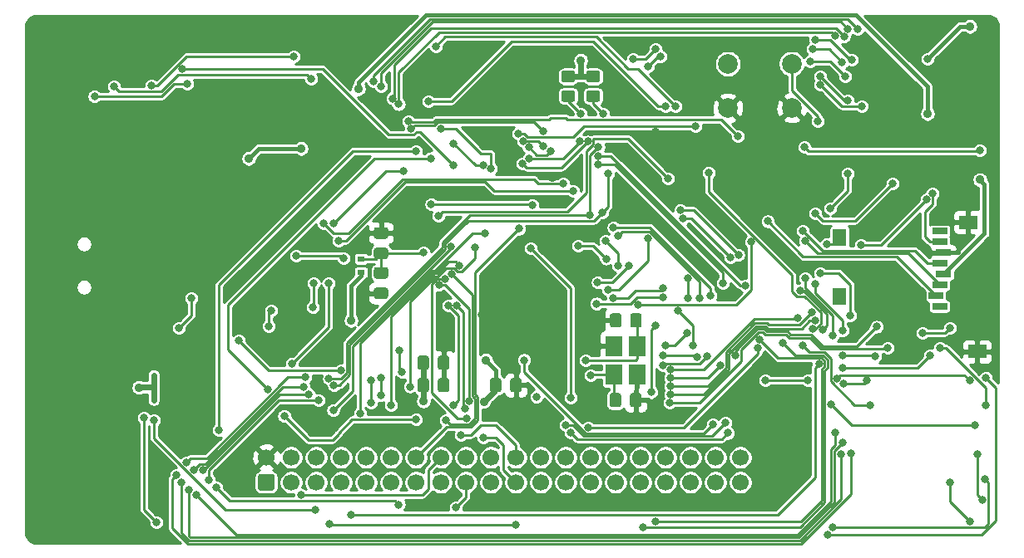
<source format=gbl>
%TF.GenerationSoftware,KiCad,Pcbnew,5.1.8*%
%TF.CreationDate,2020-11-25T01:05:46-06:00*%
%TF.ProjectId,e54-GFX-Development-Board,6535342d-4746-4582-9d44-6576656c6f70,rev?*%
%TF.SameCoordinates,Original*%
%TF.FileFunction,Copper,L2,Bot*%
%TF.FilePolarity,Positive*%
%FSLAX46Y46*%
G04 Gerber Fmt 4.6, Leading zero omitted, Abs format (unit mm)*
G04 Created by KiCad (PCBNEW 5.1.8) date 2020-11-25 01:05:46*
%MOMM*%
%LPD*%
G01*
G04 APERTURE LIST*
%TA.AperFunction,SMDPad,CuDef*%
%ADD10R,1.500000X0.700000*%
%TD*%
%TA.AperFunction,SMDPad,CuDef*%
%ADD11R,1.400000X1.800000*%
%TD*%
%TA.AperFunction,SMDPad,CuDef*%
%ADD12R,1.900000X1.400000*%
%TD*%
%TA.AperFunction,SMDPad,CuDef*%
%ADD13R,1.800000X2.100000*%
%TD*%
%TA.AperFunction,ComponentPad*%
%ADD14C,2.000000*%
%TD*%
%TA.AperFunction,ComponentPad*%
%ADD15C,1.700000*%
%TD*%
%TA.AperFunction,SMDPad,CuDef*%
%ADD16R,0.800000X0.600000*%
%TD*%
%TA.AperFunction,ViaPad*%
%ADD17C,0.889000*%
%TD*%
%TA.AperFunction,ViaPad*%
%ADD18C,0.800000*%
%TD*%
%TA.AperFunction,Conductor*%
%ADD19C,0.406400*%
%TD*%
%TA.AperFunction,Conductor*%
%ADD20C,0.609600*%
%TD*%
%TA.AperFunction,Conductor*%
%ADD21C,0.250000*%
%TD*%
%TA.AperFunction,Conductor*%
%ADD22C,0.254000*%
%TD*%
%TA.AperFunction,Conductor*%
%ADD23C,0.100000*%
%TD*%
G04 APERTURE END LIST*
D10*
%TO.P,X1,1*%
%TO.N,N/C*%
X187932000Y-100440000D03*
%TO.P,X1,2*%
%TO.N,/~SD_CS*%
X187532000Y-99340000D03*
%TO.P,X1,3*%
%TO.N,/SD_MOSI*%
X187932000Y-98240000D03*
%TO.P,X1,4*%
%TO.N,+3V3*%
X188332000Y-97140000D03*
%TO.P,X1,5*%
%TO.N,/SD_SCK*%
X187932000Y-96040000D03*
%TO.P,X1,6*%
%TO.N,GND*%
X188332000Y-94940000D03*
%TO.P,X1,7*%
%TO.N,/SD_MISO*%
X187932000Y-93840000D03*
%TO.P,X1,8*%
%TO.N,N/C*%
X187932000Y-92740000D03*
D11*
%TO.P,X1,CD2*%
X177732000Y-99440000D03*
%TO.P,X1,CD1*%
%TO.N,/SD_CD*%
X177732000Y-93440000D03*
D12*
%TO.P,X1,MT2*%
%TO.N,GND*%
X191732000Y-105040000D03*
%TO.P,X1,MT1*%
X190832000Y-91840000D03*
%TD*%
D13*
%TO.P,Y1,4*%
%TO.N,GND*%
X154806000Y-104468000D03*
%TO.P,Y1,3*%
%TO.N,/XOUT0*%
X154806000Y-107368000D03*
%TO.P,Y1,2*%
%TO.N,GND*%
X157106000Y-107368000D03*
%TO.P,Y1,1*%
%TO.N,/XIN0*%
X157106000Y-104468000D03*
%TD*%
D14*
%TO.P,SW1,1*%
%TO.N,Net-(R2-Pad2)*%
X172870000Y-75692000D03*
%TO.P,SW1,2*%
%TO.N,GND*%
X172870000Y-80192000D03*
%TO.P,SW1,1*%
%TO.N,N/C*%
X166370000Y-75692000D03*
%TO.P,SW1,2*%
%TO.N,GND*%
X166370000Y-80192000D03*
%TD*%
%TO.P,R4,2*%
%TO.N,/I2C_SDA*%
%TA.AperFunction,SMDPad,CuDef*%
G36*
G01*
X149663999Y-78378000D02*
X150564001Y-78378000D01*
G75*
G02*
X150814000Y-78627999I0J-249999D01*
G01*
X150814000Y-79328001D01*
G75*
G02*
X150564001Y-79578000I-249999J0D01*
G01*
X149663999Y-79578000D01*
G75*
G02*
X149414000Y-79328001I0J249999D01*
G01*
X149414000Y-78627999D01*
G75*
G02*
X149663999Y-78378000I249999J0D01*
G01*
G37*
%TD.AperFunction*%
%TO.P,R4,1*%
%TO.N,+3V3*%
%TA.AperFunction,SMDPad,CuDef*%
G36*
G01*
X149663999Y-76378000D02*
X150564001Y-76378000D01*
G75*
G02*
X150814000Y-76627999I0J-249999D01*
G01*
X150814000Y-77328001D01*
G75*
G02*
X150564001Y-77578000I-249999J0D01*
G01*
X149663999Y-77578000D01*
G75*
G02*
X149414000Y-77328001I0J249999D01*
G01*
X149414000Y-76627999D01*
G75*
G02*
X149663999Y-76378000I249999J0D01*
G01*
G37*
%TD.AperFunction*%
%TD*%
%TO.P,R3,2*%
%TO.N,/I2C_SCL*%
%TA.AperFunction,SMDPad,CuDef*%
G36*
G01*
X152203999Y-78378000D02*
X153104001Y-78378000D01*
G75*
G02*
X153354000Y-78627999I0J-249999D01*
G01*
X153354000Y-79328001D01*
G75*
G02*
X153104001Y-79578000I-249999J0D01*
G01*
X152203999Y-79578000D01*
G75*
G02*
X151954000Y-79328001I0J249999D01*
G01*
X151954000Y-78627999D01*
G75*
G02*
X152203999Y-78378000I249999J0D01*
G01*
G37*
%TD.AperFunction*%
%TO.P,R3,1*%
%TO.N,+3V3*%
%TA.AperFunction,SMDPad,CuDef*%
G36*
G01*
X152203999Y-76378000D02*
X153104001Y-76378000D01*
G75*
G02*
X153354000Y-76627999I0J-249999D01*
G01*
X153354000Y-77328001D01*
G75*
G02*
X153104001Y-77578000I-249999J0D01*
G01*
X152203999Y-77578000D01*
G75*
G02*
X151954000Y-77328001I0J249999D01*
G01*
X151954000Y-76627999D01*
G75*
G02*
X152203999Y-76378000I249999J0D01*
G01*
G37*
%TD.AperFunction*%
%TD*%
D15*
%TO.P,J4,40*%
%TO.N,N/C*%
X167640000Y-115824000D03*
%TO.P,J4,38*%
%TO.N,/~TFT_cRST*%
X165100000Y-115824000D03*
%TO.P,J4,36*%
%TO.N,/TFT_D23*%
X162560000Y-115824000D03*
%TO.P,J4,34*%
%TO.N,/TFT_D21*%
X160020000Y-115824000D03*
%TO.P,J4,32*%
%TO.N,/TFT_D19*%
X157480000Y-115824000D03*
%TO.P,J4,30*%
%TO.N,/TFT_D17*%
X154940000Y-115824000D03*
%TO.P,J4,28*%
%TO.N,/TFT_D15*%
X152400000Y-115824000D03*
%TO.P,J4,26*%
%TO.N,/TFT_D13*%
X149860000Y-115824000D03*
%TO.P,J4,24*%
%TO.N,/TFT_D11*%
X147320000Y-115824000D03*
%TO.P,J4,22*%
%TO.N,/TFT_D9*%
X144780000Y-115824000D03*
%TO.P,J4,20*%
%TO.N,/TFT_D7*%
X142240000Y-115824000D03*
%TO.P,J4,18*%
%TO.N,/TFT_D5*%
X139700000Y-115824000D03*
%TO.P,J4,16*%
%TO.N,/TFT_D3*%
X137160000Y-115824000D03*
%TO.P,J4,14*%
%TO.N,/TFT_D1*%
X134620000Y-115824000D03*
%TO.P,J4,12*%
%TO.N,/TFT_TE*%
X132080000Y-115824000D03*
%TO.P,J4,10*%
%TO.N,/TFT_WR*%
X129540000Y-115824000D03*
%TO.P,J4,8*%
%TO.N,/TFT_DC*%
X127000000Y-115824000D03*
%TO.P,J4,6*%
%TO.N,/TFT_GPIO*%
X124460000Y-115824000D03*
%TO.P,J4,4*%
%TO.N,/I2C_SDA*%
X121920000Y-115824000D03*
%TO.P,J4,2*%
%TO.N,GND*%
X119380000Y-115824000D03*
%TO.P,J4,39*%
%TO.N,/TFT_WAKE*%
X167640000Y-118364000D03*
%TO.P,J4,37*%
%TO.N,/TFT_STANDBY*%
X165100000Y-118364000D03*
%TO.P,J4,35*%
%TO.N,/TFT_D22*%
X162560000Y-118364000D03*
%TO.P,J4,33*%
%TO.N,/TFT_D20*%
X160020000Y-118364000D03*
%TO.P,J4,31*%
%TO.N,/TFT_D18*%
X157480000Y-118364000D03*
%TO.P,J4,29*%
%TO.N,/TFT_D16*%
X154940000Y-118364000D03*
%TO.P,J4,27*%
%TO.N,/TFT_D14*%
X152400000Y-118364000D03*
%TO.P,J4,25*%
%TO.N,/TFT_D12*%
X149860000Y-118364000D03*
%TO.P,J4,23*%
%TO.N,/TFT_D10*%
X147320000Y-118364000D03*
%TO.P,J4,21*%
%TO.N,/TFT_D8*%
X144780000Y-118364000D03*
%TO.P,J4,19*%
%TO.N,/TFT_D6*%
X142240000Y-118364000D03*
%TO.P,J4,17*%
%TO.N,/TFT_D4*%
X139700000Y-118364000D03*
%TO.P,J4,15*%
%TO.N,/TFT_D2*%
X137160000Y-118364000D03*
%TO.P,J4,13*%
%TO.N,/TFT_D0*%
X134620000Y-118364000D03*
%TO.P,J4,11*%
%TO.N,/TFT_RD*%
X132080000Y-118364000D03*
%TO.P,J4,9*%
%TO.N,/~TFT_CS*%
X129540000Y-118364000D03*
%TO.P,J4,7*%
%TO.N,/~TFT_RST*%
X127000000Y-118364000D03*
%TO.P,J4,5*%
%TO.N,/TOUCH_INT*%
X124460000Y-118364000D03*
%TO.P,J4,3*%
%TO.N,/I2C_SCL*%
X121920000Y-118364000D03*
%TO.P,J4,1*%
%TO.N,+3V3*%
%TA.AperFunction,ComponentPad*%
G36*
G01*
X119980000Y-119214000D02*
X118780000Y-119214000D01*
G75*
G02*
X118530000Y-118964000I0J250000D01*
G01*
X118530000Y-117764000D01*
G75*
G02*
X118780000Y-117514000I250000J0D01*
G01*
X119980000Y-117514000D01*
G75*
G02*
X120230000Y-117764000I0J-250000D01*
G01*
X120230000Y-118964000D01*
G75*
G02*
X119980000Y-119214000I-250000J0D01*
G01*
G37*
%TD.AperFunction*%
%TD*%
D16*
%TO.P,FB1,1*%
%TO.N,+3V3*%
X129032000Y-96966000D03*
%TO.P,FB1,2*%
%TO.N,/VCC_MCU_VDDANA*%
X129032000Y-95566000D03*
%TD*%
%TO.P,C22,2*%
%TO.N,GND*%
%TA.AperFunction,SMDPad,CuDef*%
G36*
G01*
X155527500Y-101379000D02*
X155527500Y-102329000D01*
G75*
G02*
X155277500Y-102579000I-250000J0D01*
G01*
X154602500Y-102579000D01*
G75*
G02*
X154352500Y-102329000I0J250000D01*
G01*
X154352500Y-101379000D01*
G75*
G02*
X154602500Y-101129000I250000J0D01*
G01*
X155277500Y-101129000D01*
G75*
G02*
X155527500Y-101379000I0J-250000D01*
G01*
G37*
%TD.AperFunction*%
%TO.P,C22,1*%
%TO.N,/XIN0*%
%TA.AperFunction,SMDPad,CuDef*%
G36*
G01*
X157602500Y-101379000D02*
X157602500Y-102329000D01*
G75*
G02*
X157352500Y-102579000I-250000J0D01*
G01*
X156677500Y-102579000D01*
G75*
G02*
X156427500Y-102329000I0J250000D01*
G01*
X156427500Y-101379000D01*
G75*
G02*
X156677500Y-101129000I250000J0D01*
G01*
X157352500Y-101129000D01*
G75*
G02*
X157602500Y-101379000I0J-250000D01*
G01*
G37*
%TD.AperFunction*%
%TD*%
%TO.P,C21,2*%
%TO.N,GND*%
%TA.AperFunction,SMDPad,CuDef*%
G36*
G01*
X156406000Y-110457000D02*
X156406000Y-109507000D01*
G75*
G02*
X156656000Y-109257000I250000J0D01*
G01*
X157331000Y-109257000D01*
G75*
G02*
X157581000Y-109507000I0J-250000D01*
G01*
X157581000Y-110457000D01*
G75*
G02*
X157331000Y-110707000I-250000J0D01*
G01*
X156656000Y-110707000D01*
G75*
G02*
X156406000Y-110457000I0J250000D01*
G01*
G37*
%TD.AperFunction*%
%TO.P,C21,1*%
%TO.N,/XOUT0*%
%TA.AperFunction,SMDPad,CuDef*%
G36*
G01*
X154331000Y-110457000D02*
X154331000Y-109507000D01*
G75*
G02*
X154581000Y-109257000I250000J0D01*
G01*
X155256000Y-109257000D01*
G75*
G02*
X155506000Y-109507000I0J-250000D01*
G01*
X155506000Y-110457000D01*
G75*
G02*
X155256000Y-110707000I-250000J0D01*
G01*
X154581000Y-110707000D01*
G75*
G02*
X154331000Y-110457000I0J250000D01*
G01*
G37*
%TD.AperFunction*%
%TD*%
%TO.P,C18,2*%
%TO.N,GND*%
%TA.AperFunction,SMDPad,CuDef*%
G36*
G01*
X136848000Y-106647000D02*
X136848000Y-105697000D01*
G75*
G02*
X137098000Y-105447000I250000J0D01*
G01*
X137773000Y-105447000D01*
G75*
G02*
X138023000Y-105697000I0J-250000D01*
G01*
X138023000Y-106647000D01*
G75*
G02*
X137773000Y-106897000I-250000J0D01*
G01*
X137098000Y-106897000D01*
G75*
G02*
X136848000Y-106647000I0J250000D01*
G01*
G37*
%TD.AperFunction*%
%TO.P,C18,1*%
%TO.N,+3V3*%
%TA.AperFunction,SMDPad,CuDef*%
G36*
G01*
X134773000Y-106647000D02*
X134773000Y-105697000D01*
G75*
G02*
X135023000Y-105447000I250000J0D01*
G01*
X135698000Y-105447000D01*
G75*
G02*
X135948000Y-105697000I0J-250000D01*
G01*
X135948000Y-106647000D01*
G75*
G02*
X135698000Y-106897000I-250000J0D01*
G01*
X135023000Y-106897000D01*
G75*
G02*
X134773000Y-106647000I0J250000D01*
G01*
G37*
%TD.AperFunction*%
%TD*%
%TO.P,C17,2*%
%TO.N,GND*%
%TA.AperFunction,SMDPad,CuDef*%
G36*
G01*
X136848000Y-108933000D02*
X136848000Y-107983000D01*
G75*
G02*
X137098000Y-107733000I250000J0D01*
G01*
X137773000Y-107733000D01*
G75*
G02*
X138023000Y-107983000I0J-250000D01*
G01*
X138023000Y-108933000D01*
G75*
G02*
X137773000Y-109183000I-250000J0D01*
G01*
X137098000Y-109183000D01*
G75*
G02*
X136848000Y-108933000I0J250000D01*
G01*
G37*
%TD.AperFunction*%
%TO.P,C17,1*%
%TO.N,+3V3*%
%TA.AperFunction,SMDPad,CuDef*%
G36*
G01*
X134773000Y-108933000D02*
X134773000Y-107983000D01*
G75*
G02*
X135023000Y-107733000I250000J0D01*
G01*
X135698000Y-107733000D01*
G75*
G02*
X135948000Y-107983000I0J-250000D01*
G01*
X135948000Y-108933000D01*
G75*
G02*
X135698000Y-109183000I-250000J0D01*
G01*
X135023000Y-109183000D01*
G75*
G02*
X134773000Y-108933000I0J250000D01*
G01*
G37*
%TD.AperFunction*%
%TD*%
%TO.P,C15,2*%
%TO.N,GND*%
%TA.AperFunction,SMDPad,CuDef*%
G36*
G01*
X144214000Y-108933000D02*
X144214000Y-107983000D01*
G75*
G02*
X144464000Y-107733000I250000J0D01*
G01*
X145139000Y-107733000D01*
G75*
G02*
X145389000Y-107983000I0J-250000D01*
G01*
X145389000Y-108933000D01*
G75*
G02*
X145139000Y-109183000I-250000J0D01*
G01*
X144464000Y-109183000D01*
G75*
G02*
X144214000Y-108933000I0J250000D01*
G01*
G37*
%TD.AperFunction*%
%TO.P,C15,1*%
%TO.N,+3V3*%
%TA.AperFunction,SMDPad,CuDef*%
G36*
G01*
X142139000Y-108933000D02*
X142139000Y-107983000D01*
G75*
G02*
X142389000Y-107733000I250000J0D01*
G01*
X143064000Y-107733000D01*
G75*
G02*
X143314000Y-107983000I0J-250000D01*
G01*
X143314000Y-108933000D01*
G75*
G02*
X143064000Y-109183000I-250000J0D01*
G01*
X142389000Y-109183000D01*
G75*
G02*
X142139000Y-108933000I0J250000D01*
G01*
G37*
%TD.AperFunction*%
%TD*%
%TO.P,C11,2*%
%TO.N,GND*%
%TA.AperFunction,SMDPad,CuDef*%
G36*
G01*
X130589000Y-98494000D02*
X131539000Y-98494000D01*
G75*
G02*
X131789000Y-98744000I0J-250000D01*
G01*
X131789000Y-99419000D01*
G75*
G02*
X131539000Y-99669000I-250000J0D01*
G01*
X130589000Y-99669000D01*
G75*
G02*
X130339000Y-99419000I0J250000D01*
G01*
X130339000Y-98744000D01*
G75*
G02*
X130589000Y-98494000I250000J0D01*
G01*
G37*
%TD.AperFunction*%
%TO.P,C11,1*%
%TO.N,/VCC_MCU_VDDANA*%
%TA.AperFunction,SMDPad,CuDef*%
G36*
G01*
X130589000Y-96419000D02*
X131539000Y-96419000D01*
G75*
G02*
X131789000Y-96669000I0J-250000D01*
G01*
X131789000Y-97344000D01*
G75*
G02*
X131539000Y-97594000I-250000J0D01*
G01*
X130589000Y-97594000D01*
G75*
G02*
X130339000Y-97344000I0J250000D01*
G01*
X130339000Y-96669000D01*
G75*
G02*
X130589000Y-96419000I250000J0D01*
G01*
G37*
%TD.AperFunction*%
%TD*%
%TO.P,C5,2*%
%TO.N,GND*%
%TA.AperFunction,SMDPad,CuDef*%
G36*
G01*
X131539000Y-93530000D02*
X130589000Y-93530000D01*
G75*
G02*
X130339000Y-93280000I0J250000D01*
G01*
X130339000Y-92605000D01*
G75*
G02*
X130589000Y-92355000I250000J0D01*
G01*
X131539000Y-92355000D01*
G75*
G02*
X131789000Y-92605000I0J-250000D01*
G01*
X131789000Y-93280000D01*
G75*
G02*
X131539000Y-93530000I-250000J0D01*
G01*
G37*
%TD.AperFunction*%
%TO.P,C5,1*%
%TO.N,/VCC_MCU_VDDANA*%
%TA.AperFunction,SMDPad,CuDef*%
G36*
G01*
X131539000Y-95605000D02*
X130589000Y-95605000D01*
G75*
G02*
X130339000Y-95355000I0J250000D01*
G01*
X130339000Y-94680000D01*
G75*
G02*
X130589000Y-94430000I250000J0D01*
G01*
X131539000Y-94430000D01*
G75*
G02*
X131789000Y-94680000I0J-250000D01*
G01*
X131789000Y-95355000D01*
G75*
G02*
X131539000Y-95605000I-250000J0D01*
G01*
G37*
%TD.AperFunction*%
%TD*%
D17*
%TO.N,GND*%
X128990000Y-85630000D03*
X112930000Y-87400000D03*
X113540000Y-82980000D03*
X116060000Y-98040000D03*
X110700000Y-98080000D03*
X105670000Y-97850000D03*
X103490000Y-121230000D03*
X147500000Y-77760000D03*
D18*
X141280000Y-101310000D03*
X148420000Y-103570000D03*
D17*
X129160000Y-93730000D03*
X140250000Y-89260000D03*
X129150000Y-73190000D03*
X100076000Y-72644000D03*
X148468303Y-87263690D03*
D18*
X151204488Y-95928190D03*
X137346190Y-101537863D03*
D17*
X121666000Y-85598000D03*
X162052000Y-94488000D03*
X118110000Y-99060000D03*
X159004000Y-82662310D03*
X129770591Y-100630824D03*
X113284000Y-99060000D03*
X143510000Y-82804000D03*
X132334000Y-81788000D03*
X130302000Y-82804000D03*
X137920000Y-78627690D03*
X97028000Y-84328000D03*
X180000000Y-83500000D03*
%TO.N,+5V*%
X186690000Y-80772000D03*
X128778000Y-78232000D03*
%TO.N,+3V3*%
X106430000Y-108700000D03*
X135390000Y-110080000D03*
X151390000Y-75340000D03*
X141518732Y-110122238D03*
X122936000Y-84328000D03*
X117602000Y-85344000D03*
X141732000Y-105918000D03*
D18*
X186690000Y-75184000D03*
D17*
X191008000Y-71882000D03*
X128016000Y-101854000D03*
X192024000Y-87500000D03*
D18*
%TO.N,/VCC_MCU_VDDANA*%
X135385924Y-94928190D03*
%TO.N,/~RESET*%
X101900000Y-79000000D03*
X111340000Y-77740000D03*
X138456160Y-83793840D03*
X161036000Y-80010000D03*
X136652000Y-73914000D03*
X141456767Y-86027693D03*
%TO.N,/XOUT32*%
X134127050Y-82341151D03*
X147574000Y-82550000D03*
%TO.N,/XOUT0*%
X152400000Y-107442000D03*
%TO.N,/XIN0*%
X151892000Y-105918000D03*
%TO.N,/XIN32*%
X136906000Y-91186000D03*
X160274004Y-87376000D03*
%TO.N,/USB_DM*%
X126746000Y-93726000D03*
X150622000Y-88646000D03*
%TO.N,/USB_DP*%
X119634000Y-102429810D03*
X119888000Y-100838000D03*
X149606000Y-87884000D03*
X124206000Y-98044000D03*
X125222000Y-91948000D03*
X124132315Y-100510315D03*
%TO.N,/DBG_TX*%
X110490000Y-102616000D03*
X111760000Y-99568000D03*
X127254000Y-95504000D03*
X122428000Y-95250000D03*
%TO.N,/SWDIO*%
X138433924Y-86038190D03*
X110804065Y-76192255D03*
%TO.N,/SWCLK*%
X122174000Y-74930000D03*
X107696000Y-77910190D03*
%TO.N,/SWO*%
X123952000Y-77216000D03*
X103886000Y-77978000D03*
%TO.N,/~TFT_cRST*%
X162305990Y-97536010D03*
X162814000Y-104394000D03*
X161290000Y-100846611D03*
X162305990Y-99568000D03*
%TO.N,/TFT_D23*%
X153162000Y-85090000D03*
X157734000Y-122936000D03*
X171958000Y-104140004D03*
X152115231Y-83611035D03*
X145466051Y-85879514D03*
X168148000Y-98298000D03*
%TO.N,/TFT_D21*%
X153924000Y-93726000D03*
X155181493Y-96277534D03*
%TO.N,/TFT_D17*%
X146304000Y-94488000D03*
X150371510Y-109735021D03*
%TO.N,/TFT_D9*%
X137922000Y-100330000D03*
X138430000Y-110490000D03*
X139192000Y-113538000D03*
%TO.N,/TFT_D7*%
X136976566Y-98227434D03*
X140021810Y-110097663D03*
%TO.N,/TFT_D5*%
X137668000Y-112014000D03*
X138257437Y-97113479D03*
%TO.N,/TFT_D3*%
X121980000Y-106270000D03*
X122936000Y-119634000D03*
X125730000Y-98044000D03*
X126238000Y-91948000D03*
X133350000Y-86613986D03*
%TO.N,/TFT_D1*%
X145120000Y-92500000D03*
X136180000Y-90020000D03*
X146442694Y-90102190D03*
%TO.N,/TFT_TE*%
X132080000Y-110490002D03*
X139056722Y-96246257D03*
%TO.N,/TFT_WR*%
X141613537Y-92970782D03*
X128942000Y-111342000D03*
%TO.N,/TFT_DC*%
X131064000Y-109474000D03*
X131090156Y-107722164D03*
%TO.N,/I2C_SDA*%
X152324000Y-91095810D03*
X151384000Y-80772000D03*
X125768722Y-107763810D03*
X153189622Y-84175457D03*
%TO.N,/TFT_WAKE*%
X164846000Y-112454190D03*
X145609402Y-105896317D03*
%TO.N,/TFT_STANDBY*%
X132890000Y-104890000D03*
X124380000Y-121158000D03*
X116586000Y-103886000D03*
X144780000Y-122682000D03*
X125795999Y-122573999D03*
X133218160Y-107118160D03*
X107950000Y-112014000D03*
X127000000Y-106934000D03*
%TO.N,/TFT_D22*%
X153162000Y-85940813D03*
X159004000Y-122360190D03*
X151265611Y-83566000D03*
X146140377Y-85360702D03*
X169574271Y-103788279D03*
X165862000Y-98044000D03*
%TO.N,/TFT_D18*%
X151130000Y-94234000D03*
X153982088Y-95567923D03*
%TO.N,/TFT_D16*%
X158579106Y-109174243D03*
X159004000Y-102362000D03*
%TO.N,/TFT_D8*%
X141478000Y-113792000D03*
X138772813Y-100330000D03*
X139584106Y-110829787D03*
%TO.N,/TFT_D6*%
X137578181Y-97625819D03*
X139767810Y-111852196D03*
%TO.N,/TFT_D4*%
X138684000Y-120904000D03*
X108204000Y-122428000D03*
X106934000Y-111760000D03*
%TO.N,/TFT_D2*%
X114554000Y-113030000D03*
X114300000Y-118872000D03*
X132868160Y-120623840D03*
X134620000Y-84582000D03*
%TO.N,/TFT_D0*%
X134630000Y-111960000D03*
X121210000Y-111580000D03*
X119563430Y-108895430D03*
X136170504Y-85322418D03*
%TO.N,/TFT_RD*%
X140590000Y-94450000D03*
X134018254Y-108598254D03*
%TO.N,/~TFT_CS*%
X130048000Y-110236000D03*
X130048000Y-107950012D03*
%TO.N,/~TFT_RST*%
X164400000Y-86790000D03*
X128016000Y-121666000D03*
X175023336Y-102730685D03*
X175652876Y-106258557D03*
%TO.N,/TOUCH_INT*%
X138187840Y-94297840D03*
X126204500Y-111008828D03*
%TO.N,/I2C_SCL*%
X153570000Y-90860000D03*
X153670000Y-80772000D03*
X154178000Y-86868000D03*
X126277033Y-108446086D03*
%TO.N,/SD_CD*%
X111252000Y-116332000D03*
X110236000Y-117602000D03*
X178816000Y-101346000D03*
X123361050Y-107665370D03*
X178871213Y-115403294D03*
X175768000Y-97027998D03*
X176430972Y-94082660D03*
%TO.N,/SD_MISO*%
X158242000Y-93472000D03*
X161798000Y-91440000D03*
X175260000Y-90932000D03*
X183134000Y-87884000D03*
X187198000Y-88900000D03*
X154178000Y-98738190D03*
X166623537Y-95436190D03*
%TO.N,/SD_SCK*%
X154686000Y-99568000D03*
X159766000Y-98552000D03*
X173990000Y-92710000D03*
%TO.N,/SD_MOSI*%
X153016530Y-100143810D03*
X159766444Y-99491605D03*
X174219596Y-93753915D03*
%TO.N,/~SD_CS*%
X153110530Y-97989033D03*
X156333105Y-96291916D03*
X161528950Y-90632849D03*
X170416220Y-91742050D03*
X167430936Y-95167886D03*
%TO.N,/DEV_GPIO_10*%
X179578000Y-72136000D03*
X130302000Y-77470000D03*
%TO.N,/DEV_GPIO_9*%
X178562000Y-72136000D03*
X188976000Y-118364000D03*
X191008000Y-122360190D03*
X131064000Y-77978000D03*
%TO.N,/DEV_GPIO_8*%
X178179951Y-72896210D03*
X132246546Y-79225609D03*
%TO.N,/DEV_GPIO_7*%
X177316883Y-72847462D03*
X192278000Y-120142010D03*
X132868843Y-79805805D03*
X191770000Y-115500000D03*
%TO.N,/DEV_GPIO_6*%
X154722504Y-92386621D03*
X173988985Y-104416045D03*
X164592016Y-99314000D03*
X180848000Y-110500000D03*
%TO.N,/DEV_GPIO_5*%
X155194000Y-93218000D03*
X191516000Y-112522000D03*
X176851810Y-110423774D03*
X163530849Y-99583050D03*
%TO.N,/DEV_GPIO_4*%
X159766000Y-105410000D03*
X178160643Y-108263522D03*
X163261879Y-105593972D03*
X180500000Y-108000000D03*
%TO.N,/DEV_GPIO_3*%
X159766000Y-106426000D03*
X177427612Y-107831612D03*
X164266601Y-105481399D03*
X190981098Y-107975418D03*
%TO.N,/DEV_GPIO_2*%
X178054000Y-105410000D03*
X173478490Y-101592979D03*
X160528000Y-106845187D03*
X181356000Y-105500000D03*
%TO.N,/DEV_GPIO_1*%
X160528000Y-107696000D03*
X170180000Y-107950000D03*
X174498000Y-107950000D03*
X178054000Y-106680000D03*
X165608000Y-106426000D03*
X186944000Y-105410000D03*
%TO.N,/DEV_GPIO_20*%
X160046160Y-104420160D03*
X167132000Y-105410000D03*
X162238190Y-103124000D03*
X181500000Y-102500000D03*
%TO.N,/DEV_GPIO_19*%
X174937836Y-100985969D03*
X160526408Y-108546810D03*
%TO.N,/DEV_GPIO_18*%
X160533823Y-109415473D03*
X175243748Y-101908919D03*
%TO.N,/DEV_GPIO_17*%
X160449578Y-110262103D03*
X182626000Y-104648000D03*
X186182000Y-103124000D03*
X188976004Y-102616000D03*
%TO.N,/DEV_GPIO_16*%
X146878685Y-109635432D03*
X152146000Y-112776000D03*
X169402950Y-104693151D03*
%TO.N,/DEV_GPIO_15*%
X166116000Y-112268000D03*
X177038000Y-122936000D03*
X149860000Y-112522000D03*
X187960000Y-104648000D03*
X192577757Y-110500000D03*
X192500000Y-118000000D03*
%TO.N,/DEV_GPIO_14*%
X176530000Y-123698000D03*
X166366658Y-113332977D03*
X150364490Y-113291021D03*
X192630929Y-107696000D03*
%TO.N,/DEV_GPIO_13*%
X124714000Y-109982000D03*
X113538000Y-118110000D03*
X112268000Y-119634000D03*
X177292000Y-113284000D03*
X176032579Y-102786595D03*
X173708690Y-98816822D03*
%TO.N,/DEV_GPIO_12*%
X111506000Y-119126000D03*
X177038000Y-103378000D03*
X123714385Y-109406190D03*
X112962190Y-117094000D03*
X178054000Y-114299996D03*
X174244000Y-97536000D03*
%TO.N,/DEV_GPIO_11*%
X112014000Y-117094000D03*
X110744000Y-118364000D03*
X123196549Y-108644190D03*
X177925035Y-115497285D03*
X178054000Y-102870000D03*
X186616176Y-89520776D03*
X175296230Y-98145452D03*
X179907402Y-94166190D03*
%TO.N,/DEV_GPIO_27*%
X167386000Y-83058000D03*
X133858000Y-81534000D03*
X174163079Y-84192389D03*
X192000000Y-84500000D03*
%TO.N,/DEV_GPIO_26*%
X142240000Y-86360000D03*
X137160000Y-82296000D03*
X160020000Y-80010000D03*
X175768000Y-76962000D03*
X135890000Y-79502000D03*
X178562002Y-79424190D03*
%TO.N,/DEV_GPIO_25*%
X163068000Y-82042000D03*
X175768000Y-77812813D03*
X145034000Y-82804000D03*
X180000000Y-80000000D03*
%TO.N,/DEV_GPIO_24*%
X175006000Y-74168000D03*
X159512000Y-74930000D03*
X158242000Y-75946000D03*
X147574000Y-84074000D03*
X145541964Y-83566000D03*
X178007016Y-75504717D03*
%TO.N,/DEV_GPIO_23*%
X178308000Y-76962000D03*
X174752000Y-75438000D03*
X148336000Y-84581984D03*
X146099068Y-84209099D03*
%TO.N,/DEV_GPIO_22*%
X159004000Y-74168000D03*
X156718000Y-75184000D03*
X175260000Y-73219810D03*
X178979684Y-75274316D03*
%TO.N,/DEV_GPIO_21*%
X157184863Y-100269475D03*
X178562000Y-86868000D03*
X176784000Y-90424000D03*
X168730680Y-93853000D03*
%TO.N,Net-(R2-Pad2)*%
X175514000Y-81534000D03*
%TD*%
D19*
%TO.N,GND*%
X112304000Y-98080000D02*
X110700000Y-98080000D01*
X113284000Y-99060000D02*
X112304000Y-98080000D01*
X132334000Y-81582076D02*
X135732885Y-78183191D01*
X132334000Y-81788000D02*
X132334000Y-81582076D01*
X137475501Y-78183191D02*
X137920000Y-78627690D01*
X135732885Y-78183191D02*
X137475501Y-78183191D01*
X188332000Y-94940000D02*
X189794000Y-94940000D01*
%TO.N,+5V*%
X186690000Y-80772000D02*
X186690000Y-78026076D01*
X186690000Y-78026076D02*
X179383922Y-70719998D01*
X128778000Y-77603383D02*
X128778000Y-78232000D01*
X135661385Y-70719998D02*
X128778000Y-77603383D01*
X179383922Y-70719998D02*
X135661385Y-70719998D01*
D20*
%TO.N,+3V3*%
X106448500Y-108681500D02*
X106430000Y-108700000D01*
X107928500Y-108681500D02*
X106448500Y-108681500D01*
X107928500Y-107442000D02*
X107928500Y-108681500D01*
X107928500Y-108681500D02*
X107928500Y-109982000D01*
X135360500Y-108458000D02*
X135360500Y-106172000D01*
X135360500Y-110050500D02*
X135390000Y-110080000D01*
X135360500Y-108458000D02*
X135360500Y-110050500D01*
X151392000Y-75342000D02*
X151390000Y-75340000D01*
X151392000Y-76978000D02*
X151392000Y-75342000D01*
X150114000Y-76978000D02*
X151392000Y-76978000D01*
X151392000Y-76978000D02*
X152654000Y-76978000D01*
X142726500Y-108458000D02*
X142726500Y-108914470D01*
X142726500Y-108914470D02*
X141518732Y-110122238D01*
D19*
X122936000Y-84328000D02*
X118618000Y-84328000D01*
X118618000Y-84328000D02*
X117602000Y-85344000D01*
X142726500Y-106912500D02*
X141732000Y-105918000D01*
X142726500Y-108458000D02*
X142726500Y-106912500D01*
X189992000Y-71882000D02*
X191008000Y-71882000D01*
X186690000Y-75184000D02*
X189992000Y-71882000D01*
X129032000Y-96966000D02*
X129032000Y-97282000D01*
X128016000Y-98298000D02*
X128016000Y-101854000D01*
X129032000Y-97282000D02*
X128016000Y-98298000D01*
X192468499Y-87944499D02*
X192024000Y-87500000D01*
X192468499Y-93003501D02*
X192468499Y-87944499D01*
X188332000Y-97140000D02*
X192468499Y-93003501D01*
D21*
%TO.N,/VCC_MCU_VDDANA*%
X131064000Y-95017500D02*
X131064000Y-97006500D01*
X130515500Y-95566000D02*
X131064000Y-95017500D01*
X129032000Y-95566000D02*
X130515500Y-95566000D01*
X131064000Y-95017500D02*
X135296614Y-95017500D01*
X135296614Y-95017500D02*
X135385924Y-94928190D01*
%TO.N,/~RESET*%
X101900000Y-79000000D02*
X108730000Y-79000000D01*
X109990000Y-77740000D02*
X111340000Y-77740000D01*
X108730000Y-79000000D02*
X109990000Y-77740000D01*
X140690013Y-86027693D02*
X141456767Y-86027693D01*
X138456160Y-83793840D02*
X140690013Y-86027693D01*
X157226000Y-76200000D02*
X156210000Y-76200000D01*
X161036000Y-80010000D02*
X157226000Y-76200000D01*
X137621189Y-72944811D02*
X136652000Y-73914000D01*
X156210000Y-76200000D02*
X152954811Y-72944811D01*
X152954811Y-72944811D02*
X137621189Y-72944811D01*
%TO.N,/XOUT32*%
X146672612Y-81648612D02*
X147574000Y-82550000D01*
X134127050Y-82341151D02*
X134527049Y-81941152D01*
X136506444Y-81941152D02*
X136798984Y-81648612D01*
X136798984Y-81648612D02*
X146672612Y-81648612D01*
X134527049Y-81941152D02*
X136506444Y-81941152D01*
%TO.N,/XOUT0*%
X154806000Y-109869500D02*
X154918500Y-109982000D01*
X154806000Y-107368000D02*
X154806000Y-109869500D01*
X154806000Y-107368000D02*
X152474000Y-107368000D01*
X152474000Y-107368000D02*
X152400000Y-107442000D01*
%TO.N,/XIN0*%
X157106000Y-101945000D02*
X157015000Y-101854000D01*
X157106000Y-104468000D02*
X157106000Y-101945000D01*
X157106000Y-104468000D02*
X157106000Y-105768000D01*
X157106000Y-105768000D02*
X156956000Y-105918000D01*
X156956000Y-105918000D02*
X151892000Y-105918000D01*
%TO.N,/XIN32*%
X136906000Y-91186000D02*
X137305999Y-90786001D01*
X152691032Y-83887420D02*
X152691032Y-83334650D01*
X137305999Y-90786001D02*
X150005999Y-90786001D01*
X156232654Y-83334650D02*
X160274004Y-87376000D01*
X150005999Y-90786001D02*
X152002783Y-88789217D01*
X152002783Y-88789217D02*
X152002783Y-84575669D01*
X152691032Y-83334650D02*
X156232654Y-83334650D01*
X152002783Y-84575669D02*
X152691032Y-83887420D01*
%TO.N,/USB_DM*%
X133489387Y-87744613D02*
X141675203Y-87744613D01*
X127508000Y-93726000D02*
X133489387Y-87744613D01*
X142576590Y-88646000D02*
X150622000Y-88646000D01*
X126746000Y-93726000D02*
X127508000Y-93726000D01*
X141675203Y-87744613D02*
X142576590Y-88646000D01*
%TO.N,/USB_DP*%
X119634000Y-101092000D02*
X119888000Y-100838000D01*
X119634000Y-102429810D02*
X119634000Y-101092000D01*
X133282198Y-87443802D02*
X146625802Y-87443802D01*
X146625802Y-87443802D02*
X147066000Y-87884000D01*
X147066000Y-87884000D02*
X149606000Y-87884000D01*
X127762000Y-92964000D02*
X133282198Y-87443802D01*
X126238000Y-92964000D02*
X127762000Y-92964000D01*
X125222000Y-91948000D02*
X126238000Y-92964000D01*
X124206000Y-98044000D02*
X124206000Y-100436630D01*
X124206000Y-100436630D02*
X124132315Y-100510315D01*
%TO.N,/DBG_TX*%
X111760000Y-101346000D02*
X111760000Y-99568000D01*
X110490000Y-102616000D02*
X111760000Y-101346000D01*
X127000000Y-95250000D02*
X127254000Y-95504000D01*
X122428000Y-95250000D02*
X127000000Y-95250000D01*
%TO.N,/SWDIO*%
X125124067Y-76192255D02*
X110804065Y-76192255D01*
X135013271Y-82617537D02*
X134702852Y-82617537D01*
X131848765Y-82916953D02*
X125124067Y-76192255D01*
X138433924Y-86038190D02*
X135013271Y-82617537D01*
X134403436Y-82916953D02*
X131848765Y-82916953D01*
X134702852Y-82617537D02*
X134403436Y-82916953D01*
%TO.N,/SWCLK*%
X108271810Y-77910190D02*
X107696000Y-77910190D01*
X111252000Y-74930000D02*
X108271810Y-77910190D01*
X122174000Y-74930000D02*
X111252000Y-74930000D01*
%TO.N,/SWO*%
X110381999Y-76816001D02*
X108712000Y-78486000D01*
X123552001Y-76816001D02*
X110381999Y-76816001D01*
X123952000Y-77216000D02*
X123552001Y-76816001D01*
X104394000Y-78486000D02*
X103886000Y-77978000D01*
X108712000Y-78486000D02*
X104394000Y-78486000D01*
%TO.N,/~TFT_cRST*%
X162814000Y-104394000D02*
X162814000Y-102370611D01*
X162814000Y-102370611D02*
X161290000Y-100846611D01*
X162305990Y-97536010D02*
X162305990Y-99568000D01*
%TO.N,/TFT_D23*%
X173199940Y-105381944D02*
X171958000Y-104140004D01*
X176230588Y-120441412D02*
X176230588Y-106958443D01*
X176053861Y-105381944D02*
X173199940Y-105381944D01*
X176529489Y-105857572D02*
X176053861Y-105381944D01*
X176529489Y-106659542D02*
X176529489Y-105857572D01*
X157734000Y-122936000D02*
X173736000Y-122936000D01*
X173736000Y-122936000D02*
X176230588Y-120441412D01*
X176230588Y-106958443D02*
X176529489Y-106659542D01*
X149446753Y-86279513D02*
X145866050Y-86279513D01*
X145866050Y-86279513D02*
X145466051Y-85879514D01*
X152115231Y-83611035D02*
X149446753Y-86279513D01*
X153162000Y-85090000D02*
X154432000Y-85090000D01*
X154432000Y-85090000D02*
X167640000Y-98298000D01*
X167640000Y-98298000D02*
X168148000Y-98298000D01*
%TO.N,/TFT_D21*%
X155181493Y-94983493D02*
X155181493Y-96277534D01*
X153924000Y-93726000D02*
X155181493Y-94983493D01*
%TO.N,/TFT_D17*%
X150371510Y-98555510D02*
X150371510Y-109735021D01*
X146304000Y-94488000D02*
X150371510Y-98555510D01*
%TO.N,/TFT_D9*%
X137922000Y-100330000D02*
X138938000Y-101346000D01*
X138938000Y-101346000D02*
X138938000Y-108966000D01*
X138938000Y-109982000D02*
X138430000Y-110490000D01*
X138938000Y-108966000D02*
X138938000Y-109982000D01*
X139192000Y-113538000D02*
X140208000Y-113538000D01*
X140208000Y-113538000D02*
X141224000Y-112522000D01*
X141224000Y-112522000D02*
X142748000Y-112522000D01*
X144780000Y-114554000D02*
X144780000Y-115824000D01*
X142748000Y-112522000D02*
X144780000Y-114554000D01*
%TO.N,/TFT_D7*%
X140021810Y-100706993D02*
X140021810Y-110097663D01*
X136976566Y-98227434D02*
X137542251Y-98227434D01*
X137542251Y-98227434D02*
X140021810Y-100706993D01*
%TO.N,/TFT_D5*%
X140044196Y-112427998D02*
X140597611Y-111874583D01*
X140597611Y-111874583D02*
X140597611Y-109821278D01*
X137668000Y-112014000D02*
X138081998Y-112427998D01*
X140597611Y-109821278D02*
X140343611Y-109567278D01*
X140343611Y-109567278D02*
X140343611Y-99199653D01*
X140343611Y-99199653D02*
X138257437Y-97113479D01*
X138081998Y-112427998D02*
X140044196Y-112427998D01*
%TO.N,/TFT_D3*%
X135296000Y-119634000D02*
X122936000Y-119634000D01*
X135890000Y-117094000D02*
X135890000Y-119040000D01*
X135890000Y-119040000D02*
X135296000Y-119634000D01*
X137160000Y-115824000D02*
X135890000Y-117094000D01*
X125730000Y-102520000D02*
X125730000Y-98044000D01*
X121980000Y-106270000D02*
X125730000Y-102520000D01*
X126238000Y-91948000D02*
X131572014Y-86613986D01*
X131572014Y-86613986D02*
X133350000Y-86613986D01*
%TO.N,/TFT_D1*%
X137715191Y-112728809D02*
X140168795Y-112728809D01*
X140898422Y-111999182D02*
X140898422Y-109696679D01*
X140168795Y-112728809D02*
X140898422Y-111999182D01*
X140898422Y-109696679D02*
X140644422Y-109442679D01*
X140644422Y-109442679D02*
X140644422Y-96975578D01*
X134620000Y-115824000D02*
X137715191Y-112728809D01*
X140644422Y-96975578D02*
X145120000Y-92500000D01*
X136180000Y-90020000D02*
X146360504Y-90020000D01*
X146360504Y-90020000D02*
X146442694Y-90102190D01*
%TO.N,/TFT_TE*%
X138656723Y-95846258D02*
X139056722Y-96246257D01*
X136450982Y-97050010D02*
X136704982Y-97050010D01*
X136704982Y-97050010D02*
X137908734Y-95846258D01*
X132080000Y-110490002D02*
X132080000Y-101420992D01*
X132080000Y-101420992D02*
X136450982Y-97050010D01*
X137908734Y-95846258D02*
X138656723Y-95846258D01*
%TO.N,/TFT_WR*%
X136326383Y-96749199D02*
X128942000Y-104133582D01*
X140358800Y-92970782D02*
X136580383Y-96749199D01*
X141613537Y-92970782D02*
X140358800Y-92970782D01*
X136580383Y-96749199D02*
X136326383Y-96749199D01*
X128942000Y-104133582D02*
X128942000Y-111342000D01*
%TO.N,/TFT_DC*%
X131064000Y-107748320D02*
X131090156Y-107722164D01*
X131064000Y-109474000D02*
X131064000Y-107748320D01*
%TO.N,/I2C_SDA*%
X150114000Y-79502000D02*
X151384000Y-80772000D01*
X150114000Y-78978000D02*
X150114000Y-79502000D01*
X127575801Y-107210385D02*
X127022376Y-107763810D01*
X127575801Y-104147591D02*
X127575801Y-107210385D01*
X137311227Y-94412165D02*
X127575801Y-104147591D01*
X140112272Y-91095810D02*
X137311227Y-93896855D01*
X127022376Y-107763810D02*
X125768722Y-107763810D01*
X152324000Y-91095810D02*
X140112272Y-91095810D01*
X137311227Y-93896855D02*
X137311227Y-94412165D01*
X152324000Y-91095810D02*
X152324000Y-85041079D01*
X152324000Y-85041079D02*
X153189622Y-84175457D01*
%TO.N,/TFT_WAKE*%
X164846000Y-112454190D02*
X163948389Y-113351801D01*
X145609402Y-107091588D02*
X145609402Y-105896317D01*
X151869615Y-113351801D02*
X145609402Y-107091588D01*
X163948389Y-113351801D02*
X151869615Y-113351801D01*
%TO.N,/TFT_STANDBY*%
X125904000Y-122682000D02*
X125795999Y-122573999D01*
X144780000Y-122682000D02*
X125904000Y-122682000D01*
X132890000Y-106790000D02*
X133218160Y-107118160D01*
X132890000Y-104890000D02*
X132890000Y-106790000D01*
X107950000Y-113849685D02*
X107950000Y-112014000D01*
X115258315Y-121158000D02*
X107950000Y-113849685D01*
X124380000Y-121158000D02*
X115258315Y-121158000D01*
X116586000Y-103886000D02*
X119634000Y-106934000D01*
X119634000Y-106934000D02*
X127000000Y-106934000D01*
%TO.N,/TFT_D22*%
X149596894Y-85360702D02*
X146140377Y-85360702D01*
X151265611Y-83691985D02*
X149596894Y-85360702D01*
X151265611Y-83566000D02*
X151265611Y-83691985D01*
X175929777Y-120234223D02*
X175929777Y-106833844D01*
X175929262Y-105682755D02*
X171468747Y-105682755D01*
X171468747Y-105682755D02*
X169574271Y-103788279D01*
X173803810Y-122360190D02*
X175929777Y-120234223D01*
X176228678Y-105982171D02*
X175929262Y-105682755D01*
X175929777Y-106833844D02*
X176228678Y-106534943D01*
X176228678Y-106534943D02*
X176228678Y-105982171D01*
X159004000Y-122360190D02*
X173803810Y-122360190D01*
X153162000Y-85940813D02*
X154832506Y-85940813D01*
X154832506Y-85940813D02*
X165862000Y-96970307D01*
X165862000Y-96970307D02*
X165862000Y-98044000D01*
%TO.N,/TFT_D18*%
X152648165Y-94234000D02*
X153982088Y-95567923D01*
X151130000Y-94234000D02*
X152648165Y-94234000D01*
%TO.N,/TFT_D16*%
X158579106Y-102786894D02*
X159004000Y-102362000D01*
X158579106Y-109174243D02*
X158579106Y-102786894D01*
%TO.N,/TFT_D8*%
X143510000Y-117094000D02*
X144780000Y-118364000D01*
X143510000Y-114554000D02*
X143510000Y-117094000D01*
X142748000Y-113792000D02*
X143510000Y-114554000D01*
X141478000Y-113792000D02*
X142748000Y-113792000D01*
X139446000Y-110691681D02*
X139584106Y-110829787D01*
X139446000Y-101003187D02*
X139446000Y-110691681D01*
X138772813Y-100330000D02*
X139446000Y-101003187D01*
%TO.N,/TFT_D6*%
X138880315Y-111852196D02*
X139767810Y-111852196D01*
X136232041Y-98119771D02*
X136232041Y-109203922D01*
X137578181Y-97625819D02*
X137552368Y-97651632D01*
X136232041Y-109203922D02*
X138880315Y-111852196D01*
X137552368Y-97651632D02*
X136700180Y-97651632D01*
X136700180Y-97651632D02*
X136232041Y-98119771D01*
%TO.N,/TFT_D4*%
X139700000Y-119888000D02*
X138684000Y-120904000D01*
X139700000Y-118364000D02*
X139700000Y-119888000D01*
X108204000Y-122428000D02*
X106934000Y-121158000D01*
X106934000Y-121158000D02*
X106934000Y-111760000D01*
%TO.N,/TFT_D2*%
X132494321Y-120250001D02*
X132868160Y-120623840D01*
X114300000Y-118872000D02*
X115678001Y-120250001D01*
X115678001Y-120250001D02*
X132494321Y-120250001D01*
X114554000Y-113030000D02*
X114554000Y-98226000D01*
X128198000Y-84582000D02*
X134620000Y-84582000D01*
X114554000Y-98226000D02*
X128198000Y-84582000D01*
%TO.N,/TFT_D0*%
X134630000Y-111960000D02*
X128140000Y-111960000D01*
X128140000Y-111960000D02*
X126720000Y-113380000D01*
X126720000Y-113380000D02*
X126720000Y-113440000D01*
X126720000Y-113440000D02*
X126130000Y-114030000D01*
X126130000Y-114030000D02*
X123990000Y-114030000D01*
X123660000Y-114030000D02*
X121210000Y-111580000D01*
X123990000Y-114030000D02*
X123660000Y-114030000D01*
X115470000Y-100273954D02*
X130421536Y-85322418D01*
X119563430Y-108895430D02*
X115470000Y-104802000D01*
X115470000Y-104802000D02*
X115470000Y-100273954D01*
X130421536Y-85322418D02*
X136170504Y-85322418D01*
%TO.N,/TFT_RD*%
X139292721Y-96837093D02*
X138833239Y-96837093D01*
X138833239Y-96837093D02*
X138533823Y-96537677D01*
X140590000Y-94450000D02*
X140590000Y-95539814D01*
X140590000Y-95539814D02*
X139292721Y-96837093D01*
X136575581Y-97350821D02*
X134018254Y-99908148D01*
X134018254Y-99908148D02*
X134018254Y-108598254D01*
X138533823Y-96537677D02*
X137642725Y-96537677D01*
X136829581Y-97350821D02*
X136575581Y-97350821D01*
X137642725Y-96537677D02*
X136829581Y-97350821D01*
%TO.N,/~TFT_CS*%
X130048000Y-110236000D02*
X130048000Y-107950012D01*
%TO.N,/~TFT_RST*%
X175252877Y-117857123D02*
X175252877Y-106658556D01*
X171444000Y-121666000D02*
X175252877Y-117857123D01*
X175252877Y-106658556D02*
X175652876Y-106258557D01*
X128016000Y-121666000D02*
X171444000Y-121666000D01*
X175274170Y-102730685D02*
X175023336Y-102730685D01*
X174158810Y-99392624D02*
X175819550Y-101053364D01*
X175819550Y-102185305D02*
X175274170Y-102730685D01*
X173432304Y-99392624D02*
X174158810Y-99392624D01*
X175819550Y-101053364D02*
X175819550Y-102185305D01*
X172906199Y-98866519D02*
X173432304Y-99392624D01*
X164400000Y-86790000D02*
X164400000Y-88708000D01*
X164400000Y-88708000D02*
X172906199Y-97214199D01*
X172906199Y-97214199D02*
X172906199Y-98866519D01*
%TO.N,/TOUCH_INT*%
X138187840Y-94462332D02*
X128177433Y-104472739D01*
X128177433Y-104472739D02*
X128177433Y-109035895D01*
X128177433Y-109035895D02*
X126204500Y-111008828D01*
X138187840Y-94297840D02*
X138187840Y-94462332D01*
%TO.N,/I2C_SCL*%
X152654000Y-79756000D02*
X153670000Y-80772000D01*
X152654000Y-78978000D02*
X152654000Y-79756000D01*
X154178000Y-90252000D02*
X153570000Y-90860000D01*
X154178000Y-86868000D02*
X154178000Y-90252000D01*
X137612038Y-94021454D02*
X137612038Y-94612724D01*
X153570000Y-90860000D02*
X152758388Y-91671612D01*
X139961880Y-91671612D02*
X137612038Y-94021454D01*
X137612038Y-94612724D02*
X127876612Y-104348150D01*
X127876612Y-104348150D02*
X127876612Y-107412192D01*
X127876612Y-107412192D02*
X126842718Y-108446086D01*
X152758388Y-91671612D02*
X139961880Y-91671612D01*
X126842718Y-108446086D02*
X126277033Y-108446086D01*
%TO.N,/SD_CD*%
X111252000Y-116332000D02*
X111651999Y-115932001D01*
X113341179Y-115932001D02*
X121607810Y-107665370D01*
X111651999Y-115932001D02*
X113341179Y-115932001D01*
X121607810Y-107665370D02*
X123361050Y-107665370D01*
X110236000Y-117602000D02*
X109836001Y-118001999D01*
X173855797Y-124600433D02*
X178871213Y-119585017D01*
X178871213Y-119585017D02*
X178871213Y-115403294D01*
X109836001Y-118001999D02*
X109836001Y-123050231D01*
X109836001Y-123050231D02*
X111386203Y-124600433D01*
X111386203Y-124600433D02*
X173855797Y-124600433D01*
X178816000Y-98193521D02*
X177650477Y-97027998D01*
X178816000Y-101346000D02*
X178816000Y-98193521D01*
X177650477Y-97027998D02*
X175768000Y-97027998D01*
X177089340Y-94082660D02*
X176430972Y-94082660D01*
X177732000Y-93440000D02*
X177089340Y-94082660D01*
%TO.N,/SD_MISO*%
X175260000Y-90932000D02*
X176022000Y-91694000D01*
X176022000Y-91694000D02*
X179324000Y-91694000D01*
X179324000Y-91694000D02*
X183134000Y-87884000D01*
X186932000Y-93840000D02*
X186436000Y-93344000D01*
X187932000Y-93840000D02*
X186932000Y-93840000D01*
X187198000Y-89973685D02*
X187198000Y-88900000D01*
X186436000Y-93344000D02*
X186436000Y-90735685D01*
X186436000Y-90735685D02*
X187198000Y-89973685D01*
X158242000Y-93472000D02*
X158242000Y-95758000D01*
X158242000Y-95758000D02*
X155261810Y-98738190D01*
X155261810Y-98738190D02*
X154178000Y-98738190D01*
X161798000Y-91440000D02*
X162627347Y-91440000D01*
X162627347Y-91440000D02*
X166623537Y-95436190D01*
%TO.N,/SD_SCK*%
X154686000Y-99568000D02*
X155702000Y-99568000D01*
X155702000Y-99568000D02*
X156210000Y-99568000D01*
X156210000Y-99568000D02*
X156972000Y-98806000D01*
X159512000Y-98806000D02*
X159766000Y-98552000D01*
X156972000Y-98806000D02*
X159512000Y-98806000D01*
X186718000Y-96040000D02*
X187932000Y-96040000D01*
X185420000Y-94742000D02*
X186718000Y-96040000D01*
X176022000Y-94742000D02*
X185420000Y-94742000D01*
X173990000Y-92710000D02*
X176022000Y-94742000D01*
%TO.N,/SD_MOSI*%
X156483124Y-100143810D02*
X157135329Y-99491605D01*
X153016530Y-100143810D02*
X156483124Y-100143810D01*
X157135329Y-99491605D02*
X159766444Y-99491605D01*
X184734809Y-95042809D02*
X175508490Y-95042809D01*
X175508490Y-95042809D02*
X174219596Y-93753915D01*
X187932000Y-98240000D02*
X184734809Y-95042809D01*
%TO.N,/~SD_CS*%
X153110530Y-97989033D02*
X154635988Y-97989033D01*
X154635988Y-97989033D02*
X156333105Y-96291916D01*
X162895899Y-90632849D02*
X167430936Y-95167886D01*
X161528950Y-90632849D02*
X162895899Y-90632849D01*
X187532000Y-99340000D02*
X183535620Y-95343620D01*
X174017790Y-95343620D02*
X170416220Y-91742050D01*
X183535620Y-95343620D02*
X174017790Y-95343620D01*
%TO.N,/DEV_GPIO_10*%
X178562000Y-71120000D02*
X136086315Y-71120000D01*
X130302000Y-76904315D02*
X130302000Y-77470000D01*
X179578000Y-72136000D02*
X178562000Y-71120000D01*
X136086315Y-71120000D02*
X130302000Y-76904315D01*
%TO.N,/DEV_GPIO_9*%
X188976000Y-118364000D02*
X188976000Y-120328190D01*
X188976000Y-120328190D02*
X191008000Y-122360190D01*
X178562000Y-72136000D02*
X177846811Y-71420811D01*
X177846811Y-71420811D02*
X136293504Y-71420811D01*
X131064000Y-76650315D02*
X131064000Y-77978000D01*
X136293504Y-71420811D02*
X131064000Y-76650315D01*
%TO.N,/DEV_GPIO_8*%
X178179951Y-72896210D02*
X177339369Y-72055628D01*
X132401801Y-79070354D02*
X132246546Y-79225609D01*
X177339369Y-72055628D02*
X136141782Y-72055628D01*
X136141782Y-72055628D02*
X132401801Y-75795609D01*
X132401801Y-75795609D02*
X132401801Y-79070354D01*
%TO.N,/DEV_GPIO_7*%
X176916884Y-72447463D02*
X136957826Y-72447463D01*
X177316883Y-72847462D02*
X176916884Y-72447463D01*
X136957826Y-72447463D02*
X132868843Y-76536446D01*
X132868843Y-76536446D02*
X132868843Y-79805805D01*
X191770000Y-119634010D02*
X191770000Y-115500000D01*
X192278000Y-120142010D02*
X191770000Y-119634010D01*
%TO.N,/DEV_GPIO_6*%
X154722504Y-92386621D02*
X158434219Y-92386621D01*
X164592016Y-98544418D02*
X164592016Y-99314000D01*
X158434219Y-92386621D02*
X164592016Y-98544418D01*
X174654073Y-105081133D02*
X176178460Y-105081133D01*
X173988985Y-104416045D02*
X174654073Y-105081133D01*
X176178460Y-105081133D02*
X176830300Y-105732973D01*
X179276315Y-110500000D02*
X180848000Y-110500000D01*
X176830300Y-105732973D02*
X176830300Y-108053985D01*
X176830300Y-108053985D02*
X179276315Y-110500000D01*
%TO.N,/DEV_GPIO_5*%
X191516000Y-112522000D02*
X178950036Y-112522000D01*
X178950036Y-112522000D02*
X176851810Y-110423774D01*
X155194000Y-93218000D02*
X155593999Y-92818001D01*
X155593999Y-92818001D02*
X158440169Y-92818001D01*
X158440169Y-92818001D02*
X163530849Y-97908681D01*
X163530849Y-97908681D02*
X163530849Y-99583050D01*
%TO.N,/DEV_GPIO_4*%
X163077907Y-105410000D02*
X163261879Y-105593972D01*
X159766000Y-105410000D02*
X163077907Y-105410000D01*
X178160643Y-108263522D02*
X180236478Y-108263522D01*
X180236478Y-108263522D02*
X180500000Y-108000000D01*
%TO.N,/DEV_GPIO_3*%
X163478615Y-106269385D02*
X164266601Y-105481399D01*
X159922615Y-106269385D02*
X163478615Y-106269385D01*
X159766000Y-106426000D02*
X159922615Y-106269385D01*
X190429879Y-107424199D02*
X190981098Y-107975418D01*
X177427612Y-107831612D02*
X177835025Y-107424199D01*
X177835025Y-107424199D02*
X190429879Y-107424199D01*
%TO.N,/DEV_GPIO_2*%
X163926411Y-106845187D02*
X160528000Y-106845187D01*
X173356856Y-101714613D02*
X169056985Y-101714613D01*
X169056985Y-101714613D02*
X163926411Y-106845187D01*
X173478490Y-101592979D02*
X173356856Y-101714613D01*
X178054000Y-105410000D02*
X181266000Y-105410000D01*
X181266000Y-105410000D02*
X181356000Y-105500000D01*
%TO.N,/DEV_GPIO_1*%
X170180000Y-107950000D02*
X174498000Y-107950000D01*
X160528000Y-107696000D02*
X164338000Y-107696000D01*
X164338000Y-107696000D02*
X165608000Y-106426000D01*
X178054000Y-106680000D02*
X185674000Y-106680000D01*
X185674000Y-106680000D02*
X186944000Y-105410000D01*
%TO.N,/DEV_GPIO_20*%
X160046160Y-104420160D02*
X160942030Y-104420160D01*
X160942030Y-104420160D02*
X162238190Y-103124000D01*
X172426379Y-103009387D02*
X172748181Y-103331189D01*
X167132000Y-105410000D02*
X167132000Y-104990820D01*
X172748181Y-103331189D02*
X174854635Y-103331189D01*
X170072985Y-102755387D02*
X170326985Y-103009387D01*
X170326985Y-103009387D02*
X172426379Y-103009387D01*
X174854635Y-103331189D02*
X176002956Y-104479511D01*
X167132000Y-104990820D02*
X169367433Y-102755387D01*
X176002956Y-104479511D02*
X179520489Y-104479511D01*
X169367433Y-102755387D02*
X170072985Y-102755387D01*
X179520489Y-104479511D02*
X181500000Y-102500000D01*
%TO.N,/DEV_GPIO_19*%
X173608616Y-102315189D02*
X170483607Y-102315189D01*
X166183802Y-105088198D02*
X166183802Y-106702386D01*
X164339378Y-108546810D02*
X160526408Y-108546810D01*
X170322183Y-102153765D02*
X169118235Y-102153765D01*
X166183802Y-106702386D02*
X164339378Y-108546810D01*
X169118235Y-102153765D02*
X166183802Y-105088198D01*
X174937836Y-100985969D02*
X173608616Y-102315189D01*
X170483607Y-102315189D02*
X170322183Y-102153765D01*
%TO.N,/DEV_GPIO_18*%
X163896125Y-109415473D02*
X166486414Y-106825184D01*
X166486414Y-106825184D02*
X166486414Y-105210996D01*
X173878406Y-102708576D02*
X174678063Y-101908919D01*
X166486414Y-105210996D02*
X169242834Y-102454576D01*
X170451584Y-102708576D02*
X173878406Y-102708576D01*
X174678063Y-101908919D02*
X175243748Y-101908919D01*
X169242834Y-102454576D02*
X170197584Y-102454576D01*
X160533823Y-109415473D02*
X163896125Y-109415473D01*
X170197584Y-102454576D02*
X170451584Y-102708576D01*
%TO.N,/DEV_GPIO_17*%
X172623582Y-103632000D02*
X172301780Y-103310198D01*
X169948386Y-103056198D02*
X169492032Y-103056198D01*
X175878357Y-104780322D02*
X174730036Y-103632000D01*
X169492032Y-103056198D02*
X167707801Y-104840429D01*
X170202386Y-103310198D02*
X169948386Y-103056198D01*
X163474905Y-110262103D02*
X160449578Y-110262103D01*
X167707801Y-106029207D02*
X163474905Y-110262103D01*
X174730036Y-103632000D02*
X172623582Y-103632000D01*
X172301780Y-103310198D02*
X170202386Y-103310198D01*
X167707801Y-104840429D02*
X167707801Y-106029207D01*
X182493678Y-104780322D02*
X175878357Y-104780322D01*
X182493678Y-104780322D02*
X182626000Y-104648000D01*
X186182000Y-103124000D02*
X188468004Y-103124000D01*
X188468004Y-103124000D02*
X188976004Y-102616000D01*
%TO.N,/DEV_GPIO_16*%
X169402950Y-105258836D02*
X169402950Y-104693151D01*
X152146000Y-112776000D02*
X161885786Y-112776000D01*
X161885786Y-112776000D02*
X169402950Y-105258836D01*
%TO.N,/DEV_GPIO_15*%
X151745016Y-113652612D02*
X164731388Y-113652612D01*
X149860000Y-112522000D02*
X150614404Y-112522000D01*
X150614404Y-112522000D02*
X151745016Y-113652612D01*
X164731388Y-113652612D02*
X166116000Y-112268000D01*
X192577757Y-108700072D02*
X192577757Y-110500000D01*
X187960000Y-104648000D02*
X188525685Y-104648000D01*
X188525685Y-104648000D02*
X192577757Y-108700072D01*
X192899999Y-118399999D02*
X192500000Y-118000000D01*
X192899999Y-122568001D02*
X192899999Y-118399999D01*
X192532000Y-122936000D02*
X192899999Y-122568001D01*
X177038000Y-122936000D02*
X192532000Y-122936000D01*
%TO.N,/DEV_GPIO_14*%
X165746212Y-113953423D02*
X166366658Y-113332977D01*
X150364490Y-113291021D02*
X151026892Y-113953423D01*
X151026892Y-113953423D02*
X165746212Y-113953423D01*
X176530000Y-123698000D02*
X192195410Y-123698000D01*
X193624574Y-122268836D02*
X193624574Y-108689645D01*
X192195410Y-123698000D02*
X193624574Y-122268836D01*
X193624574Y-108689645D02*
X192630929Y-107696000D01*
%TO.N,/DEV_GPIO_13*%
X124714000Y-109982000D02*
X120650000Y-109982000D01*
X113538000Y-117094000D02*
X113538000Y-118110000D01*
X120650000Y-109982000D02*
X113538000Y-117094000D01*
X116332000Y-123698000D02*
X173482000Y-123698000D01*
X177292000Y-114554000D02*
X177292000Y-113284000D01*
X112268000Y-119634000D02*
X116332000Y-123698000D01*
X173482000Y-123698000D02*
X176877622Y-120302378D01*
X176877622Y-120302378D02*
X176877622Y-114968378D01*
X176877622Y-114968378D02*
X177292000Y-114554000D01*
X176432578Y-102386596D02*
X176432578Y-101218675D01*
X176032579Y-102786595D02*
X176432578Y-102386596D01*
X174030725Y-98816822D02*
X173708690Y-98816822D01*
X176432578Y-101218675D02*
X174030725Y-98816822D01*
%TO.N,/DEV_GPIO_12*%
X120717810Y-109406190D02*
X113030000Y-117094000D01*
X123714385Y-109406190D02*
X120717810Y-109406190D01*
X113030000Y-117094000D02*
X112962190Y-117094000D01*
X177178433Y-115175563D02*
X178054000Y-114299996D01*
X111506000Y-119126000D02*
X111506000Y-123869410D01*
X173606599Y-123998811D02*
X177178433Y-120426977D01*
X111506000Y-123869410D02*
X111635401Y-123998811D01*
X111635401Y-123998811D02*
X173606599Y-123998811D01*
X177178433Y-120426977D02*
X177178433Y-115175563D01*
X177038000Y-101398687D02*
X174244000Y-98604687D01*
X177038000Y-103378000D02*
X177038000Y-101398687D01*
X174244000Y-98604687D02*
X174244000Y-97536000D01*
%TO.N,/DEV_GPIO_11*%
X112589802Y-116518198D02*
X113180392Y-116518198D01*
X121054400Y-108644190D02*
X123196549Y-108644190D01*
X113180392Y-116518198D02*
X121054400Y-108644190D01*
X112014000Y-117094000D02*
X112589802Y-116518198D01*
X110744000Y-118364000D02*
X110744000Y-123532820D01*
X173731198Y-124299622D02*
X177925035Y-120105785D01*
X177925035Y-120105785D02*
X177925035Y-115497285D01*
X110744000Y-123532820D02*
X111510802Y-124299622D01*
X111510802Y-124299622D02*
X173731198Y-124299622D01*
X178054000Y-102870000D02*
X178054000Y-101854000D01*
X178054000Y-101854000D02*
X175296230Y-99096230D01*
X175296230Y-99096230D02*
X175296230Y-98145452D01*
X186616176Y-89520776D02*
X181970762Y-94166190D01*
X181970762Y-94166190D02*
X179907402Y-94166190D01*
%TO.N,/DEV_GPIO_27*%
X149882385Y-81212199D02*
X148313615Y-81212199D01*
X136674389Y-81347801D02*
X136420385Y-81601805D01*
X167386000Y-83058000D02*
X165675801Y-81347801D01*
X150017987Y-81347801D02*
X149882385Y-81212199D01*
X148313615Y-81212199D02*
X148178013Y-81347801D01*
X133925805Y-81601805D02*
X133858000Y-81534000D01*
X165675801Y-81347801D02*
X150017987Y-81347801D01*
X136420385Y-81601805D02*
X133925805Y-81601805D01*
X148178013Y-81347801D02*
X136674389Y-81347801D01*
X174563078Y-84592388D02*
X191907612Y-84592388D01*
X174163079Y-84192389D02*
X174563078Y-84592388D01*
X191907612Y-84592388D02*
X192000000Y-84500000D01*
%TO.N,/DEV_GPIO_26*%
X142240000Y-86360000D02*
X142240000Y-84836000D01*
X142240000Y-84836000D02*
X141224000Y-84836000D01*
X141224000Y-84836000D02*
X138684000Y-82296000D01*
X138684000Y-82296000D02*
X137160000Y-82296000D01*
X159258000Y-80010000D02*
X152654000Y-73406000D01*
X144329689Y-73406000D02*
X138233689Y-79502000D01*
X152654000Y-73406000D02*
X144329689Y-73406000D01*
X138233689Y-79502000D02*
X135890000Y-79502000D01*
X160020000Y-80010000D02*
X159258000Y-80010000D01*
X175768000Y-76962000D02*
X178230190Y-79424190D01*
X178230190Y-79424190D02*
X178562002Y-79424190D01*
%TO.N,/DEV_GPIO_25*%
X151728186Y-82042000D02*
X150644385Y-83125801D01*
X150644385Y-83125801D02*
X145921486Y-83125801D01*
X145921486Y-83125801D02*
X145599685Y-82804000D01*
X163068000Y-82042000D02*
X151728186Y-82042000D01*
X145599685Y-82804000D02*
X145034000Y-82804000D01*
X177955187Y-80000000D02*
X180000000Y-80000000D01*
X175768000Y-77812813D02*
X177955187Y-80000000D01*
%TO.N,/DEV_GPIO_24*%
X159258000Y-74930000D02*
X158242000Y-75946000D01*
X159512000Y-74930000D02*
X159258000Y-74930000D01*
X147066000Y-83566000D02*
X145541964Y-83566000D01*
X147574000Y-84074000D02*
X147066000Y-83566000D01*
X175006000Y-74168000D02*
X176670299Y-74168000D01*
X176670299Y-74168000D02*
X178007016Y-75504717D01*
%TO.N,/DEV_GPIO_23*%
X176784000Y-75438000D02*
X174752000Y-75438000D01*
X178308000Y-76962000D02*
X176784000Y-75438000D01*
X147936001Y-84981983D02*
X146871952Y-84981983D01*
X146871952Y-84981983D02*
X146099068Y-84209099D01*
X148336000Y-84581984D02*
X147936001Y-84981983D01*
%TO.N,/DEV_GPIO_22*%
X157988000Y-75184000D02*
X156718000Y-75184000D01*
X159004000Y-74168000D02*
X157988000Y-75184000D01*
X175260000Y-73219810D02*
X176794125Y-73219810D01*
X178848631Y-75274316D02*
X178979684Y-75274316D01*
X176794125Y-73219810D02*
X178848631Y-75274316D01*
%TO.N,/DEV_GPIO_21*%
X178562000Y-88646000D02*
X176784000Y-90424000D01*
X178562000Y-86868000D02*
X178562000Y-88646000D01*
X168730680Y-98774082D02*
X168730680Y-93853000D01*
X167235287Y-100269475D02*
X168730680Y-98774082D01*
X157184863Y-100269475D02*
X167235287Y-100269475D01*
%TO.N,Net-(R2-Pad2)*%
X172870000Y-75692000D02*
X172870000Y-78382000D01*
X172870000Y-78382000D02*
X175514000Y-81026000D01*
X175514000Y-81026000D02*
X175514000Y-81534000D01*
%TD*%
D22*
%TO.N,GND*%
X128385199Y-77170001D02*
X128362910Y-77188293D01*
X128289906Y-77277250D01*
X128240299Y-77370058D01*
X128235659Y-77378739D01*
X128202688Y-77487431D01*
X128202254Y-77488861D01*
X128193800Y-77574692D01*
X128193800Y-77574699D01*
X128190975Y-77603383D01*
X128193800Y-77632067D01*
X128193800Y-77648767D01*
X128136792Y-77705775D01*
X128046452Y-77840979D01*
X127984224Y-77991211D01*
X127952500Y-78150695D01*
X127952500Y-78305097D01*
X125499443Y-75852040D01*
X125483594Y-75832728D01*
X125406546Y-75769496D01*
X125318642Y-75722510D01*
X125223260Y-75693577D01*
X125148921Y-75686255D01*
X125148913Y-75686255D01*
X125124067Y-75683808D01*
X125099221Y-75686255D01*
X122375325Y-75686255D01*
X122401809Y-75680987D01*
X122543942Y-75622113D01*
X122671859Y-75536642D01*
X122780642Y-75427859D01*
X122866113Y-75299942D01*
X122924987Y-75157809D01*
X122955000Y-75006922D01*
X122955000Y-74853078D01*
X122924987Y-74702191D01*
X122866113Y-74560058D01*
X122780642Y-74432141D01*
X122671859Y-74323358D01*
X122543942Y-74237887D01*
X122401809Y-74179013D01*
X122250922Y-74149000D01*
X122097078Y-74149000D01*
X121946191Y-74179013D01*
X121804058Y-74237887D01*
X121676141Y-74323358D01*
X121575499Y-74424000D01*
X111276845Y-74424000D01*
X111251999Y-74421553D01*
X111227153Y-74424000D01*
X111227146Y-74424000D01*
X111162694Y-74430348D01*
X111152806Y-74431322D01*
X111089656Y-74450478D01*
X111057425Y-74460255D01*
X110969521Y-74507241D01*
X110892473Y-74570473D01*
X110876628Y-74589780D01*
X108175277Y-77291132D01*
X108065942Y-77218077D01*
X107923809Y-77159203D01*
X107772922Y-77129190D01*
X107619078Y-77129190D01*
X107468191Y-77159203D01*
X107326058Y-77218077D01*
X107198141Y-77303548D01*
X107089358Y-77412331D01*
X107003887Y-77540248D01*
X106945013Y-77682381D01*
X106915000Y-77833268D01*
X106915000Y-77980000D01*
X104667000Y-77980000D01*
X104667000Y-77901078D01*
X104636987Y-77750191D01*
X104578113Y-77608058D01*
X104492642Y-77480141D01*
X104383859Y-77371358D01*
X104255942Y-77285887D01*
X104113809Y-77227013D01*
X103962922Y-77197000D01*
X103809078Y-77197000D01*
X103658191Y-77227013D01*
X103516058Y-77285887D01*
X103388141Y-77371358D01*
X103279358Y-77480141D01*
X103193887Y-77608058D01*
X103135013Y-77750191D01*
X103105000Y-77901078D01*
X103105000Y-78054922D01*
X103135013Y-78205809D01*
X103193887Y-78347942D01*
X103279358Y-78475859D01*
X103297499Y-78494000D01*
X102498501Y-78494000D01*
X102397859Y-78393358D01*
X102269942Y-78307887D01*
X102127809Y-78249013D01*
X101976922Y-78219000D01*
X101823078Y-78219000D01*
X101672191Y-78249013D01*
X101530058Y-78307887D01*
X101402141Y-78393358D01*
X101293358Y-78502141D01*
X101207887Y-78630058D01*
X101149013Y-78772191D01*
X101119000Y-78923078D01*
X101119000Y-79076922D01*
X101149013Y-79227809D01*
X101207887Y-79369942D01*
X101293358Y-79497859D01*
X101402141Y-79606642D01*
X101530058Y-79692113D01*
X101672191Y-79750987D01*
X101823078Y-79781000D01*
X101976922Y-79781000D01*
X102127809Y-79750987D01*
X102269942Y-79692113D01*
X102397859Y-79606642D01*
X102498501Y-79506000D01*
X108705154Y-79506000D01*
X108730000Y-79508447D01*
X108754846Y-79506000D01*
X108754854Y-79506000D01*
X108829193Y-79498678D01*
X108924575Y-79469745D01*
X109012479Y-79422759D01*
X109089527Y-79359527D01*
X109105376Y-79340215D01*
X110199592Y-78246000D01*
X110741499Y-78246000D01*
X110842141Y-78346642D01*
X110970058Y-78432113D01*
X111112191Y-78490987D01*
X111263078Y-78521000D01*
X111416922Y-78521000D01*
X111567809Y-78490987D01*
X111709942Y-78432113D01*
X111837859Y-78346642D01*
X111946642Y-78237859D01*
X112032113Y-78109942D01*
X112090987Y-77967809D01*
X112121000Y-77816922D01*
X112121000Y-77663078D01*
X112090987Y-77512191D01*
X112032113Y-77370058D01*
X112000002Y-77322001D01*
X123176784Y-77322001D01*
X123201013Y-77443809D01*
X123259887Y-77585942D01*
X123345358Y-77713859D01*
X123454141Y-77822642D01*
X123582058Y-77908113D01*
X123724191Y-77966987D01*
X123875078Y-77997000D01*
X124028922Y-77997000D01*
X124179809Y-77966987D01*
X124321942Y-77908113D01*
X124449859Y-77822642D01*
X124558642Y-77713859D01*
X124644113Y-77585942D01*
X124702987Y-77443809D01*
X124733000Y-77292922D01*
X124733000Y-77139078D01*
X124702987Y-76988191D01*
X124644113Y-76846058D01*
X124558642Y-76718141D01*
X124538756Y-76698255D01*
X124914476Y-76698255D01*
X131473393Y-83257173D01*
X131489238Y-83276480D01*
X131566286Y-83339712D01*
X131654190Y-83386698D01*
X131749571Y-83415631D01*
X131757999Y-83416461D01*
X131823911Y-83422953D01*
X131823918Y-83422953D01*
X131848764Y-83425400D01*
X131873610Y-83422953D01*
X134378590Y-83422953D01*
X134403436Y-83425400D01*
X134428282Y-83422953D01*
X134428290Y-83422953D01*
X134502629Y-83415631D01*
X134598011Y-83386698D01*
X134685915Y-83339712D01*
X134762963Y-83276480D01*
X134778812Y-83257168D01*
X134858061Y-83177919D01*
X136221561Y-84541418D01*
X136093582Y-84541418D01*
X135942695Y-84571431D01*
X135800562Y-84630305D01*
X135672645Y-84715776D01*
X135572003Y-84816418D01*
X135368249Y-84816418D01*
X135370987Y-84809809D01*
X135401000Y-84658922D01*
X135401000Y-84505078D01*
X135370987Y-84354191D01*
X135312113Y-84212058D01*
X135226642Y-84084141D01*
X135117859Y-83975358D01*
X134989942Y-83889887D01*
X134847809Y-83831013D01*
X134696922Y-83801000D01*
X134543078Y-83801000D01*
X134392191Y-83831013D01*
X134250058Y-83889887D01*
X134122141Y-83975358D01*
X134021499Y-84076000D01*
X128222854Y-84076000D01*
X128198000Y-84073552D01*
X128160536Y-84077242D01*
X128098807Y-84083322D01*
X128003425Y-84112255D01*
X127915521Y-84159241D01*
X127838473Y-84222473D01*
X127822628Y-84241780D01*
X114213781Y-97850628D01*
X114194474Y-97866473D01*
X114131242Y-97943521D01*
X114116091Y-97971866D01*
X114084255Y-98031426D01*
X114055322Y-98126808D01*
X114045553Y-98226000D01*
X114048001Y-98250856D01*
X114048000Y-112431499D01*
X113947358Y-112532141D01*
X113861887Y-112660058D01*
X113803013Y-112802191D01*
X113773000Y-112953078D01*
X113773000Y-113106922D01*
X113803013Y-113257809D01*
X113861887Y-113399942D01*
X113947358Y-113527859D01*
X114056141Y-113636642D01*
X114184058Y-113722113D01*
X114326191Y-113780987D01*
X114477078Y-113811000D01*
X114630922Y-113811000D01*
X114775309Y-113782280D01*
X113131588Y-115426001D01*
X111676844Y-115426001D01*
X111651998Y-115423554D01*
X111627152Y-115426001D01*
X111627145Y-115426001D01*
X111552806Y-115433323D01*
X111457424Y-115462256D01*
X111369520Y-115509242D01*
X111318638Y-115551000D01*
X111175078Y-115551000D01*
X111024191Y-115581013D01*
X110882058Y-115639887D01*
X110754141Y-115725358D01*
X110647703Y-115831796D01*
X108456000Y-113640094D01*
X108456000Y-112612501D01*
X108556642Y-112511859D01*
X108642113Y-112383942D01*
X108700987Y-112241809D01*
X108731000Y-112090922D01*
X108731000Y-111937078D01*
X108700987Y-111786191D01*
X108642113Y-111644058D01*
X108556642Y-111516141D01*
X108447859Y-111407358D01*
X108319942Y-111321887D01*
X108177809Y-111263013D01*
X108026922Y-111233000D01*
X107873078Y-111233000D01*
X107722191Y-111263013D01*
X107580453Y-111321723D01*
X107540642Y-111262141D01*
X107431859Y-111153358D01*
X107303942Y-111067887D01*
X107161809Y-111009013D01*
X107010922Y-110979000D01*
X106857078Y-110979000D01*
X106706191Y-111009013D01*
X106564058Y-111067887D01*
X106436141Y-111153358D01*
X106327358Y-111262141D01*
X106241887Y-111390058D01*
X106183013Y-111532191D01*
X106153000Y-111683078D01*
X106153000Y-111836922D01*
X106183013Y-111987809D01*
X106241887Y-112129942D01*
X106327358Y-112257859D01*
X106428001Y-112358502D01*
X106428000Y-121133154D01*
X106425553Y-121158000D01*
X106428000Y-121182846D01*
X106428000Y-121182853D01*
X106435322Y-121257192D01*
X106464255Y-121352574D01*
X106511241Y-121440479D01*
X106574473Y-121517527D01*
X106593785Y-121533376D01*
X107423000Y-122362592D01*
X107423000Y-122504922D01*
X107453013Y-122655809D01*
X107511887Y-122797942D01*
X107597358Y-122925859D01*
X107706141Y-123034642D01*
X107834058Y-123120113D01*
X107976191Y-123178987D01*
X108127078Y-123209000D01*
X108280922Y-123209000D01*
X108431809Y-123178987D01*
X108573942Y-123120113D01*
X108701859Y-123034642D01*
X108810642Y-122925859D01*
X108896113Y-122797942D01*
X108954987Y-122655809D01*
X108985000Y-122504922D01*
X108985000Y-122351078D01*
X108954987Y-122200191D01*
X108896113Y-122058058D01*
X108810642Y-121930141D01*
X108701859Y-121821358D01*
X108573942Y-121735887D01*
X108431809Y-121677013D01*
X108280922Y-121647000D01*
X108138592Y-121647000D01*
X107440000Y-120948409D01*
X107440000Y-112608501D01*
X107444001Y-112612502D01*
X107444000Y-113824839D01*
X107441553Y-113849685D01*
X107444000Y-113874531D01*
X107444000Y-113874538D01*
X107451322Y-113948877D01*
X107480255Y-114044259D01*
X107527241Y-114132164D01*
X107590473Y-114209212D01*
X107609785Y-114225061D01*
X110205724Y-116821000D01*
X110159078Y-116821000D01*
X110008191Y-116851013D01*
X109866058Y-116909887D01*
X109738141Y-116995358D01*
X109629358Y-117104141D01*
X109543887Y-117232058D01*
X109485013Y-117374191D01*
X109455000Y-117525078D01*
X109455000Y-117668638D01*
X109413242Y-117719520D01*
X109366256Y-117807425D01*
X109337323Y-117902807D01*
X109330001Y-117977146D01*
X109330001Y-117977153D01*
X109327554Y-118001999D01*
X109330001Y-118026845D01*
X109330002Y-123025375D01*
X109327554Y-123050231D01*
X109337323Y-123149423D01*
X109366256Y-123244805D01*
X109366257Y-123244806D01*
X109413243Y-123332710D01*
X109476475Y-123409758D01*
X109495781Y-123425603D01*
X110632178Y-124562000D01*
X96031853Y-124562000D01*
X95795225Y-124538799D01*
X95586704Y-124475841D01*
X95394384Y-124373583D01*
X95225591Y-124235918D01*
X95086751Y-124068090D01*
X94983153Y-123876491D01*
X94918742Y-123668414D01*
X94894000Y-123433009D01*
X94894000Y-108618695D01*
X105604500Y-108618695D01*
X105604500Y-108781305D01*
X105636224Y-108940789D01*
X105698452Y-109091021D01*
X105788792Y-109226225D01*
X105903775Y-109341208D01*
X106038979Y-109431548D01*
X106189211Y-109493776D01*
X106348695Y-109525500D01*
X106511305Y-109525500D01*
X106670789Y-109493776D01*
X106821021Y-109431548D01*
X106917175Y-109367300D01*
X107242701Y-109367300D01*
X107242701Y-110015689D01*
X107252624Y-110116440D01*
X107291839Y-110245714D01*
X107355520Y-110364853D01*
X107441221Y-110469280D01*
X107545648Y-110554981D01*
X107664787Y-110618662D01*
X107794061Y-110657877D01*
X107928500Y-110671118D01*
X108062940Y-110657877D01*
X108192214Y-110618662D01*
X108311353Y-110554981D01*
X108415780Y-110469280D01*
X108501481Y-110364853D01*
X108565162Y-110245714D01*
X108604377Y-110116440D01*
X108614300Y-110015689D01*
X108614300Y-108715189D01*
X108617618Y-108681500D01*
X108614300Y-108647811D01*
X108614300Y-107408311D01*
X108604377Y-107307560D01*
X108565162Y-107178286D01*
X108501481Y-107059147D01*
X108415779Y-106954720D01*
X108311352Y-106869019D01*
X108192213Y-106805338D01*
X108062939Y-106766123D01*
X107928500Y-106752882D01*
X107794060Y-106766123D01*
X107664786Y-106805338D01*
X107545647Y-106869019D01*
X107441220Y-106954721D01*
X107355519Y-107059148D01*
X107291838Y-107178287D01*
X107252623Y-107307561D01*
X107242700Y-107408312D01*
X107242700Y-107995700D01*
X106861801Y-107995700D01*
X106821021Y-107968452D01*
X106670789Y-107906224D01*
X106511305Y-107874500D01*
X106348695Y-107874500D01*
X106189211Y-107906224D01*
X106038979Y-107968452D01*
X105903775Y-108058792D01*
X105788792Y-108173775D01*
X105698452Y-108308979D01*
X105636224Y-108459211D01*
X105604500Y-108618695D01*
X94894000Y-108618695D01*
X94894000Y-102539078D01*
X109709000Y-102539078D01*
X109709000Y-102692922D01*
X109739013Y-102843809D01*
X109797887Y-102985942D01*
X109883358Y-103113859D01*
X109992141Y-103222642D01*
X110120058Y-103308113D01*
X110262191Y-103366987D01*
X110413078Y-103397000D01*
X110566922Y-103397000D01*
X110717809Y-103366987D01*
X110859942Y-103308113D01*
X110987859Y-103222642D01*
X111096642Y-103113859D01*
X111182113Y-102985942D01*
X111240987Y-102843809D01*
X111271000Y-102692922D01*
X111271000Y-102550591D01*
X112100222Y-101721370D01*
X112119527Y-101705527D01*
X112182759Y-101628479D01*
X112229745Y-101540575D01*
X112242696Y-101497880D01*
X112258678Y-101445194D01*
X112260574Y-101425945D01*
X112266000Y-101370854D01*
X112266000Y-101370847D01*
X112268447Y-101346001D01*
X112266000Y-101321155D01*
X112266000Y-100166501D01*
X112366642Y-100065859D01*
X112452113Y-99937942D01*
X112510987Y-99795809D01*
X112541000Y-99644922D01*
X112541000Y-99491078D01*
X112510987Y-99340191D01*
X112452113Y-99198058D01*
X112366642Y-99070141D01*
X112257859Y-98961358D01*
X112129942Y-98875887D01*
X111987809Y-98817013D01*
X111836922Y-98787000D01*
X111683078Y-98787000D01*
X111532191Y-98817013D01*
X111390058Y-98875887D01*
X111262141Y-98961358D01*
X111153358Y-99070141D01*
X111067887Y-99198058D01*
X111009013Y-99340191D01*
X110979000Y-99491078D01*
X110979000Y-99644922D01*
X111009013Y-99795809D01*
X111067887Y-99937942D01*
X111153358Y-100065859D01*
X111254001Y-100166502D01*
X111254000Y-101136408D01*
X110555409Y-101835000D01*
X110413078Y-101835000D01*
X110262191Y-101865013D01*
X110120058Y-101923887D01*
X109992141Y-102009358D01*
X109883358Y-102118141D01*
X109797887Y-102246058D01*
X109739013Y-102388191D01*
X109709000Y-102539078D01*
X94894000Y-102539078D01*
X94894000Y-98384154D01*
X100007000Y-98384154D01*
X100007000Y-98547846D01*
X100038935Y-98708394D01*
X100101577Y-98859626D01*
X100192520Y-98995732D01*
X100308268Y-99111480D01*
X100444374Y-99202423D01*
X100595606Y-99265065D01*
X100756154Y-99297000D01*
X100919846Y-99297000D01*
X101080394Y-99265065D01*
X101231626Y-99202423D01*
X101367732Y-99111480D01*
X101483480Y-98995732D01*
X101574423Y-98859626D01*
X101637065Y-98708394D01*
X101669000Y-98547846D01*
X101669000Y-98384154D01*
X101637065Y-98223606D01*
X101574423Y-98072374D01*
X101483480Y-97936268D01*
X101367732Y-97820520D01*
X101231626Y-97729577D01*
X101080394Y-97666935D01*
X100919846Y-97635000D01*
X100756154Y-97635000D01*
X100595606Y-97666935D01*
X100444374Y-97729577D01*
X100308268Y-97820520D01*
X100192520Y-97936268D01*
X100101577Y-98072374D01*
X100038935Y-98223606D01*
X100007000Y-98384154D01*
X94894000Y-98384154D01*
X94894000Y-93984154D01*
X100007000Y-93984154D01*
X100007000Y-94147846D01*
X100038935Y-94308394D01*
X100101577Y-94459626D01*
X100192520Y-94595732D01*
X100308268Y-94711480D01*
X100444374Y-94802423D01*
X100595606Y-94865065D01*
X100756154Y-94897000D01*
X100919846Y-94897000D01*
X101080394Y-94865065D01*
X101231626Y-94802423D01*
X101367732Y-94711480D01*
X101483480Y-94595732D01*
X101574423Y-94459626D01*
X101637065Y-94308394D01*
X101669000Y-94147846D01*
X101669000Y-93984154D01*
X101637065Y-93823606D01*
X101574423Y-93672374D01*
X101483480Y-93536268D01*
X101367732Y-93420520D01*
X101231626Y-93329577D01*
X101080394Y-93266935D01*
X100919846Y-93235000D01*
X100756154Y-93235000D01*
X100595606Y-93266935D01*
X100444374Y-93329577D01*
X100308268Y-93420520D01*
X100192520Y-93536268D01*
X100101577Y-93672374D01*
X100038935Y-93823606D01*
X100007000Y-93984154D01*
X94894000Y-93984154D01*
X94894000Y-85262695D01*
X116776500Y-85262695D01*
X116776500Y-85425305D01*
X116808224Y-85584789D01*
X116870452Y-85735021D01*
X116960792Y-85870225D01*
X117075775Y-85985208D01*
X117210979Y-86075548D01*
X117361211Y-86137776D01*
X117520695Y-86169500D01*
X117683305Y-86169500D01*
X117842789Y-86137776D01*
X117993021Y-86075548D01*
X118128225Y-85985208D01*
X118243208Y-85870225D01*
X118333548Y-85735021D01*
X118395776Y-85584789D01*
X118427500Y-85425305D01*
X118427500Y-85344683D01*
X118859984Y-84912200D01*
X122352767Y-84912200D01*
X122409775Y-84969208D01*
X122544979Y-85059548D01*
X122695211Y-85121776D01*
X122854695Y-85153500D01*
X123017305Y-85153500D01*
X123176789Y-85121776D01*
X123327021Y-85059548D01*
X123462225Y-84969208D01*
X123577208Y-84854225D01*
X123667548Y-84719021D01*
X123729776Y-84568789D01*
X123761500Y-84409305D01*
X123761500Y-84246695D01*
X123729776Y-84087211D01*
X123667548Y-83936979D01*
X123577208Y-83801775D01*
X123462225Y-83686792D01*
X123327021Y-83596452D01*
X123176789Y-83534224D01*
X123017305Y-83502500D01*
X122854695Y-83502500D01*
X122695211Y-83534224D01*
X122544979Y-83596452D01*
X122409775Y-83686792D01*
X122352767Y-83743800D01*
X118646684Y-83743800D01*
X118618000Y-83740975D01*
X118589316Y-83743800D01*
X118589308Y-83743800D01*
X118503477Y-83752254D01*
X118393355Y-83785659D01*
X118291866Y-83839906D01*
X118254268Y-83870762D01*
X118225196Y-83894620D01*
X118225194Y-83894622D01*
X118202910Y-83912910D01*
X118184622Y-83935194D01*
X117601317Y-84518500D01*
X117520695Y-84518500D01*
X117361211Y-84550224D01*
X117210979Y-84612452D01*
X117075775Y-84702792D01*
X116960792Y-84817775D01*
X116870452Y-84952979D01*
X116808224Y-85103211D01*
X116776500Y-85262695D01*
X94894000Y-85262695D01*
X94894000Y-71901853D01*
X94917201Y-71665229D01*
X94980158Y-71456704D01*
X95082415Y-71264387D01*
X95220082Y-71095590D01*
X95387911Y-70956750D01*
X95579513Y-70853152D01*
X95787588Y-70788742D01*
X96022991Y-70764000D01*
X134791200Y-70764000D01*
X128385199Y-77170001D01*
%TA.AperFunction,Conductor*%
D23*
G36*
X128385199Y-77170001D02*
G01*
X128362910Y-77188293D01*
X128289906Y-77277250D01*
X128240299Y-77370058D01*
X128235659Y-77378739D01*
X128202688Y-77487431D01*
X128202254Y-77488861D01*
X128193800Y-77574692D01*
X128193800Y-77574699D01*
X128190975Y-77603383D01*
X128193800Y-77632067D01*
X128193800Y-77648767D01*
X128136792Y-77705775D01*
X128046452Y-77840979D01*
X127984224Y-77991211D01*
X127952500Y-78150695D01*
X127952500Y-78305097D01*
X125499443Y-75852040D01*
X125483594Y-75832728D01*
X125406546Y-75769496D01*
X125318642Y-75722510D01*
X125223260Y-75693577D01*
X125148921Y-75686255D01*
X125148913Y-75686255D01*
X125124067Y-75683808D01*
X125099221Y-75686255D01*
X122375325Y-75686255D01*
X122401809Y-75680987D01*
X122543942Y-75622113D01*
X122671859Y-75536642D01*
X122780642Y-75427859D01*
X122866113Y-75299942D01*
X122924987Y-75157809D01*
X122955000Y-75006922D01*
X122955000Y-74853078D01*
X122924987Y-74702191D01*
X122866113Y-74560058D01*
X122780642Y-74432141D01*
X122671859Y-74323358D01*
X122543942Y-74237887D01*
X122401809Y-74179013D01*
X122250922Y-74149000D01*
X122097078Y-74149000D01*
X121946191Y-74179013D01*
X121804058Y-74237887D01*
X121676141Y-74323358D01*
X121575499Y-74424000D01*
X111276845Y-74424000D01*
X111251999Y-74421553D01*
X111227153Y-74424000D01*
X111227146Y-74424000D01*
X111162694Y-74430348D01*
X111152806Y-74431322D01*
X111089656Y-74450478D01*
X111057425Y-74460255D01*
X110969521Y-74507241D01*
X110892473Y-74570473D01*
X110876628Y-74589780D01*
X108175277Y-77291132D01*
X108065942Y-77218077D01*
X107923809Y-77159203D01*
X107772922Y-77129190D01*
X107619078Y-77129190D01*
X107468191Y-77159203D01*
X107326058Y-77218077D01*
X107198141Y-77303548D01*
X107089358Y-77412331D01*
X107003887Y-77540248D01*
X106945013Y-77682381D01*
X106915000Y-77833268D01*
X106915000Y-77980000D01*
X104667000Y-77980000D01*
X104667000Y-77901078D01*
X104636987Y-77750191D01*
X104578113Y-77608058D01*
X104492642Y-77480141D01*
X104383859Y-77371358D01*
X104255942Y-77285887D01*
X104113809Y-77227013D01*
X103962922Y-77197000D01*
X103809078Y-77197000D01*
X103658191Y-77227013D01*
X103516058Y-77285887D01*
X103388141Y-77371358D01*
X103279358Y-77480141D01*
X103193887Y-77608058D01*
X103135013Y-77750191D01*
X103105000Y-77901078D01*
X103105000Y-78054922D01*
X103135013Y-78205809D01*
X103193887Y-78347942D01*
X103279358Y-78475859D01*
X103297499Y-78494000D01*
X102498501Y-78494000D01*
X102397859Y-78393358D01*
X102269942Y-78307887D01*
X102127809Y-78249013D01*
X101976922Y-78219000D01*
X101823078Y-78219000D01*
X101672191Y-78249013D01*
X101530058Y-78307887D01*
X101402141Y-78393358D01*
X101293358Y-78502141D01*
X101207887Y-78630058D01*
X101149013Y-78772191D01*
X101119000Y-78923078D01*
X101119000Y-79076922D01*
X101149013Y-79227809D01*
X101207887Y-79369942D01*
X101293358Y-79497859D01*
X101402141Y-79606642D01*
X101530058Y-79692113D01*
X101672191Y-79750987D01*
X101823078Y-79781000D01*
X101976922Y-79781000D01*
X102127809Y-79750987D01*
X102269942Y-79692113D01*
X102397859Y-79606642D01*
X102498501Y-79506000D01*
X108705154Y-79506000D01*
X108730000Y-79508447D01*
X108754846Y-79506000D01*
X108754854Y-79506000D01*
X108829193Y-79498678D01*
X108924575Y-79469745D01*
X109012479Y-79422759D01*
X109089527Y-79359527D01*
X109105376Y-79340215D01*
X110199592Y-78246000D01*
X110741499Y-78246000D01*
X110842141Y-78346642D01*
X110970058Y-78432113D01*
X111112191Y-78490987D01*
X111263078Y-78521000D01*
X111416922Y-78521000D01*
X111567809Y-78490987D01*
X111709942Y-78432113D01*
X111837859Y-78346642D01*
X111946642Y-78237859D01*
X112032113Y-78109942D01*
X112090987Y-77967809D01*
X112121000Y-77816922D01*
X112121000Y-77663078D01*
X112090987Y-77512191D01*
X112032113Y-77370058D01*
X112000002Y-77322001D01*
X123176784Y-77322001D01*
X123201013Y-77443809D01*
X123259887Y-77585942D01*
X123345358Y-77713859D01*
X123454141Y-77822642D01*
X123582058Y-77908113D01*
X123724191Y-77966987D01*
X123875078Y-77997000D01*
X124028922Y-77997000D01*
X124179809Y-77966987D01*
X124321942Y-77908113D01*
X124449859Y-77822642D01*
X124558642Y-77713859D01*
X124644113Y-77585942D01*
X124702987Y-77443809D01*
X124733000Y-77292922D01*
X124733000Y-77139078D01*
X124702987Y-76988191D01*
X124644113Y-76846058D01*
X124558642Y-76718141D01*
X124538756Y-76698255D01*
X124914476Y-76698255D01*
X131473393Y-83257173D01*
X131489238Y-83276480D01*
X131566286Y-83339712D01*
X131654190Y-83386698D01*
X131749571Y-83415631D01*
X131757999Y-83416461D01*
X131823911Y-83422953D01*
X131823918Y-83422953D01*
X131848764Y-83425400D01*
X131873610Y-83422953D01*
X134378590Y-83422953D01*
X134403436Y-83425400D01*
X134428282Y-83422953D01*
X134428290Y-83422953D01*
X134502629Y-83415631D01*
X134598011Y-83386698D01*
X134685915Y-83339712D01*
X134762963Y-83276480D01*
X134778812Y-83257168D01*
X134858061Y-83177919D01*
X136221561Y-84541418D01*
X136093582Y-84541418D01*
X135942695Y-84571431D01*
X135800562Y-84630305D01*
X135672645Y-84715776D01*
X135572003Y-84816418D01*
X135368249Y-84816418D01*
X135370987Y-84809809D01*
X135401000Y-84658922D01*
X135401000Y-84505078D01*
X135370987Y-84354191D01*
X135312113Y-84212058D01*
X135226642Y-84084141D01*
X135117859Y-83975358D01*
X134989942Y-83889887D01*
X134847809Y-83831013D01*
X134696922Y-83801000D01*
X134543078Y-83801000D01*
X134392191Y-83831013D01*
X134250058Y-83889887D01*
X134122141Y-83975358D01*
X134021499Y-84076000D01*
X128222854Y-84076000D01*
X128198000Y-84073552D01*
X128160536Y-84077242D01*
X128098807Y-84083322D01*
X128003425Y-84112255D01*
X127915521Y-84159241D01*
X127838473Y-84222473D01*
X127822628Y-84241780D01*
X114213781Y-97850628D01*
X114194474Y-97866473D01*
X114131242Y-97943521D01*
X114116091Y-97971866D01*
X114084255Y-98031426D01*
X114055322Y-98126808D01*
X114045553Y-98226000D01*
X114048001Y-98250856D01*
X114048000Y-112431499D01*
X113947358Y-112532141D01*
X113861887Y-112660058D01*
X113803013Y-112802191D01*
X113773000Y-112953078D01*
X113773000Y-113106922D01*
X113803013Y-113257809D01*
X113861887Y-113399942D01*
X113947358Y-113527859D01*
X114056141Y-113636642D01*
X114184058Y-113722113D01*
X114326191Y-113780987D01*
X114477078Y-113811000D01*
X114630922Y-113811000D01*
X114775309Y-113782280D01*
X113131588Y-115426001D01*
X111676844Y-115426001D01*
X111651998Y-115423554D01*
X111627152Y-115426001D01*
X111627145Y-115426001D01*
X111552806Y-115433323D01*
X111457424Y-115462256D01*
X111369520Y-115509242D01*
X111318638Y-115551000D01*
X111175078Y-115551000D01*
X111024191Y-115581013D01*
X110882058Y-115639887D01*
X110754141Y-115725358D01*
X110647703Y-115831796D01*
X108456000Y-113640094D01*
X108456000Y-112612501D01*
X108556642Y-112511859D01*
X108642113Y-112383942D01*
X108700987Y-112241809D01*
X108731000Y-112090922D01*
X108731000Y-111937078D01*
X108700987Y-111786191D01*
X108642113Y-111644058D01*
X108556642Y-111516141D01*
X108447859Y-111407358D01*
X108319942Y-111321887D01*
X108177809Y-111263013D01*
X108026922Y-111233000D01*
X107873078Y-111233000D01*
X107722191Y-111263013D01*
X107580453Y-111321723D01*
X107540642Y-111262141D01*
X107431859Y-111153358D01*
X107303942Y-111067887D01*
X107161809Y-111009013D01*
X107010922Y-110979000D01*
X106857078Y-110979000D01*
X106706191Y-111009013D01*
X106564058Y-111067887D01*
X106436141Y-111153358D01*
X106327358Y-111262141D01*
X106241887Y-111390058D01*
X106183013Y-111532191D01*
X106153000Y-111683078D01*
X106153000Y-111836922D01*
X106183013Y-111987809D01*
X106241887Y-112129942D01*
X106327358Y-112257859D01*
X106428001Y-112358502D01*
X106428000Y-121133154D01*
X106425553Y-121158000D01*
X106428000Y-121182846D01*
X106428000Y-121182853D01*
X106435322Y-121257192D01*
X106464255Y-121352574D01*
X106511241Y-121440479D01*
X106574473Y-121517527D01*
X106593785Y-121533376D01*
X107423000Y-122362592D01*
X107423000Y-122504922D01*
X107453013Y-122655809D01*
X107511887Y-122797942D01*
X107597358Y-122925859D01*
X107706141Y-123034642D01*
X107834058Y-123120113D01*
X107976191Y-123178987D01*
X108127078Y-123209000D01*
X108280922Y-123209000D01*
X108431809Y-123178987D01*
X108573942Y-123120113D01*
X108701859Y-123034642D01*
X108810642Y-122925859D01*
X108896113Y-122797942D01*
X108954987Y-122655809D01*
X108985000Y-122504922D01*
X108985000Y-122351078D01*
X108954987Y-122200191D01*
X108896113Y-122058058D01*
X108810642Y-121930141D01*
X108701859Y-121821358D01*
X108573942Y-121735887D01*
X108431809Y-121677013D01*
X108280922Y-121647000D01*
X108138592Y-121647000D01*
X107440000Y-120948409D01*
X107440000Y-112608501D01*
X107444001Y-112612502D01*
X107444000Y-113824839D01*
X107441553Y-113849685D01*
X107444000Y-113874531D01*
X107444000Y-113874538D01*
X107451322Y-113948877D01*
X107480255Y-114044259D01*
X107527241Y-114132164D01*
X107590473Y-114209212D01*
X107609785Y-114225061D01*
X110205724Y-116821000D01*
X110159078Y-116821000D01*
X110008191Y-116851013D01*
X109866058Y-116909887D01*
X109738141Y-116995358D01*
X109629358Y-117104141D01*
X109543887Y-117232058D01*
X109485013Y-117374191D01*
X109455000Y-117525078D01*
X109455000Y-117668638D01*
X109413242Y-117719520D01*
X109366256Y-117807425D01*
X109337323Y-117902807D01*
X109330001Y-117977146D01*
X109330001Y-117977153D01*
X109327554Y-118001999D01*
X109330001Y-118026845D01*
X109330002Y-123025375D01*
X109327554Y-123050231D01*
X109337323Y-123149423D01*
X109366256Y-123244805D01*
X109366257Y-123244806D01*
X109413243Y-123332710D01*
X109476475Y-123409758D01*
X109495781Y-123425603D01*
X110632178Y-124562000D01*
X96031853Y-124562000D01*
X95795225Y-124538799D01*
X95586704Y-124475841D01*
X95394384Y-124373583D01*
X95225591Y-124235918D01*
X95086751Y-124068090D01*
X94983153Y-123876491D01*
X94918742Y-123668414D01*
X94894000Y-123433009D01*
X94894000Y-108618695D01*
X105604500Y-108618695D01*
X105604500Y-108781305D01*
X105636224Y-108940789D01*
X105698452Y-109091021D01*
X105788792Y-109226225D01*
X105903775Y-109341208D01*
X106038979Y-109431548D01*
X106189211Y-109493776D01*
X106348695Y-109525500D01*
X106511305Y-109525500D01*
X106670789Y-109493776D01*
X106821021Y-109431548D01*
X106917175Y-109367300D01*
X107242701Y-109367300D01*
X107242701Y-110015689D01*
X107252624Y-110116440D01*
X107291839Y-110245714D01*
X107355520Y-110364853D01*
X107441221Y-110469280D01*
X107545648Y-110554981D01*
X107664787Y-110618662D01*
X107794061Y-110657877D01*
X107928500Y-110671118D01*
X108062940Y-110657877D01*
X108192214Y-110618662D01*
X108311353Y-110554981D01*
X108415780Y-110469280D01*
X108501481Y-110364853D01*
X108565162Y-110245714D01*
X108604377Y-110116440D01*
X108614300Y-110015689D01*
X108614300Y-108715189D01*
X108617618Y-108681500D01*
X108614300Y-108647811D01*
X108614300Y-107408311D01*
X108604377Y-107307560D01*
X108565162Y-107178286D01*
X108501481Y-107059147D01*
X108415779Y-106954720D01*
X108311352Y-106869019D01*
X108192213Y-106805338D01*
X108062939Y-106766123D01*
X107928500Y-106752882D01*
X107794060Y-106766123D01*
X107664786Y-106805338D01*
X107545647Y-106869019D01*
X107441220Y-106954721D01*
X107355519Y-107059148D01*
X107291838Y-107178287D01*
X107252623Y-107307561D01*
X107242700Y-107408312D01*
X107242700Y-107995700D01*
X106861801Y-107995700D01*
X106821021Y-107968452D01*
X106670789Y-107906224D01*
X106511305Y-107874500D01*
X106348695Y-107874500D01*
X106189211Y-107906224D01*
X106038979Y-107968452D01*
X105903775Y-108058792D01*
X105788792Y-108173775D01*
X105698452Y-108308979D01*
X105636224Y-108459211D01*
X105604500Y-108618695D01*
X94894000Y-108618695D01*
X94894000Y-102539078D01*
X109709000Y-102539078D01*
X109709000Y-102692922D01*
X109739013Y-102843809D01*
X109797887Y-102985942D01*
X109883358Y-103113859D01*
X109992141Y-103222642D01*
X110120058Y-103308113D01*
X110262191Y-103366987D01*
X110413078Y-103397000D01*
X110566922Y-103397000D01*
X110717809Y-103366987D01*
X110859942Y-103308113D01*
X110987859Y-103222642D01*
X111096642Y-103113859D01*
X111182113Y-102985942D01*
X111240987Y-102843809D01*
X111271000Y-102692922D01*
X111271000Y-102550591D01*
X112100222Y-101721370D01*
X112119527Y-101705527D01*
X112182759Y-101628479D01*
X112229745Y-101540575D01*
X112242696Y-101497880D01*
X112258678Y-101445194D01*
X112260574Y-101425945D01*
X112266000Y-101370854D01*
X112266000Y-101370847D01*
X112268447Y-101346001D01*
X112266000Y-101321155D01*
X112266000Y-100166501D01*
X112366642Y-100065859D01*
X112452113Y-99937942D01*
X112510987Y-99795809D01*
X112541000Y-99644922D01*
X112541000Y-99491078D01*
X112510987Y-99340191D01*
X112452113Y-99198058D01*
X112366642Y-99070141D01*
X112257859Y-98961358D01*
X112129942Y-98875887D01*
X111987809Y-98817013D01*
X111836922Y-98787000D01*
X111683078Y-98787000D01*
X111532191Y-98817013D01*
X111390058Y-98875887D01*
X111262141Y-98961358D01*
X111153358Y-99070141D01*
X111067887Y-99198058D01*
X111009013Y-99340191D01*
X110979000Y-99491078D01*
X110979000Y-99644922D01*
X111009013Y-99795809D01*
X111067887Y-99937942D01*
X111153358Y-100065859D01*
X111254001Y-100166502D01*
X111254000Y-101136408D01*
X110555409Y-101835000D01*
X110413078Y-101835000D01*
X110262191Y-101865013D01*
X110120058Y-101923887D01*
X109992141Y-102009358D01*
X109883358Y-102118141D01*
X109797887Y-102246058D01*
X109739013Y-102388191D01*
X109709000Y-102539078D01*
X94894000Y-102539078D01*
X94894000Y-98384154D01*
X100007000Y-98384154D01*
X100007000Y-98547846D01*
X100038935Y-98708394D01*
X100101577Y-98859626D01*
X100192520Y-98995732D01*
X100308268Y-99111480D01*
X100444374Y-99202423D01*
X100595606Y-99265065D01*
X100756154Y-99297000D01*
X100919846Y-99297000D01*
X101080394Y-99265065D01*
X101231626Y-99202423D01*
X101367732Y-99111480D01*
X101483480Y-98995732D01*
X101574423Y-98859626D01*
X101637065Y-98708394D01*
X101669000Y-98547846D01*
X101669000Y-98384154D01*
X101637065Y-98223606D01*
X101574423Y-98072374D01*
X101483480Y-97936268D01*
X101367732Y-97820520D01*
X101231626Y-97729577D01*
X101080394Y-97666935D01*
X100919846Y-97635000D01*
X100756154Y-97635000D01*
X100595606Y-97666935D01*
X100444374Y-97729577D01*
X100308268Y-97820520D01*
X100192520Y-97936268D01*
X100101577Y-98072374D01*
X100038935Y-98223606D01*
X100007000Y-98384154D01*
X94894000Y-98384154D01*
X94894000Y-93984154D01*
X100007000Y-93984154D01*
X100007000Y-94147846D01*
X100038935Y-94308394D01*
X100101577Y-94459626D01*
X100192520Y-94595732D01*
X100308268Y-94711480D01*
X100444374Y-94802423D01*
X100595606Y-94865065D01*
X100756154Y-94897000D01*
X100919846Y-94897000D01*
X101080394Y-94865065D01*
X101231626Y-94802423D01*
X101367732Y-94711480D01*
X101483480Y-94595732D01*
X101574423Y-94459626D01*
X101637065Y-94308394D01*
X101669000Y-94147846D01*
X101669000Y-93984154D01*
X101637065Y-93823606D01*
X101574423Y-93672374D01*
X101483480Y-93536268D01*
X101367732Y-93420520D01*
X101231626Y-93329577D01*
X101080394Y-93266935D01*
X100919846Y-93235000D01*
X100756154Y-93235000D01*
X100595606Y-93266935D01*
X100444374Y-93329577D01*
X100308268Y-93420520D01*
X100192520Y-93536268D01*
X100101577Y-93672374D01*
X100038935Y-93823606D01*
X100007000Y-93984154D01*
X94894000Y-93984154D01*
X94894000Y-85262695D01*
X116776500Y-85262695D01*
X116776500Y-85425305D01*
X116808224Y-85584789D01*
X116870452Y-85735021D01*
X116960792Y-85870225D01*
X117075775Y-85985208D01*
X117210979Y-86075548D01*
X117361211Y-86137776D01*
X117520695Y-86169500D01*
X117683305Y-86169500D01*
X117842789Y-86137776D01*
X117993021Y-86075548D01*
X118128225Y-85985208D01*
X118243208Y-85870225D01*
X118333548Y-85735021D01*
X118395776Y-85584789D01*
X118427500Y-85425305D01*
X118427500Y-85344683D01*
X118859984Y-84912200D01*
X122352767Y-84912200D01*
X122409775Y-84969208D01*
X122544979Y-85059548D01*
X122695211Y-85121776D01*
X122854695Y-85153500D01*
X123017305Y-85153500D01*
X123176789Y-85121776D01*
X123327021Y-85059548D01*
X123462225Y-84969208D01*
X123577208Y-84854225D01*
X123667548Y-84719021D01*
X123729776Y-84568789D01*
X123761500Y-84409305D01*
X123761500Y-84246695D01*
X123729776Y-84087211D01*
X123667548Y-83936979D01*
X123577208Y-83801775D01*
X123462225Y-83686792D01*
X123327021Y-83596452D01*
X123176789Y-83534224D01*
X123017305Y-83502500D01*
X122854695Y-83502500D01*
X122695211Y-83534224D01*
X122544979Y-83596452D01*
X122409775Y-83686792D01*
X122352767Y-83743800D01*
X118646684Y-83743800D01*
X118618000Y-83740975D01*
X118589316Y-83743800D01*
X118589308Y-83743800D01*
X118503477Y-83752254D01*
X118393355Y-83785659D01*
X118291866Y-83839906D01*
X118254268Y-83870762D01*
X118225196Y-83894620D01*
X118225194Y-83894622D01*
X118202910Y-83912910D01*
X118184622Y-83935194D01*
X117601317Y-84518500D01*
X117520695Y-84518500D01*
X117361211Y-84550224D01*
X117210979Y-84612452D01*
X117075775Y-84702792D01*
X116960792Y-84817775D01*
X116870452Y-84952979D01*
X116808224Y-85103211D01*
X116776500Y-85262695D01*
X94894000Y-85262695D01*
X94894000Y-71901853D01*
X94917201Y-71665229D01*
X94980158Y-71456704D01*
X95082415Y-71264387D01*
X95220082Y-71095590D01*
X95387911Y-70956750D01*
X95579513Y-70853152D01*
X95787588Y-70788742D01*
X96022991Y-70764000D01*
X134791200Y-70764000D01*
X128385199Y-77170001D01*
G37*
%TD.AperFunction*%
D22*
X165356000Y-97179899D02*
X165356000Y-97445499D01*
X165255358Y-97546141D01*
X165169887Y-97674058D01*
X165111013Y-97816191D01*
X165081000Y-97967078D01*
X165081000Y-98120922D01*
X165111013Y-98271809D01*
X165169887Y-98413942D01*
X165255358Y-98541859D01*
X165364141Y-98650642D01*
X165492058Y-98736113D01*
X165634191Y-98794987D01*
X165785078Y-98825000D01*
X165938922Y-98825000D01*
X166089809Y-98794987D01*
X166231942Y-98736113D01*
X166359859Y-98650642D01*
X166468642Y-98541859D01*
X166554113Y-98413942D01*
X166612987Y-98271809D01*
X166643000Y-98120922D01*
X166643000Y-98016592D01*
X167264628Y-98638220D01*
X167280473Y-98657527D01*
X167357521Y-98720759D01*
X167444643Y-98767327D01*
X167445425Y-98767745D01*
X167540807Y-98796678D01*
X167542327Y-98796828D01*
X167650141Y-98904642D01*
X167778058Y-98990113D01*
X167792907Y-98996264D01*
X167025696Y-99763475D01*
X165230987Y-99763475D01*
X165284129Y-99683942D01*
X165343003Y-99541809D01*
X165373016Y-99390922D01*
X165373016Y-99237078D01*
X165343003Y-99086191D01*
X165284129Y-98944058D01*
X165198658Y-98816141D01*
X165098016Y-98715499D01*
X165098016Y-98569263D01*
X165100463Y-98544417D01*
X165098016Y-98519571D01*
X165098016Y-98519564D01*
X165090694Y-98445225D01*
X165061761Y-98349843D01*
X165014775Y-98261939D01*
X164951543Y-98184891D01*
X164932236Y-98169046D01*
X158809595Y-92046406D01*
X158793746Y-92027094D01*
X158716698Y-91963862D01*
X158628794Y-91916876D01*
X158533412Y-91887943D01*
X158459073Y-91880621D01*
X158459065Y-91880621D01*
X158434219Y-91878174D01*
X158409373Y-91880621D01*
X155321005Y-91880621D01*
X155220363Y-91779979D01*
X155092446Y-91694508D01*
X154950313Y-91635634D01*
X154799426Y-91605621D01*
X154645582Y-91605621D01*
X154494695Y-91635634D01*
X154352562Y-91694508D01*
X154224645Y-91779979D01*
X154115862Y-91888762D01*
X154030391Y-92016679D01*
X153971517Y-92158812D01*
X153941504Y-92309699D01*
X153941504Y-92463543D01*
X153971517Y-92614430D01*
X154030391Y-92756563D01*
X154115862Y-92884480D01*
X154224645Y-92993263D01*
X154271582Y-93024625D01*
X154151809Y-92975013D01*
X154000922Y-92945000D01*
X153847078Y-92945000D01*
X153696191Y-92975013D01*
X153554058Y-93033887D01*
X153426141Y-93119358D01*
X153317358Y-93228141D01*
X153231887Y-93356058D01*
X153173013Y-93498191D01*
X153143000Y-93649078D01*
X153143000Y-93802922D01*
X153173013Y-93953809D01*
X153231887Y-94095942D01*
X153244349Y-94114593D01*
X153023541Y-93893785D01*
X153007692Y-93874473D01*
X152930644Y-93811241D01*
X152842740Y-93764255D01*
X152747358Y-93735322D01*
X152673019Y-93728000D01*
X152673011Y-93728000D01*
X152648165Y-93725553D01*
X152623319Y-93728000D01*
X151728501Y-93728000D01*
X151627859Y-93627358D01*
X151499942Y-93541887D01*
X151357809Y-93483013D01*
X151206922Y-93453000D01*
X151053078Y-93453000D01*
X150902191Y-93483013D01*
X150760058Y-93541887D01*
X150632141Y-93627358D01*
X150523358Y-93736141D01*
X150437887Y-93864058D01*
X150379013Y-94006191D01*
X150349000Y-94157078D01*
X150349000Y-94310922D01*
X150379013Y-94461809D01*
X150437887Y-94603942D01*
X150523358Y-94731859D01*
X150632141Y-94840642D01*
X150760058Y-94926113D01*
X150902191Y-94984987D01*
X151053078Y-95015000D01*
X151206922Y-95015000D01*
X151357809Y-94984987D01*
X151499942Y-94926113D01*
X151627859Y-94840642D01*
X151728501Y-94740000D01*
X152438574Y-94740000D01*
X153201088Y-95502515D01*
X153201088Y-95644845D01*
X153231101Y-95795732D01*
X153289975Y-95937865D01*
X153375446Y-96065782D01*
X153484229Y-96174565D01*
X153612146Y-96260036D01*
X153754279Y-96318910D01*
X153905166Y-96348923D01*
X154059010Y-96348923D01*
X154209897Y-96318910D01*
X154352030Y-96260036D01*
X154400493Y-96227654D01*
X154400493Y-96354456D01*
X154430506Y-96505343D01*
X154489380Y-96647476D01*
X154574851Y-96775393D01*
X154683634Y-96884176D01*
X154811551Y-96969647D01*
X154902224Y-97007205D01*
X154426397Y-97483033D01*
X153709031Y-97483033D01*
X153608389Y-97382391D01*
X153480472Y-97296920D01*
X153338339Y-97238046D01*
X153187452Y-97208033D01*
X153033608Y-97208033D01*
X152882721Y-97238046D01*
X152740588Y-97296920D01*
X152612671Y-97382391D01*
X152503888Y-97491174D01*
X152418417Y-97619091D01*
X152359543Y-97761224D01*
X152329530Y-97912111D01*
X152329530Y-98065955D01*
X152359543Y-98216842D01*
X152418417Y-98358975D01*
X152503888Y-98486892D01*
X152612671Y-98595675D01*
X152740588Y-98681146D01*
X152882721Y-98740020D01*
X153033608Y-98770033D01*
X153187452Y-98770033D01*
X153338339Y-98740020D01*
X153397000Y-98715722D01*
X153397000Y-98815112D01*
X153427013Y-98965999D01*
X153485887Y-99108132D01*
X153571358Y-99236049D01*
X153680141Y-99344832D01*
X153808058Y-99430303D01*
X153908789Y-99472028D01*
X153905000Y-99491078D01*
X153905000Y-99637810D01*
X153615031Y-99637810D01*
X153514389Y-99537168D01*
X153386472Y-99451697D01*
X153244339Y-99392823D01*
X153093452Y-99362810D01*
X152939608Y-99362810D01*
X152788721Y-99392823D01*
X152646588Y-99451697D01*
X152518671Y-99537168D01*
X152409888Y-99645951D01*
X152324417Y-99773868D01*
X152265543Y-99916001D01*
X152235530Y-100066888D01*
X152235530Y-100220732D01*
X152265543Y-100371619D01*
X152324417Y-100513752D01*
X152409888Y-100641669D01*
X152518671Y-100750452D01*
X152646588Y-100835923D01*
X152788721Y-100894797D01*
X152939608Y-100924810D01*
X153093452Y-100924810D01*
X153244339Y-100894797D01*
X153386472Y-100835923D01*
X153514389Y-100750452D01*
X153615031Y-100649810D01*
X153935439Y-100649810D01*
X153901315Y-100677815D01*
X153821963Y-100774506D01*
X153762998Y-100884820D01*
X153726688Y-101004518D01*
X153714428Y-101129000D01*
X153717500Y-101568250D01*
X153876250Y-101727000D01*
X154813000Y-101727000D01*
X154813000Y-101707000D01*
X155067000Y-101707000D01*
X155067000Y-101727000D01*
X155087000Y-101727000D01*
X155087000Y-101981000D01*
X155067000Y-101981000D01*
X155067000Y-102001000D01*
X154813000Y-102001000D01*
X154813000Y-101981000D01*
X153876250Y-101981000D01*
X153717500Y-102139750D01*
X153714428Y-102579000D01*
X153726688Y-102703482D01*
X153755949Y-102799944D01*
X153661820Y-102828498D01*
X153551506Y-102887463D01*
X153454815Y-102966815D01*
X153375463Y-103063506D01*
X153316498Y-103173820D01*
X153280188Y-103293518D01*
X153267928Y-103418000D01*
X153271000Y-104182250D01*
X153429750Y-104341000D01*
X154679000Y-104341000D01*
X154679000Y-104321000D01*
X154933000Y-104321000D01*
X154933000Y-104341000D01*
X154953000Y-104341000D01*
X154953000Y-104595000D01*
X154933000Y-104595000D01*
X154933000Y-104615000D01*
X154679000Y-104615000D01*
X154679000Y-104595000D01*
X153429750Y-104595000D01*
X153271000Y-104753750D01*
X153268354Y-105412000D01*
X152490501Y-105412000D01*
X152389859Y-105311358D01*
X152261942Y-105225887D01*
X152119809Y-105167013D01*
X151968922Y-105137000D01*
X151815078Y-105137000D01*
X151664191Y-105167013D01*
X151522058Y-105225887D01*
X151394141Y-105311358D01*
X151285358Y-105420141D01*
X151199887Y-105548058D01*
X151141013Y-105690191D01*
X151111000Y-105841078D01*
X151111000Y-105994922D01*
X151141013Y-106145809D01*
X151199887Y-106287942D01*
X151285358Y-106415859D01*
X151394141Y-106524642D01*
X151522058Y-106610113D01*
X151664191Y-106668987D01*
X151815078Y-106699000D01*
X151968922Y-106699000D01*
X152119809Y-106668987D01*
X152261942Y-106610113D01*
X152389859Y-106524642D01*
X152490501Y-106424000D01*
X153523157Y-106424000D01*
X153523157Y-106862000D01*
X152924501Y-106862000D01*
X152897859Y-106835358D01*
X152769942Y-106749887D01*
X152627809Y-106691013D01*
X152476922Y-106661000D01*
X152323078Y-106661000D01*
X152172191Y-106691013D01*
X152030058Y-106749887D01*
X151902141Y-106835358D01*
X151793358Y-106944141D01*
X151707887Y-107072058D01*
X151649013Y-107214191D01*
X151619000Y-107365078D01*
X151619000Y-107518922D01*
X151649013Y-107669809D01*
X151707887Y-107811942D01*
X151793358Y-107939859D01*
X151902141Y-108048642D01*
X152030058Y-108134113D01*
X152172191Y-108192987D01*
X152323078Y-108223000D01*
X152476922Y-108223000D01*
X152627809Y-108192987D01*
X152769942Y-108134113D01*
X152897859Y-108048642D01*
X153006642Y-107939859D01*
X153050647Y-107874000D01*
X153523157Y-107874000D01*
X153523157Y-108418000D01*
X153530513Y-108492689D01*
X153552299Y-108564508D01*
X153587678Y-108630696D01*
X153635289Y-108688711D01*
X153693304Y-108736322D01*
X153759492Y-108771701D01*
X153831311Y-108793487D01*
X153906000Y-108800843D01*
X154300001Y-108800843D01*
X154300001Y-108943079D01*
X154229411Y-108980810D01*
X154133512Y-109059512D01*
X154054810Y-109155411D01*
X153996329Y-109264821D01*
X153960317Y-109383538D01*
X153948157Y-109507000D01*
X153948157Y-110457000D01*
X153960317Y-110580462D01*
X153996329Y-110699179D01*
X154054810Y-110808589D01*
X154133512Y-110904488D01*
X154229411Y-110983190D01*
X154338821Y-111041671D01*
X154457538Y-111077683D01*
X154581000Y-111089843D01*
X155256000Y-111089843D01*
X155379462Y-111077683D01*
X155498179Y-111041671D01*
X155607589Y-110983190D01*
X155703488Y-110904488D01*
X155778389Y-110813220D01*
X155780188Y-110831482D01*
X155816498Y-110951180D01*
X155875463Y-111061494D01*
X155954815Y-111158185D01*
X156051506Y-111237537D01*
X156161820Y-111296502D01*
X156281518Y-111332812D01*
X156406000Y-111345072D01*
X156707750Y-111342000D01*
X156866500Y-111183250D01*
X156866500Y-110109000D01*
X157120500Y-110109000D01*
X157120500Y-111183250D01*
X157279250Y-111342000D01*
X157581000Y-111345072D01*
X157705482Y-111332812D01*
X157825180Y-111296502D01*
X157935494Y-111237537D01*
X158032185Y-111158185D01*
X158111537Y-111061494D01*
X158170502Y-110951180D01*
X158206812Y-110831482D01*
X158219072Y-110707000D01*
X158216000Y-110267750D01*
X158057250Y-110109000D01*
X157120500Y-110109000D01*
X156866500Y-110109000D01*
X156846500Y-110109000D01*
X156846500Y-109855000D01*
X156866500Y-109855000D01*
X156866500Y-109006750D01*
X156979000Y-108894250D01*
X156979000Y-107495000D01*
X156959000Y-107495000D01*
X156959000Y-107241000D01*
X156979000Y-107241000D01*
X156979000Y-107221000D01*
X157233000Y-107221000D01*
X157233000Y-107241000D01*
X157253000Y-107241000D01*
X157253000Y-107495000D01*
X157233000Y-107495000D01*
X157233000Y-108668250D01*
X157120500Y-108780750D01*
X157120500Y-109855000D01*
X158057250Y-109855000D01*
X158111291Y-109800959D01*
X158209164Y-109866356D01*
X158351297Y-109925230D01*
X158502184Y-109955243D01*
X158656028Y-109955243D01*
X158806915Y-109925230D01*
X158949048Y-109866356D01*
X159076965Y-109780885D01*
X159185748Y-109672102D01*
X159271219Y-109544185D01*
X159330093Y-109402052D01*
X159360106Y-109251165D01*
X159360106Y-109097321D01*
X159330093Y-108946434D01*
X159271219Y-108804301D01*
X159185748Y-108676384D01*
X159085106Y-108575742D01*
X159085106Y-106812732D01*
X159159358Y-106923859D01*
X159268141Y-107032642D01*
X159396058Y-107118113D01*
X159538191Y-107176987D01*
X159689078Y-107207000D01*
X159832520Y-107207000D01*
X159835887Y-107215129D01*
X159872947Y-107270594D01*
X159835887Y-107326058D01*
X159777013Y-107468191D01*
X159747000Y-107619078D01*
X159747000Y-107772922D01*
X159777013Y-107923809D01*
X159835887Y-108065942D01*
X159872150Y-108120214D01*
X159834295Y-108176868D01*
X159775421Y-108319001D01*
X159745408Y-108469888D01*
X159745408Y-108623732D01*
X159775421Y-108774619D01*
X159834295Y-108916752D01*
X159881026Y-108986690D01*
X159841710Y-109045531D01*
X159782836Y-109187664D01*
X159752823Y-109338551D01*
X159752823Y-109492395D01*
X159782836Y-109643282D01*
X159836766Y-109773479D01*
X159757465Y-109892161D01*
X159698591Y-110034294D01*
X159668578Y-110185181D01*
X159668578Y-110339025D01*
X159698591Y-110489912D01*
X159757465Y-110632045D01*
X159842936Y-110759962D01*
X159951719Y-110868745D01*
X160079636Y-110954216D01*
X160221769Y-111013090D01*
X160372656Y-111043103D01*
X160526500Y-111043103D01*
X160677387Y-111013090D01*
X160819520Y-110954216D01*
X160947437Y-110868745D01*
X161048079Y-110768103D01*
X163178092Y-110768103D01*
X161676195Y-112270000D01*
X152744501Y-112270000D01*
X152643859Y-112169358D01*
X152515942Y-112083887D01*
X152373809Y-112025013D01*
X152222922Y-111995000D01*
X152069078Y-111995000D01*
X151918191Y-112025013D01*
X151776058Y-112083887D01*
X151648141Y-112169358D01*
X151539358Y-112278141D01*
X151528218Y-112294813D01*
X146115402Y-106881997D01*
X146115402Y-106494818D01*
X146216044Y-106394176D01*
X146301515Y-106266259D01*
X146360389Y-106124126D01*
X146390402Y-105973239D01*
X146390402Y-105819395D01*
X146360389Y-105668508D01*
X146301515Y-105526375D01*
X146216044Y-105398458D01*
X146107261Y-105289675D01*
X145979344Y-105204204D01*
X145837211Y-105145330D01*
X145686324Y-105115317D01*
X145532480Y-105115317D01*
X145381593Y-105145330D01*
X145239460Y-105204204D01*
X145111543Y-105289675D01*
X145002760Y-105398458D01*
X144917289Y-105526375D01*
X144858415Y-105668508D01*
X144828402Y-105819395D01*
X144828402Y-105973239D01*
X144858415Y-106124126D01*
X144917289Y-106266259D01*
X145002760Y-106394176D01*
X145103402Y-106494818D01*
X145103402Y-107066741D01*
X145100955Y-107091588D01*
X145101572Y-107097854D01*
X145087250Y-107098000D01*
X144928500Y-107256750D01*
X144928500Y-108331000D01*
X145865250Y-108331000D01*
X145999236Y-108197014D01*
X146680730Y-108878507D01*
X146650876Y-108884445D01*
X146508743Y-108943319D01*
X146380826Y-109028790D01*
X146272043Y-109137573D01*
X146186572Y-109265490D01*
X146127698Y-109407623D01*
X146097685Y-109558510D01*
X146097685Y-109712354D01*
X146127698Y-109863241D01*
X146186572Y-110005374D01*
X146272043Y-110133291D01*
X146380826Y-110242074D01*
X146508743Y-110327545D01*
X146650876Y-110386419D01*
X146801763Y-110416432D01*
X146955607Y-110416432D01*
X147106494Y-110386419D01*
X147248627Y-110327545D01*
X147376544Y-110242074D01*
X147485327Y-110133291D01*
X147570798Y-110005374D01*
X147629672Y-109863241D01*
X147635610Y-109833388D01*
X149590503Y-111788281D01*
X149490058Y-111829887D01*
X149362141Y-111915358D01*
X149253358Y-112024141D01*
X149167887Y-112152058D01*
X149109013Y-112294191D01*
X149079000Y-112445078D01*
X149079000Y-112598922D01*
X149109013Y-112749809D01*
X149167887Y-112891942D01*
X149253358Y-113019859D01*
X149362141Y-113128642D01*
X149490058Y-113214113D01*
X149583490Y-113252814D01*
X149583490Y-113367943D01*
X149613503Y-113518830D01*
X149672377Y-113660963D01*
X149757848Y-113788880D01*
X149866631Y-113897663D01*
X149994548Y-113983134D01*
X150136681Y-114042008D01*
X150287568Y-114072021D01*
X150429898Y-114072021D01*
X150651520Y-114293643D01*
X150667365Y-114312950D01*
X150744413Y-114376182D01*
X150799020Y-114405370D01*
X150832317Y-114423168D01*
X150927699Y-114452101D01*
X151026892Y-114461871D01*
X151051746Y-114459423D01*
X165721366Y-114459423D01*
X165746212Y-114461870D01*
X165771058Y-114459423D01*
X165771066Y-114459423D01*
X165845405Y-114452101D01*
X165940787Y-114423168D01*
X166028691Y-114376182D01*
X166105739Y-114312950D01*
X166121588Y-114293638D01*
X166301249Y-114113977D01*
X166443580Y-114113977D01*
X166594467Y-114083964D01*
X166736600Y-114025090D01*
X166864517Y-113939619D01*
X166973300Y-113830836D01*
X167058771Y-113702919D01*
X167117645Y-113560786D01*
X167147658Y-113409899D01*
X167147658Y-113256055D01*
X167117645Y-113105168D01*
X167058771Y-112963035D01*
X166973300Y-112835118D01*
X166864517Y-112726335D01*
X166784690Y-112672997D01*
X166808113Y-112637942D01*
X166866987Y-112495809D01*
X166897000Y-112344922D01*
X166897000Y-112191078D01*
X166866987Y-112040191D01*
X166808113Y-111898058D01*
X166722642Y-111770141D01*
X166613859Y-111661358D01*
X166485942Y-111575887D01*
X166343809Y-111517013D01*
X166192922Y-111487000D01*
X166039078Y-111487000D01*
X165888191Y-111517013D01*
X165746058Y-111575887D01*
X165618141Y-111661358D01*
X165509358Y-111770141D01*
X165423887Y-111898058D01*
X165415241Y-111918930D01*
X165343859Y-111847548D01*
X165215942Y-111762077D01*
X165073809Y-111703203D01*
X164922922Y-111673190D01*
X164769078Y-111673190D01*
X164618191Y-111703203D01*
X164476058Y-111762077D01*
X164348141Y-111847548D01*
X164239358Y-111956331D01*
X164153887Y-112084248D01*
X164095013Y-112226381D01*
X164065000Y-112377268D01*
X164065000Y-112519598D01*
X163738798Y-112845801D01*
X162531576Y-112845801D01*
X169743170Y-105634208D01*
X169762477Y-105618363D01*
X169825709Y-105541315D01*
X169872695Y-105453411D01*
X169896280Y-105375659D01*
X169901628Y-105358030D01*
X169903492Y-105339107D01*
X169908080Y-105292522D01*
X170009592Y-105191010D01*
X170095063Y-105063093D01*
X170106319Y-105035919D01*
X171093375Y-106022975D01*
X171109220Y-106042282D01*
X171186268Y-106105514D01*
X171257918Y-106143812D01*
X171274172Y-106152500D01*
X171369554Y-106181433D01*
X171468747Y-106191203D01*
X171493601Y-106188755D01*
X174871876Y-106188755D01*
X174871876Y-106325196D01*
X174830119Y-106376077D01*
X174816035Y-106402426D01*
X174783132Y-106463982D01*
X174754199Y-106559364D01*
X174744430Y-106658556D01*
X174746878Y-106683412D01*
X174746878Y-107207740D01*
X174725809Y-107199013D01*
X174574922Y-107169000D01*
X174421078Y-107169000D01*
X174270191Y-107199013D01*
X174128058Y-107257887D01*
X174000141Y-107343358D01*
X173899499Y-107444000D01*
X170778501Y-107444000D01*
X170677859Y-107343358D01*
X170549942Y-107257887D01*
X170407809Y-107199013D01*
X170256922Y-107169000D01*
X170103078Y-107169000D01*
X169952191Y-107199013D01*
X169810058Y-107257887D01*
X169682141Y-107343358D01*
X169573358Y-107452141D01*
X169487887Y-107580058D01*
X169429013Y-107722191D01*
X169399000Y-107873078D01*
X169399000Y-108026922D01*
X169429013Y-108177809D01*
X169487887Y-108319942D01*
X169573358Y-108447859D01*
X169682141Y-108556642D01*
X169810058Y-108642113D01*
X169952191Y-108700987D01*
X170103078Y-108731000D01*
X170256922Y-108731000D01*
X170407809Y-108700987D01*
X170549942Y-108642113D01*
X170677859Y-108556642D01*
X170778501Y-108456000D01*
X173899499Y-108456000D01*
X174000141Y-108556642D01*
X174128058Y-108642113D01*
X174270191Y-108700987D01*
X174421078Y-108731000D01*
X174574922Y-108731000D01*
X174725809Y-108700987D01*
X174746878Y-108692260D01*
X174746877Y-117647531D01*
X171234409Y-121160000D01*
X139423310Y-121160000D01*
X139434987Y-121131809D01*
X139465000Y-120980922D01*
X139465000Y-120838591D01*
X140040220Y-120263372D01*
X140059527Y-120247527D01*
X140122759Y-120170479D01*
X140169745Y-120082575D01*
X140198678Y-119987193D01*
X140206000Y-119912854D01*
X140206000Y-119912846D01*
X140208447Y-119888000D01*
X140206000Y-119863154D01*
X140206000Y-119486832D01*
X140283097Y-119454898D01*
X140484717Y-119320180D01*
X140656180Y-119148717D01*
X140790898Y-118947097D01*
X140883693Y-118723069D01*
X140931000Y-118485243D01*
X140931000Y-118242757D01*
X141009000Y-118242757D01*
X141009000Y-118485243D01*
X141056307Y-118723069D01*
X141149102Y-118947097D01*
X141283820Y-119148717D01*
X141455283Y-119320180D01*
X141656903Y-119454898D01*
X141880931Y-119547693D01*
X142118757Y-119595000D01*
X142361243Y-119595000D01*
X142599069Y-119547693D01*
X142823097Y-119454898D01*
X143024717Y-119320180D01*
X143196180Y-119148717D01*
X143330898Y-118947097D01*
X143423693Y-118723069D01*
X143471000Y-118485243D01*
X143471000Y-118242757D01*
X143423693Y-118004931D01*
X143330898Y-117780903D01*
X143196180Y-117579283D01*
X143024717Y-117407820D01*
X142823097Y-117273102D01*
X142599069Y-117180307D01*
X142361243Y-117133000D01*
X142118757Y-117133000D01*
X141880931Y-117180307D01*
X141656903Y-117273102D01*
X141455283Y-117407820D01*
X141283820Y-117579283D01*
X141149102Y-117780903D01*
X141056307Y-118004931D01*
X141009000Y-118242757D01*
X140931000Y-118242757D01*
X140883693Y-118004931D01*
X140790898Y-117780903D01*
X140656180Y-117579283D01*
X140484717Y-117407820D01*
X140283097Y-117273102D01*
X140059069Y-117180307D01*
X139821243Y-117133000D01*
X139578757Y-117133000D01*
X139340931Y-117180307D01*
X139116903Y-117273102D01*
X138915283Y-117407820D01*
X138743820Y-117579283D01*
X138609102Y-117780903D01*
X138516307Y-118004931D01*
X138469000Y-118242757D01*
X138469000Y-118485243D01*
X138516307Y-118723069D01*
X138609102Y-118947097D01*
X138743820Y-119148717D01*
X138915283Y-119320180D01*
X139116903Y-119454898D01*
X139194001Y-119486833D01*
X139194001Y-119678407D01*
X138749409Y-120123000D01*
X138607078Y-120123000D01*
X138456191Y-120153013D01*
X138314058Y-120211887D01*
X138186141Y-120297358D01*
X138077358Y-120406141D01*
X137991887Y-120534058D01*
X137933013Y-120676191D01*
X137903000Y-120827078D01*
X137903000Y-120980922D01*
X137933013Y-121131809D01*
X137944690Y-121160000D01*
X133436501Y-121160000D01*
X133474802Y-121121699D01*
X133560273Y-120993782D01*
X133619147Y-120851649D01*
X133649160Y-120700762D01*
X133649160Y-120546918D01*
X133619147Y-120396031D01*
X133560273Y-120253898D01*
X133484169Y-120140000D01*
X135271154Y-120140000D01*
X135296000Y-120142447D01*
X135320846Y-120140000D01*
X135320854Y-120140000D01*
X135395193Y-120132678D01*
X135490575Y-120103745D01*
X135578479Y-120056759D01*
X135655527Y-119993527D01*
X135671376Y-119974215D01*
X136230220Y-119415372D01*
X136249527Y-119399527D01*
X136312759Y-119322479D01*
X136335339Y-119280236D01*
X136375283Y-119320180D01*
X136576903Y-119454898D01*
X136800931Y-119547693D01*
X137038757Y-119595000D01*
X137281243Y-119595000D01*
X137519069Y-119547693D01*
X137743097Y-119454898D01*
X137944717Y-119320180D01*
X138116180Y-119148717D01*
X138250898Y-118947097D01*
X138343693Y-118723069D01*
X138391000Y-118485243D01*
X138391000Y-118242757D01*
X138343693Y-118004931D01*
X138250898Y-117780903D01*
X138116180Y-117579283D01*
X137944717Y-117407820D01*
X137743097Y-117273102D01*
X137519069Y-117180307D01*
X137281243Y-117133000D01*
X137038757Y-117133000D01*
X136800931Y-117180307D01*
X136576903Y-117273102D01*
X136396000Y-117393977D01*
X136396000Y-117303591D01*
X136723833Y-116975758D01*
X136800931Y-117007693D01*
X137038757Y-117055000D01*
X137281243Y-117055000D01*
X137519069Y-117007693D01*
X137743097Y-116914898D01*
X137944717Y-116780180D01*
X138116180Y-116608717D01*
X138250898Y-116407097D01*
X138343693Y-116183069D01*
X138391000Y-115945243D01*
X138391000Y-115702757D01*
X138469000Y-115702757D01*
X138469000Y-115945243D01*
X138516307Y-116183069D01*
X138609102Y-116407097D01*
X138743820Y-116608717D01*
X138915283Y-116780180D01*
X139116903Y-116914898D01*
X139340931Y-117007693D01*
X139578757Y-117055000D01*
X139821243Y-117055000D01*
X140059069Y-117007693D01*
X140283097Y-116914898D01*
X140484717Y-116780180D01*
X140656180Y-116608717D01*
X140790898Y-116407097D01*
X140883693Y-116183069D01*
X140931000Y-115945243D01*
X140931000Y-115702757D01*
X140883693Y-115464931D01*
X140790898Y-115240903D01*
X140656180Y-115039283D01*
X140484717Y-114867820D01*
X140283097Y-114733102D01*
X140059069Y-114640307D01*
X139821243Y-114593000D01*
X139578757Y-114593000D01*
X139340931Y-114640307D01*
X139116903Y-114733102D01*
X138915283Y-114867820D01*
X138743820Y-115039283D01*
X138609102Y-115240903D01*
X138516307Y-115464931D01*
X138469000Y-115702757D01*
X138391000Y-115702757D01*
X138343693Y-115464931D01*
X138250898Y-115240903D01*
X138116180Y-115039283D01*
X137944717Y-114867820D01*
X137743097Y-114733102D01*
X137519069Y-114640307D01*
X137281243Y-114593000D01*
X137038757Y-114593000D01*
X136800931Y-114640307D01*
X136576903Y-114733102D01*
X136375283Y-114867820D01*
X136203820Y-115039283D01*
X136069102Y-115240903D01*
X135976307Y-115464931D01*
X135929000Y-115702757D01*
X135929000Y-115945243D01*
X135976307Y-116183069D01*
X136008242Y-116260167D01*
X135549785Y-116718624D01*
X135530473Y-116734473D01*
X135467241Y-116811521D01*
X135420255Y-116899426D01*
X135391322Y-116994808D01*
X135384000Y-117069147D01*
X135384000Y-117069154D01*
X135381553Y-117094000D01*
X135384000Y-117118846D01*
X135384000Y-117393977D01*
X135203097Y-117273102D01*
X134979069Y-117180307D01*
X134741243Y-117133000D01*
X134498757Y-117133000D01*
X134260931Y-117180307D01*
X134036903Y-117273102D01*
X133835283Y-117407820D01*
X133663820Y-117579283D01*
X133529102Y-117780903D01*
X133436307Y-118004931D01*
X133389000Y-118242757D01*
X133389000Y-118485243D01*
X133436307Y-118723069D01*
X133529102Y-118947097D01*
X133649977Y-119128000D01*
X133050023Y-119128000D01*
X133170898Y-118947097D01*
X133263693Y-118723069D01*
X133311000Y-118485243D01*
X133311000Y-118242757D01*
X133263693Y-118004931D01*
X133170898Y-117780903D01*
X133036180Y-117579283D01*
X132864717Y-117407820D01*
X132663097Y-117273102D01*
X132439069Y-117180307D01*
X132201243Y-117133000D01*
X131958757Y-117133000D01*
X131720931Y-117180307D01*
X131496903Y-117273102D01*
X131295283Y-117407820D01*
X131123820Y-117579283D01*
X130989102Y-117780903D01*
X130896307Y-118004931D01*
X130849000Y-118242757D01*
X130849000Y-118485243D01*
X130896307Y-118723069D01*
X130989102Y-118947097D01*
X131109977Y-119128000D01*
X130510023Y-119128000D01*
X130630898Y-118947097D01*
X130723693Y-118723069D01*
X130771000Y-118485243D01*
X130771000Y-118242757D01*
X130723693Y-118004931D01*
X130630898Y-117780903D01*
X130496180Y-117579283D01*
X130324717Y-117407820D01*
X130123097Y-117273102D01*
X129899069Y-117180307D01*
X129661243Y-117133000D01*
X129418757Y-117133000D01*
X129180931Y-117180307D01*
X128956903Y-117273102D01*
X128755283Y-117407820D01*
X128583820Y-117579283D01*
X128449102Y-117780903D01*
X128356307Y-118004931D01*
X128309000Y-118242757D01*
X128309000Y-118485243D01*
X128356307Y-118723069D01*
X128449102Y-118947097D01*
X128569977Y-119128000D01*
X127970023Y-119128000D01*
X128090898Y-118947097D01*
X128183693Y-118723069D01*
X128231000Y-118485243D01*
X128231000Y-118242757D01*
X128183693Y-118004931D01*
X128090898Y-117780903D01*
X127956180Y-117579283D01*
X127784717Y-117407820D01*
X127583097Y-117273102D01*
X127359069Y-117180307D01*
X127121243Y-117133000D01*
X126878757Y-117133000D01*
X126640931Y-117180307D01*
X126416903Y-117273102D01*
X126215283Y-117407820D01*
X126043820Y-117579283D01*
X125909102Y-117780903D01*
X125816307Y-118004931D01*
X125769000Y-118242757D01*
X125769000Y-118485243D01*
X125816307Y-118723069D01*
X125909102Y-118947097D01*
X126029977Y-119128000D01*
X125430023Y-119128000D01*
X125550898Y-118947097D01*
X125643693Y-118723069D01*
X125691000Y-118485243D01*
X125691000Y-118242757D01*
X125643693Y-118004931D01*
X125550898Y-117780903D01*
X125416180Y-117579283D01*
X125244717Y-117407820D01*
X125043097Y-117273102D01*
X124819069Y-117180307D01*
X124581243Y-117133000D01*
X124338757Y-117133000D01*
X124100931Y-117180307D01*
X123876903Y-117273102D01*
X123675283Y-117407820D01*
X123503820Y-117579283D01*
X123369102Y-117780903D01*
X123276307Y-118004931D01*
X123229000Y-118242757D01*
X123229000Y-118485243D01*
X123276307Y-118723069D01*
X123369102Y-118947097D01*
X123413755Y-119013925D01*
X123305942Y-118941887D01*
X123163809Y-118883013D01*
X123047061Y-118859791D01*
X123103693Y-118723069D01*
X123151000Y-118485243D01*
X123151000Y-118242757D01*
X123103693Y-118004931D01*
X123010898Y-117780903D01*
X122876180Y-117579283D01*
X122704717Y-117407820D01*
X122503097Y-117273102D01*
X122279069Y-117180307D01*
X122041243Y-117133000D01*
X121798757Y-117133000D01*
X121560931Y-117180307D01*
X121336903Y-117273102D01*
X121135283Y-117407820D01*
X120963820Y-117579283D01*
X120829102Y-117780903D01*
X120736307Y-118004931D01*
X120689000Y-118242757D01*
X120689000Y-118485243D01*
X120736307Y-118723069D01*
X120829102Y-118947097D01*
X120963820Y-119148717D01*
X121135283Y-119320180D01*
X121336903Y-119454898D01*
X121560931Y-119547693D01*
X121798757Y-119595000D01*
X122041243Y-119595000D01*
X122155000Y-119572372D01*
X122155000Y-119710922D01*
X122161580Y-119744001D01*
X115887593Y-119744001D01*
X115081000Y-118937409D01*
X115081000Y-118795078D01*
X115050987Y-118644191D01*
X114992113Y-118502058D01*
X114906642Y-118374141D01*
X114797859Y-118265358D01*
X114669942Y-118179887D01*
X114527809Y-118121013D01*
X114376922Y-118091000D01*
X114319000Y-118091000D01*
X114319000Y-118033078D01*
X114288987Y-117882191D01*
X114240031Y-117764000D01*
X118147157Y-117764000D01*
X118147157Y-118964000D01*
X118159317Y-119087462D01*
X118195329Y-119206179D01*
X118253810Y-119315589D01*
X118332512Y-119411488D01*
X118428411Y-119490190D01*
X118537821Y-119548671D01*
X118656538Y-119584683D01*
X118780000Y-119596843D01*
X119980000Y-119596843D01*
X120103462Y-119584683D01*
X120222179Y-119548671D01*
X120331589Y-119490190D01*
X120427488Y-119411488D01*
X120506190Y-119315589D01*
X120564671Y-119206179D01*
X120600683Y-119087462D01*
X120612843Y-118964000D01*
X120612843Y-117764000D01*
X120600683Y-117640538D01*
X120564671Y-117521821D01*
X120506190Y-117412411D01*
X120427488Y-117316512D01*
X120331589Y-117237810D01*
X120222179Y-117179329D01*
X120103462Y-117143317D01*
X120077630Y-117140773D01*
X120151157Y-117101472D01*
X120228792Y-116852397D01*
X119380000Y-116003605D01*
X118531208Y-116852397D01*
X118608843Y-117101472D01*
X118689743Y-117140047D01*
X118656538Y-117143317D01*
X118537821Y-117179329D01*
X118428411Y-117237810D01*
X118332512Y-117316512D01*
X118253810Y-117412411D01*
X118195329Y-117521821D01*
X118159317Y-117640538D01*
X118147157Y-117764000D01*
X114240031Y-117764000D01*
X114230113Y-117740058D01*
X114144642Y-117612141D01*
X114044000Y-117511499D01*
X114044000Y-117303591D01*
X115455060Y-115892531D01*
X117889389Y-115892531D01*
X117931401Y-116182019D01*
X118029081Y-116457747D01*
X118102528Y-116595157D01*
X118351603Y-116672792D01*
X119200395Y-115824000D01*
X119559605Y-115824000D01*
X120408397Y-116672792D01*
X120657472Y-116595157D01*
X120783371Y-116331117D01*
X120788789Y-116309772D01*
X120829102Y-116407097D01*
X120963820Y-116608717D01*
X121135283Y-116780180D01*
X121336903Y-116914898D01*
X121560931Y-117007693D01*
X121798757Y-117055000D01*
X122041243Y-117055000D01*
X122279069Y-117007693D01*
X122503097Y-116914898D01*
X122704717Y-116780180D01*
X122876180Y-116608717D01*
X123010898Y-116407097D01*
X123103693Y-116183069D01*
X123151000Y-115945243D01*
X123151000Y-115702757D01*
X123229000Y-115702757D01*
X123229000Y-115945243D01*
X123276307Y-116183069D01*
X123369102Y-116407097D01*
X123503820Y-116608717D01*
X123675283Y-116780180D01*
X123876903Y-116914898D01*
X124100931Y-117007693D01*
X124338757Y-117055000D01*
X124581243Y-117055000D01*
X124819069Y-117007693D01*
X125043097Y-116914898D01*
X125244717Y-116780180D01*
X125416180Y-116608717D01*
X125550898Y-116407097D01*
X125643693Y-116183069D01*
X125691000Y-115945243D01*
X125691000Y-115702757D01*
X125769000Y-115702757D01*
X125769000Y-115945243D01*
X125816307Y-116183069D01*
X125909102Y-116407097D01*
X126043820Y-116608717D01*
X126215283Y-116780180D01*
X126416903Y-116914898D01*
X126640931Y-117007693D01*
X126878757Y-117055000D01*
X127121243Y-117055000D01*
X127359069Y-117007693D01*
X127583097Y-116914898D01*
X127784717Y-116780180D01*
X127956180Y-116608717D01*
X128090898Y-116407097D01*
X128183693Y-116183069D01*
X128231000Y-115945243D01*
X128231000Y-115702757D01*
X128309000Y-115702757D01*
X128309000Y-115945243D01*
X128356307Y-116183069D01*
X128449102Y-116407097D01*
X128583820Y-116608717D01*
X128755283Y-116780180D01*
X128956903Y-116914898D01*
X129180931Y-117007693D01*
X129418757Y-117055000D01*
X129661243Y-117055000D01*
X129899069Y-117007693D01*
X130123097Y-116914898D01*
X130324717Y-116780180D01*
X130496180Y-116608717D01*
X130630898Y-116407097D01*
X130723693Y-116183069D01*
X130771000Y-115945243D01*
X130771000Y-115702757D01*
X130849000Y-115702757D01*
X130849000Y-115945243D01*
X130896307Y-116183069D01*
X130989102Y-116407097D01*
X131123820Y-116608717D01*
X131295283Y-116780180D01*
X131496903Y-116914898D01*
X131720931Y-117007693D01*
X131958757Y-117055000D01*
X132201243Y-117055000D01*
X132439069Y-117007693D01*
X132663097Y-116914898D01*
X132864717Y-116780180D01*
X133036180Y-116608717D01*
X133170898Y-116407097D01*
X133263693Y-116183069D01*
X133311000Y-115945243D01*
X133311000Y-115702757D01*
X133263693Y-115464931D01*
X133170898Y-115240903D01*
X133036180Y-115039283D01*
X132864717Y-114867820D01*
X132663097Y-114733102D01*
X132439069Y-114640307D01*
X132201243Y-114593000D01*
X131958757Y-114593000D01*
X131720931Y-114640307D01*
X131496903Y-114733102D01*
X131295283Y-114867820D01*
X131123820Y-115039283D01*
X130989102Y-115240903D01*
X130896307Y-115464931D01*
X130849000Y-115702757D01*
X130771000Y-115702757D01*
X130723693Y-115464931D01*
X130630898Y-115240903D01*
X130496180Y-115039283D01*
X130324717Y-114867820D01*
X130123097Y-114733102D01*
X129899069Y-114640307D01*
X129661243Y-114593000D01*
X129418757Y-114593000D01*
X129180931Y-114640307D01*
X128956903Y-114733102D01*
X128755283Y-114867820D01*
X128583820Y-115039283D01*
X128449102Y-115240903D01*
X128356307Y-115464931D01*
X128309000Y-115702757D01*
X128231000Y-115702757D01*
X128183693Y-115464931D01*
X128090898Y-115240903D01*
X127956180Y-115039283D01*
X127784717Y-114867820D01*
X127583097Y-114733102D01*
X127359069Y-114640307D01*
X127121243Y-114593000D01*
X126878757Y-114593000D01*
X126640931Y-114640307D01*
X126416903Y-114733102D01*
X126215283Y-114867820D01*
X126043820Y-115039283D01*
X125909102Y-115240903D01*
X125816307Y-115464931D01*
X125769000Y-115702757D01*
X125691000Y-115702757D01*
X125643693Y-115464931D01*
X125550898Y-115240903D01*
X125416180Y-115039283D01*
X125244717Y-114867820D01*
X125043097Y-114733102D01*
X124819069Y-114640307D01*
X124581243Y-114593000D01*
X124338757Y-114593000D01*
X124100931Y-114640307D01*
X123876903Y-114733102D01*
X123675283Y-114867820D01*
X123503820Y-115039283D01*
X123369102Y-115240903D01*
X123276307Y-115464931D01*
X123229000Y-115702757D01*
X123151000Y-115702757D01*
X123103693Y-115464931D01*
X123010898Y-115240903D01*
X122876180Y-115039283D01*
X122704717Y-114867820D01*
X122503097Y-114733102D01*
X122279069Y-114640307D01*
X122041243Y-114593000D01*
X121798757Y-114593000D01*
X121560931Y-114640307D01*
X121336903Y-114733102D01*
X121135283Y-114867820D01*
X120963820Y-115039283D01*
X120829102Y-115240903D01*
X120785852Y-115345317D01*
X120730919Y-115190253D01*
X120657472Y-115052843D01*
X120408397Y-114975208D01*
X119559605Y-115824000D01*
X119200395Y-115824000D01*
X118351603Y-114975208D01*
X118102528Y-115052843D01*
X117976629Y-115316883D01*
X117904661Y-115600411D01*
X117889389Y-115892531D01*
X115455060Y-115892531D01*
X116551988Y-114795603D01*
X118531208Y-114795603D01*
X119380000Y-115644395D01*
X120228792Y-114795603D01*
X120151157Y-114546528D01*
X119887117Y-114420629D01*
X119603589Y-114348661D01*
X119311469Y-114333389D01*
X119021981Y-114375401D01*
X118746253Y-114473081D01*
X118608843Y-114546528D01*
X118531208Y-114795603D01*
X116551988Y-114795603D01*
X120859592Y-110488000D01*
X124115499Y-110488000D01*
X124216141Y-110588642D01*
X124344058Y-110674113D01*
X124486191Y-110732987D01*
X124637078Y-110763000D01*
X124790922Y-110763000D01*
X124941809Y-110732987D01*
X125083942Y-110674113D01*
X125211859Y-110588642D01*
X125320642Y-110479859D01*
X125406113Y-110351942D01*
X125464987Y-110209809D01*
X125495000Y-110058922D01*
X125495000Y-109905078D01*
X125464987Y-109754191D01*
X125406113Y-109612058D01*
X125320642Y-109484141D01*
X125211859Y-109375358D01*
X125083942Y-109289887D01*
X124941809Y-109231013D01*
X124790922Y-109201000D01*
X124637078Y-109201000D01*
X124486191Y-109231013D01*
X124476629Y-109234974D01*
X124465372Y-109178381D01*
X124406498Y-109036248D01*
X124321027Y-108908331D01*
X124212244Y-108799548D01*
X124084327Y-108714077D01*
X123977549Y-108669848D01*
X123977549Y-108567268D01*
X123947536Y-108416381D01*
X123888662Y-108274248D01*
X123875849Y-108255072D01*
X123967692Y-108163229D01*
X124053163Y-108035312D01*
X124112037Y-107893179D01*
X124142050Y-107742292D01*
X124142050Y-107588448D01*
X124112522Y-107440000D01*
X125057500Y-107440000D01*
X125017735Y-107536001D01*
X124987722Y-107686888D01*
X124987722Y-107840732D01*
X125017735Y-107991619D01*
X125076609Y-108133752D01*
X125162080Y-108261669D01*
X125270863Y-108370452D01*
X125398780Y-108455923D01*
X125496033Y-108496207D01*
X125496033Y-108523008D01*
X125526046Y-108673895D01*
X125584920Y-108816028D01*
X125670391Y-108943945D01*
X125779174Y-109052728D01*
X125907091Y-109138199D01*
X126049224Y-109197073D01*
X126200111Y-109227086D01*
X126353955Y-109227086D01*
X126504842Y-109197073D01*
X126646975Y-109138199D01*
X126774892Y-109052728D01*
X126876404Y-108951216D01*
X126941911Y-108944764D01*
X127037293Y-108915831D01*
X127125197Y-108868845D01*
X127202245Y-108805613D01*
X127218094Y-108786301D01*
X127671434Y-108332962D01*
X127671434Y-108826302D01*
X126269909Y-110227828D01*
X126127578Y-110227828D01*
X125976691Y-110257841D01*
X125834558Y-110316715D01*
X125706641Y-110402186D01*
X125597858Y-110510969D01*
X125512387Y-110638886D01*
X125453513Y-110781019D01*
X125423500Y-110931906D01*
X125423500Y-111085750D01*
X125453513Y-111236637D01*
X125512387Y-111378770D01*
X125597858Y-111506687D01*
X125706641Y-111615470D01*
X125834558Y-111700941D01*
X125976691Y-111759815D01*
X126127578Y-111789828D01*
X126281422Y-111789828D01*
X126432309Y-111759815D01*
X126574442Y-111700941D01*
X126702359Y-111615470D01*
X126811142Y-111506687D01*
X126896613Y-111378770D01*
X126955487Y-111236637D01*
X126985500Y-111085750D01*
X126985500Y-110943419D01*
X128436001Y-109492919D01*
X128436001Y-110743498D01*
X128335358Y-110844141D01*
X128249887Y-110972058D01*
X128191013Y-111114191D01*
X128161000Y-111265078D01*
X128161000Y-111418922D01*
X128167977Y-111454000D01*
X128164845Y-111454000D01*
X128139999Y-111451553D01*
X128115153Y-111454000D01*
X128115146Y-111454000D01*
X128050694Y-111460348D01*
X128040806Y-111461322D01*
X128018607Y-111468056D01*
X127945425Y-111490255D01*
X127857521Y-111537241D01*
X127780473Y-111600473D01*
X127764628Y-111619780D01*
X126379785Y-113004624D01*
X126360473Y-113020473D01*
X126297241Y-113097521D01*
X126250255Y-113185426D01*
X126246455Y-113197953D01*
X125920409Y-113524000D01*
X123869592Y-113524000D01*
X121991000Y-111645409D01*
X121991000Y-111503078D01*
X121960987Y-111352191D01*
X121902113Y-111210058D01*
X121816642Y-111082141D01*
X121707859Y-110973358D01*
X121579942Y-110887887D01*
X121437809Y-110829013D01*
X121286922Y-110799000D01*
X121133078Y-110799000D01*
X120982191Y-110829013D01*
X120840058Y-110887887D01*
X120712141Y-110973358D01*
X120603358Y-111082141D01*
X120517887Y-111210058D01*
X120459013Y-111352191D01*
X120429000Y-111503078D01*
X120429000Y-111656922D01*
X120459013Y-111807809D01*
X120517887Y-111949942D01*
X120603358Y-112077859D01*
X120712141Y-112186642D01*
X120840058Y-112272113D01*
X120982191Y-112330987D01*
X121133078Y-112361000D01*
X121275409Y-112361000D01*
X123284628Y-114370220D01*
X123300473Y-114389527D01*
X123377521Y-114452759D01*
X123436180Y-114484113D01*
X123465425Y-114499745D01*
X123560806Y-114528678D01*
X123570694Y-114529652D01*
X123635146Y-114536000D01*
X123635153Y-114536000D01*
X123659999Y-114538447D01*
X123684845Y-114536000D01*
X126105154Y-114536000D01*
X126130000Y-114538447D01*
X126154846Y-114536000D01*
X126154854Y-114536000D01*
X126229193Y-114528678D01*
X126324575Y-114499745D01*
X126412479Y-114452759D01*
X126489527Y-114389527D01*
X126505376Y-114370215D01*
X127060220Y-113815372D01*
X127079527Y-113799527D01*
X127142759Y-113722479D01*
X127180104Y-113652612D01*
X127189745Y-113634575D01*
X127193546Y-113622045D01*
X128349592Y-112466000D01*
X134031499Y-112466000D01*
X134132141Y-112566642D01*
X134260058Y-112652113D01*
X134402191Y-112710987D01*
X134553078Y-112741000D01*
X134706922Y-112741000D01*
X134857809Y-112710987D01*
X134999942Y-112652113D01*
X135127859Y-112566642D01*
X135236642Y-112457859D01*
X135322113Y-112329942D01*
X135380987Y-112187809D01*
X135411000Y-112036922D01*
X135411000Y-111883078D01*
X135380987Y-111732191D01*
X135322113Y-111590058D01*
X135236642Y-111462141D01*
X135127859Y-111353358D01*
X134999942Y-111267887D01*
X134857809Y-111209013D01*
X134706922Y-111179000D01*
X134553078Y-111179000D01*
X134402191Y-111209013D01*
X134260058Y-111267887D01*
X134132141Y-111353358D01*
X134031499Y-111454000D01*
X129716023Y-111454000D01*
X129723000Y-111418922D01*
X129723000Y-111265078D01*
X129692987Y-111114191D01*
X129634113Y-110972058D01*
X129548642Y-110844141D01*
X129448000Y-110743499D01*
X129448000Y-110740501D01*
X129550141Y-110842642D01*
X129678058Y-110928113D01*
X129820191Y-110986987D01*
X129971078Y-111017000D01*
X130124922Y-111017000D01*
X130275809Y-110986987D01*
X130417942Y-110928113D01*
X130545859Y-110842642D01*
X130654642Y-110733859D01*
X130740113Y-110605942D01*
X130798987Y-110463809D01*
X130829000Y-110312922D01*
X130829000Y-110222008D01*
X130836191Y-110224987D01*
X130987078Y-110255000D01*
X131140922Y-110255000D01*
X131291809Y-110224987D01*
X131355322Y-110198679D01*
X131329013Y-110262193D01*
X131299000Y-110413080D01*
X131299000Y-110566924D01*
X131329013Y-110717811D01*
X131387887Y-110859944D01*
X131473358Y-110987861D01*
X131582141Y-111096644D01*
X131710058Y-111182115D01*
X131852191Y-111240989D01*
X132003078Y-111271002D01*
X132156922Y-111271002D01*
X132307809Y-111240989D01*
X132449942Y-111182115D01*
X132577859Y-111096644D01*
X132686642Y-110987861D01*
X132772113Y-110859944D01*
X132830987Y-110717811D01*
X132861000Y-110566924D01*
X132861000Y-110413080D01*
X132830987Y-110262193D01*
X132772113Y-110120060D01*
X132686642Y-109992143D01*
X132586000Y-109891501D01*
X132586000Y-107577828D01*
X132611518Y-107616019D01*
X132720301Y-107724802D01*
X132848218Y-107810273D01*
X132990351Y-107869147D01*
X133141238Y-107899160D01*
X133295082Y-107899160D01*
X133445969Y-107869147D01*
X133512255Y-107841690D01*
X133512255Y-107999752D01*
X133411612Y-108100395D01*
X133326141Y-108228312D01*
X133267267Y-108370445D01*
X133237254Y-108521332D01*
X133237254Y-108675176D01*
X133267267Y-108826063D01*
X133326141Y-108968196D01*
X133411612Y-109096113D01*
X133520395Y-109204896D01*
X133648312Y-109290367D01*
X133790445Y-109349241D01*
X133941332Y-109379254D01*
X134095176Y-109379254D01*
X134246063Y-109349241D01*
X134388196Y-109290367D01*
X134470503Y-109235372D01*
X134496810Y-109284589D01*
X134575512Y-109380488D01*
X134671411Y-109459190D01*
X134674701Y-109460948D01*
X134674701Y-109664661D01*
X134658452Y-109688979D01*
X134596224Y-109839211D01*
X134564500Y-109998695D01*
X134564500Y-110161305D01*
X134596224Y-110320789D01*
X134658452Y-110471021D01*
X134748792Y-110606225D01*
X134863775Y-110721208D01*
X134998979Y-110811548D01*
X135149211Y-110873776D01*
X135308695Y-110905500D01*
X135471305Y-110905500D01*
X135630789Y-110873776D01*
X135781021Y-110811548D01*
X135916225Y-110721208D01*
X136031208Y-110606225D01*
X136121548Y-110471021D01*
X136183776Y-110320789D01*
X136215500Y-110161305D01*
X136215500Y-109998695D01*
X136191731Y-109879203D01*
X137553085Y-111240557D01*
X137440191Y-111263013D01*
X137298058Y-111321887D01*
X137170141Y-111407358D01*
X137061358Y-111516141D01*
X136975887Y-111644058D01*
X136917013Y-111786191D01*
X136887000Y-111937078D01*
X136887000Y-112090922D01*
X136917013Y-112241809D01*
X136975887Y-112383942D01*
X137061358Y-112511859D01*
X137138954Y-112589455D01*
X135056167Y-114672242D01*
X134979069Y-114640307D01*
X134741243Y-114593000D01*
X134498757Y-114593000D01*
X134260931Y-114640307D01*
X134036903Y-114733102D01*
X133835283Y-114867820D01*
X133663820Y-115039283D01*
X133529102Y-115240903D01*
X133436307Y-115464931D01*
X133389000Y-115702757D01*
X133389000Y-115945243D01*
X133436307Y-116183069D01*
X133529102Y-116407097D01*
X133663820Y-116608717D01*
X133835283Y-116780180D01*
X134036903Y-116914898D01*
X134260931Y-117007693D01*
X134498757Y-117055000D01*
X134741243Y-117055000D01*
X134979069Y-117007693D01*
X135203097Y-116914898D01*
X135404717Y-116780180D01*
X135576180Y-116608717D01*
X135710898Y-116407097D01*
X135803693Y-116183069D01*
X135851000Y-115945243D01*
X135851000Y-115702757D01*
X135803693Y-115464931D01*
X135771758Y-115387833D01*
X137924783Y-113234809D01*
X138472238Y-113234809D01*
X138441013Y-113310191D01*
X138411000Y-113461078D01*
X138411000Y-113614922D01*
X138441013Y-113765809D01*
X138499887Y-113907942D01*
X138585358Y-114035859D01*
X138694141Y-114144642D01*
X138822058Y-114230113D01*
X138964191Y-114288987D01*
X139115078Y-114319000D01*
X139268922Y-114319000D01*
X139419809Y-114288987D01*
X139561942Y-114230113D01*
X139689859Y-114144642D01*
X139790501Y-114044000D01*
X140183154Y-114044000D01*
X140208000Y-114046447D01*
X140232846Y-114044000D01*
X140232854Y-114044000D01*
X140307193Y-114036678D01*
X140402575Y-114007745D01*
X140490479Y-113960759D01*
X140567527Y-113897527D01*
X140583376Y-113878215D01*
X140697000Y-113764591D01*
X140697000Y-113868922D01*
X140727013Y-114019809D01*
X140785887Y-114161942D01*
X140871358Y-114289859D01*
X140980141Y-114398642D01*
X141108058Y-114484113D01*
X141250191Y-114542987D01*
X141401078Y-114573000D01*
X141554922Y-114573000D01*
X141705809Y-114542987D01*
X141847942Y-114484113D01*
X141975859Y-114398642D01*
X142076501Y-114298000D01*
X142538409Y-114298000D01*
X143004000Y-114763592D01*
X143004000Y-114853977D01*
X142823097Y-114733102D01*
X142599069Y-114640307D01*
X142361243Y-114593000D01*
X142118757Y-114593000D01*
X141880931Y-114640307D01*
X141656903Y-114733102D01*
X141455283Y-114867820D01*
X141283820Y-115039283D01*
X141149102Y-115240903D01*
X141056307Y-115464931D01*
X141009000Y-115702757D01*
X141009000Y-115945243D01*
X141056307Y-116183069D01*
X141149102Y-116407097D01*
X141283820Y-116608717D01*
X141455283Y-116780180D01*
X141656903Y-116914898D01*
X141880931Y-117007693D01*
X142118757Y-117055000D01*
X142361243Y-117055000D01*
X142599069Y-117007693D01*
X142823097Y-116914898D01*
X143004001Y-116794022D01*
X143004001Y-117069144D01*
X143001553Y-117094000D01*
X143011322Y-117193192D01*
X143040255Y-117288574D01*
X143055189Y-117316512D01*
X143087242Y-117376479D01*
X143150474Y-117453527D01*
X143169779Y-117469370D01*
X143628242Y-117927833D01*
X143596307Y-118004931D01*
X143549000Y-118242757D01*
X143549000Y-118485243D01*
X143596307Y-118723069D01*
X143689102Y-118947097D01*
X143823820Y-119148717D01*
X143995283Y-119320180D01*
X144196903Y-119454898D01*
X144420931Y-119547693D01*
X144658757Y-119595000D01*
X144901243Y-119595000D01*
X145139069Y-119547693D01*
X145363097Y-119454898D01*
X145564717Y-119320180D01*
X145736180Y-119148717D01*
X145870898Y-118947097D01*
X145963693Y-118723069D01*
X146011000Y-118485243D01*
X146011000Y-118242757D01*
X146089000Y-118242757D01*
X146089000Y-118485243D01*
X146136307Y-118723069D01*
X146229102Y-118947097D01*
X146363820Y-119148717D01*
X146535283Y-119320180D01*
X146736903Y-119454898D01*
X146960931Y-119547693D01*
X147198757Y-119595000D01*
X147441243Y-119595000D01*
X147679069Y-119547693D01*
X147903097Y-119454898D01*
X148104717Y-119320180D01*
X148276180Y-119148717D01*
X148410898Y-118947097D01*
X148503693Y-118723069D01*
X148551000Y-118485243D01*
X148551000Y-118242757D01*
X148629000Y-118242757D01*
X148629000Y-118485243D01*
X148676307Y-118723069D01*
X148769102Y-118947097D01*
X148903820Y-119148717D01*
X149075283Y-119320180D01*
X149276903Y-119454898D01*
X149500931Y-119547693D01*
X149738757Y-119595000D01*
X149981243Y-119595000D01*
X150219069Y-119547693D01*
X150443097Y-119454898D01*
X150644717Y-119320180D01*
X150816180Y-119148717D01*
X150950898Y-118947097D01*
X151043693Y-118723069D01*
X151091000Y-118485243D01*
X151091000Y-118242757D01*
X151169000Y-118242757D01*
X151169000Y-118485243D01*
X151216307Y-118723069D01*
X151309102Y-118947097D01*
X151443820Y-119148717D01*
X151615283Y-119320180D01*
X151816903Y-119454898D01*
X152040931Y-119547693D01*
X152278757Y-119595000D01*
X152521243Y-119595000D01*
X152759069Y-119547693D01*
X152983097Y-119454898D01*
X153184717Y-119320180D01*
X153356180Y-119148717D01*
X153490898Y-118947097D01*
X153583693Y-118723069D01*
X153631000Y-118485243D01*
X153631000Y-118242757D01*
X153709000Y-118242757D01*
X153709000Y-118485243D01*
X153756307Y-118723069D01*
X153849102Y-118947097D01*
X153983820Y-119148717D01*
X154155283Y-119320180D01*
X154356903Y-119454898D01*
X154580931Y-119547693D01*
X154818757Y-119595000D01*
X155061243Y-119595000D01*
X155299069Y-119547693D01*
X155523097Y-119454898D01*
X155724717Y-119320180D01*
X155896180Y-119148717D01*
X156030898Y-118947097D01*
X156123693Y-118723069D01*
X156171000Y-118485243D01*
X156171000Y-118242757D01*
X156249000Y-118242757D01*
X156249000Y-118485243D01*
X156296307Y-118723069D01*
X156389102Y-118947097D01*
X156523820Y-119148717D01*
X156695283Y-119320180D01*
X156896903Y-119454898D01*
X157120931Y-119547693D01*
X157358757Y-119595000D01*
X157601243Y-119595000D01*
X157839069Y-119547693D01*
X158063097Y-119454898D01*
X158264717Y-119320180D01*
X158436180Y-119148717D01*
X158570898Y-118947097D01*
X158663693Y-118723069D01*
X158711000Y-118485243D01*
X158711000Y-118242757D01*
X158789000Y-118242757D01*
X158789000Y-118485243D01*
X158836307Y-118723069D01*
X158929102Y-118947097D01*
X159063820Y-119148717D01*
X159235283Y-119320180D01*
X159436903Y-119454898D01*
X159660931Y-119547693D01*
X159898757Y-119595000D01*
X160141243Y-119595000D01*
X160379069Y-119547693D01*
X160603097Y-119454898D01*
X160804717Y-119320180D01*
X160976180Y-119148717D01*
X161110898Y-118947097D01*
X161203693Y-118723069D01*
X161251000Y-118485243D01*
X161251000Y-118242757D01*
X161329000Y-118242757D01*
X161329000Y-118485243D01*
X161376307Y-118723069D01*
X161469102Y-118947097D01*
X161603820Y-119148717D01*
X161775283Y-119320180D01*
X161976903Y-119454898D01*
X162200931Y-119547693D01*
X162438757Y-119595000D01*
X162681243Y-119595000D01*
X162919069Y-119547693D01*
X163143097Y-119454898D01*
X163344717Y-119320180D01*
X163516180Y-119148717D01*
X163650898Y-118947097D01*
X163743693Y-118723069D01*
X163791000Y-118485243D01*
X163791000Y-118242757D01*
X163869000Y-118242757D01*
X163869000Y-118485243D01*
X163916307Y-118723069D01*
X164009102Y-118947097D01*
X164143820Y-119148717D01*
X164315283Y-119320180D01*
X164516903Y-119454898D01*
X164740931Y-119547693D01*
X164978757Y-119595000D01*
X165221243Y-119595000D01*
X165459069Y-119547693D01*
X165683097Y-119454898D01*
X165884717Y-119320180D01*
X166056180Y-119148717D01*
X166190898Y-118947097D01*
X166283693Y-118723069D01*
X166331000Y-118485243D01*
X166331000Y-118242757D01*
X166409000Y-118242757D01*
X166409000Y-118485243D01*
X166456307Y-118723069D01*
X166549102Y-118947097D01*
X166683820Y-119148717D01*
X166855283Y-119320180D01*
X167056903Y-119454898D01*
X167280931Y-119547693D01*
X167518757Y-119595000D01*
X167761243Y-119595000D01*
X167999069Y-119547693D01*
X168223097Y-119454898D01*
X168424717Y-119320180D01*
X168596180Y-119148717D01*
X168730898Y-118947097D01*
X168823693Y-118723069D01*
X168871000Y-118485243D01*
X168871000Y-118242757D01*
X168823693Y-118004931D01*
X168730898Y-117780903D01*
X168596180Y-117579283D01*
X168424717Y-117407820D01*
X168223097Y-117273102D01*
X167999069Y-117180307D01*
X167761243Y-117133000D01*
X167518757Y-117133000D01*
X167280931Y-117180307D01*
X167056903Y-117273102D01*
X166855283Y-117407820D01*
X166683820Y-117579283D01*
X166549102Y-117780903D01*
X166456307Y-118004931D01*
X166409000Y-118242757D01*
X166331000Y-118242757D01*
X166283693Y-118004931D01*
X166190898Y-117780903D01*
X166056180Y-117579283D01*
X165884717Y-117407820D01*
X165683097Y-117273102D01*
X165459069Y-117180307D01*
X165221243Y-117133000D01*
X164978757Y-117133000D01*
X164740931Y-117180307D01*
X164516903Y-117273102D01*
X164315283Y-117407820D01*
X164143820Y-117579283D01*
X164009102Y-117780903D01*
X163916307Y-118004931D01*
X163869000Y-118242757D01*
X163791000Y-118242757D01*
X163743693Y-118004931D01*
X163650898Y-117780903D01*
X163516180Y-117579283D01*
X163344717Y-117407820D01*
X163143097Y-117273102D01*
X162919069Y-117180307D01*
X162681243Y-117133000D01*
X162438757Y-117133000D01*
X162200931Y-117180307D01*
X161976903Y-117273102D01*
X161775283Y-117407820D01*
X161603820Y-117579283D01*
X161469102Y-117780903D01*
X161376307Y-118004931D01*
X161329000Y-118242757D01*
X161251000Y-118242757D01*
X161203693Y-118004931D01*
X161110898Y-117780903D01*
X160976180Y-117579283D01*
X160804717Y-117407820D01*
X160603097Y-117273102D01*
X160379069Y-117180307D01*
X160141243Y-117133000D01*
X159898757Y-117133000D01*
X159660931Y-117180307D01*
X159436903Y-117273102D01*
X159235283Y-117407820D01*
X159063820Y-117579283D01*
X158929102Y-117780903D01*
X158836307Y-118004931D01*
X158789000Y-118242757D01*
X158711000Y-118242757D01*
X158663693Y-118004931D01*
X158570898Y-117780903D01*
X158436180Y-117579283D01*
X158264717Y-117407820D01*
X158063097Y-117273102D01*
X157839069Y-117180307D01*
X157601243Y-117133000D01*
X157358757Y-117133000D01*
X157120931Y-117180307D01*
X156896903Y-117273102D01*
X156695283Y-117407820D01*
X156523820Y-117579283D01*
X156389102Y-117780903D01*
X156296307Y-118004931D01*
X156249000Y-118242757D01*
X156171000Y-118242757D01*
X156123693Y-118004931D01*
X156030898Y-117780903D01*
X155896180Y-117579283D01*
X155724717Y-117407820D01*
X155523097Y-117273102D01*
X155299069Y-117180307D01*
X155061243Y-117133000D01*
X154818757Y-117133000D01*
X154580931Y-117180307D01*
X154356903Y-117273102D01*
X154155283Y-117407820D01*
X153983820Y-117579283D01*
X153849102Y-117780903D01*
X153756307Y-118004931D01*
X153709000Y-118242757D01*
X153631000Y-118242757D01*
X153583693Y-118004931D01*
X153490898Y-117780903D01*
X153356180Y-117579283D01*
X153184717Y-117407820D01*
X152983097Y-117273102D01*
X152759069Y-117180307D01*
X152521243Y-117133000D01*
X152278757Y-117133000D01*
X152040931Y-117180307D01*
X151816903Y-117273102D01*
X151615283Y-117407820D01*
X151443820Y-117579283D01*
X151309102Y-117780903D01*
X151216307Y-118004931D01*
X151169000Y-118242757D01*
X151091000Y-118242757D01*
X151043693Y-118004931D01*
X150950898Y-117780903D01*
X150816180Y-117579283D01*
X150644717Y-117407820D01*
X150443097Y-117273102D01*
X150219069Y-117180307D01*
X149981243Y-117133000D01*
X149738757Y-117133000D01*
X149500931Y-117180307D01*
X149276903Y-117273102D01*
X149075283Y-117407820D01*
X148903820Y-117579283D01*
X148769102Y-117780903D01*
X148676307Y-118004931D01*
X148629000Y-118242757D01*
X148551000Y-118242757D01*
X148503693Y-118004931D01*
X148410898Y-117780903D01*
X148276180Y-117579283D01*
X148104717Y-117407820D01*
X147903097Y-117273102D01*
X147679069Y-117180307D01*
X147441243Y-117133000D01*
X147198757Y-117133000D01*
X146960931Y-117180307D01*
X146736903Y-117273102D01*
X146535283Y-117407820D01*
X146363820Y-117579283D01*
X146229102Y-117780903D01*
X146136307Y-118004931D01*
X146089000Y-118242757D01*
X146011000Y-118242757D01*
X145963693Y-118004931D01*
X145870898Y-117780903D01*
X145736180Y-117579283D01*
X145564717Y-117407820D01*
X145363097Y-117273102D01*
X145139069Y-117180307D01*
X144901243Y-117133000D01*
X144658757Y-117133000D01*
X144420931Y-117180307D01*
X144343833Y-117212242D01*
X144016000Y-116884409D01*
X144016000Y-116794023D01*
X144196903Y-116914898D01*
X144420931Y-117007693D01*
X144658757Y-117055000D01*
X144901243Y-117055000D01*
X145139069Y-117007693D01*
X145363097Y-116914898D01*
X145564717Y-116780180D01*
X145736180Y-116608717D01*
X145870898Y-116407097D01*
X145963693Y-116183069D01*
X146011000Y-115945243D01*
X146011000Y-115702757D01*
X146089000Y-115702757D01*
X146089000Y-115945243D01*
X146136307Y-116183069D01*
X146229102Y-116407097D01*
X146363820Y-116608717D01*
X146535283Y-116780180D01*
X146736903Y-116914898D01*
X146960931Y-117007693D01*
X147198757Y-117055000D01*
X147441243Y-117055000D01*
X147679069Y-117007693D01*
X147903097Y-116914898D01*
X148104717Y-116780180D01*
X148276180Y-116608717D01*
X148410898Y-116407097D01*
X148503693Y-116183069D01*
X148551000Y-115945243D01*
X148551000Y-115702757D01*
X148629000Y-115702757D01*
X148629000Y-115945243D01*
X148676307Y-116183069D01*
X148769102Y-116407097D01*
X148903820Y-116608717D01*
X149075283Y-116780180D01*
X149276903Y-116914898D01*
X149500931Y-117007693D01*
X149738757Y-117055000D01*
X149981243Y-117055000D01*
X150219069Y-117007693D01*
X150443097Y-116914898D01*
X150644717Y-116780180D01*
X150816180Y-116608717D01*
X150950898Y-116407097D01*
X151043693Y-116183069D01*
X151091000Y-115945243D01*
X151091000Y-115702757D01*
X151169000Y-115702757D01*
X151169000Y-115945243D01*
X151216307Y-116183069D01*
X151309102Y-116407097D01*
X151443820Y-116608717D01*
X151615283Y-116780180D01*
X151816903Y-116914898D01*
X152040931Y-117007693D01*
X152278757Y-117055000D01*
X152521243Y-117055000D01*
X152759069Y-117007693D01*
X152983097Y-116914898D01*
X153184717Y-116780180D01*
X153356180Y-116608717D01*
X153490898Y-116407097D01*
X153583693Y-116183069D01*
X153631000Y-115945243D01*
X153631000Y-115702757D01*
X153709000Y-115702757D01*
X153709000Y-115945243D01*
X153756307Y-116183069D01*
X153849102Y-116407097D01*
X153983820Y-116608717D01*
X154155283Y-116780180D01*
X154356903Y-116914898D01*
X154580931Y-117007693D01*
X154818757Y-117055000D01*
X155061243Y-117055000D01*
X155299069Y-117007693D01*
X155523097Y-116914898D01*
X155724717Y-116780180D01*
X155896180Y-116608717D01*
X156030898Y-116407097D01*
X156123693Y-116183069D01*
X156171000Y-115945243D01*
X156171000Y-115702757D01*
X156249000Y-115702757D01*
X156249000Y-115945243D01*
X156296307Y-116183069D01*
X156389102Y-116407097D01*
X156523820Y-116608717D01*
X156695283Y-116780180D01*
X156896903Y-116914898D01*
X157120931Y-117007693D01*
X157358757Y-117055000D01*
X157601243Y-117055000D01*
X157839069Y-117007693D01*
X158063097Y-116914898D01*
X158264717Y-116780180D01*
X158436180Y-116608717D01*
X158570898Y-116407097D01*
X158663693Y-116183069D01*
X158711000Y-115945243D01*
X158711000Y-115702757D01*
X158789000Y-115702757D01*
X158789000Y-115945243D01*
X158836307Y-116183069D01*
X158929102Y-116407097D01*
X159063820Y-116608717D01*
X159235283Y-116780180D01*
X159436903Y-116914898D01*
X159660931Y-117007693D01*
X159898757Y-117055000D01*
X160141243Y-117055000D01*
X160379069Y-117007693D01*
X160603097Y-116914898D01*
X160804717Y-116780180D01*
X160976180Y-116608717D01*
X161110898Y-116407097D01*
X161203693Y-116183069D01*
X161251000Y-115945243D01*
X161251000Y-115702757D01*
X161329000Y-115702757D01*
X161329000Y-115945243D01*
X161376307Y-116183069D01*
X161469102Y-116407097D01*
X161603820Y-116608717D01*
X161775283Y-116780180D01*
X161976903Y-116914898D01*
X162200931Y-117007693D01*
X162438757Y-117055000D01*
X162681243Y-117055000D01*
X162919069Y-117007693D01*
X163143097Y-116914898D01*
X163344717Y-116780180D01*
X163516180Y-116608717D01*
X163650898Y-116407097D01*
X163743693Y-116183069D01*
X163791000Y-115945243D01*
X163791000Y-115702757D01*
X163869000Y-115702757D01*
X163869000Y-115945243D01*
X163916307Y-116183069D01*
X164009102Y-116407097D01*
X164143820Y-116608717D01*
X164315283Y-116780180D01*
X164516903Y-116914898D01*
X164740931Y-117007693D01*
X164978757Y-117055000D01*
X165221243Y-117055000D01*
X165459069Y-117007693D01*
X165683097Y-116914898D01*
X165884717Y-116780180D01*
X166056180Y-116608717D01*
X166190898Y-116407097D01*
X166283693Y-116183069D01*
X166331000Y-115945243D01*
X166331000Y-115702757D01*
X166409000Y-115702757D01*
X166409000Y-115945243D01*
X166456307Y-116183069D01*
X166549102Y-116407097D01*
X166683820Y-116608717D01*
X166855283Y-116780180D01*
X167056903Y-116914898D01*
X167280931Y-117007693D01*
X167518757Y-117055000D01*
X167761243Y-117055000D01*
X167999069Y-117007693D01*
X168223097Y-116914898D01*
X168424717Y-116780180D01*
X168596180Y-116608717D01*
X168730898Y-116407097D01*
X168823693Y-116183069D01*
X168871000Y-115945243D01*
X168871000Y-115702757D01*
X168823693Y-115464931D01*
X168730898Y-115240903D01*
X168596180Y-115039283D01*
X168424717Y-114867820D01*
X168223097Y-114733102D01*
X167999069Y-114640307D01*
X167761243Y-114593000D01*
X167518757Y-114593000D01*
X167280931Y-114640307D01*
X167056903Y-114733102D01*
X166855283Y-114867820D01*
X166683820Y-115039283D01*
X166549102Y-115240903D01*
X166456307Y-115464931D01*
X166409000Y-115702757D01*
X166331000Y-115702757D01*
X166283693Y-115464931D01*
X166190898Y-115240903D01*
X166056180Y-115039283D01*
X165884717Y-114867820D01*
X165683097Y-114733102D01*
X165459069Y-114640307D01*
X165221243Y-114593000D01*
X164978757Y-114593000D01*
X164740931Y-114640307D01*
X164516903Y-114733102D01*
X164315283Y-114867820D01*
X164143820Y-115039283D01*
X164009102Y-115240903D01*
X163916307Y-115464931D01*
X163869000Y-115702757D01*
X163791000Y-115702757D01*
X163743693Y-115464931D01*
X163650898Y-115240903D01*
X163516180Y-115039283D01*
X163344717Y-114867820D01*
X163143097Y-114733102D01*
X162919069Y-114640307D01*
X162681243Y-114593000D01*
X162438757Y-114593000D01*
X162200931Y-114640307D01*
X161976903Y-114733102D01*
X161775283Y-114867820D01*
X161603820Y-115039283D01*
X161469102Y-115240903D01*
X161376307Y-115464931D01*
X161329000Y-115702757D01*
X161251000Y-115702757D01*
X161203693Y-115464931D01*
X161110898Y-115240903D01*
X160976180Y-115039283D01*
X160804717Y-114867820D01*
X160603097Y-114733102D01*
X160379069Y-114640307D01*
X160141243Y-114593000D01*
X159898757Y-114593000D01*
X159660931Y-114640307D01*
X159436903Y-114733102D01*
X159235283Y-114867820D01*
X159063820Y-115039283D01*
X158929102Y-115240903D01*
X158836307Y-115464931D01*
X158789000Y-115702757D01*
X158711000Y-115702757D01*
X158663693Y-115464931D01*
X158570898Y-115240903D01*
X158436180Y-115039283D01*
X158264717Y-114867820D01*
X158063097Y-114733102D01*
X157839069Y-114640307D01*
X157601243Y-114593000D01*
X157358757Y-114593000D01*
X157120931Y-114640307D01*
X156896903Y-114733102D01*
X156695283Y-114867820D01*
X156523820Y-115039283D01*
X156389102Y-115240903D01*
X156296307Y-115464931D01*
X156249000Y-115702757D01*
X156171000Y-115702757D01*
X156123693Y-115464931D01*
X156030898Y-115240903D01*
X155896180Y-115039283D01*
X155724717Y-114867820D01*
X155523097Y-114733102D01*
X155299069Y-114640307D01*
X155061243Y-114593000D01*
X154818757Y-114593000D01*
X154580931Y-114640307D01*
X154356903Y-114733102D01*
X154155283Y-114867820D01*
X153983820Y-115039283D01*
X153849102Y-115240903D01*
X153756307Y-115464931D01*
X153709000Y-115702757D01*
X153631000Y-115702757D01*
X153583693Y-115464931D01*
X153490898Y-115240903D01*
X153356180Y-115039283D01*
X153184717Y-114867820D01*
X152983097Y-114733102D01*
X152759069Y-114640307D01*
X152521243Y-114593000D01*
X152278757Y-114593000D01*
X152040931Y-114640307D01*
X151816903Y-114733102D01*
X151615283Y-114867820D01*
X151443820Y-115039283D01*
X151309102Y-115240903D01*
X151216307Y-115464931D01*
X151169000Y-115702757D01*
X151091000Y-115702757D01*
X151043693Y-115464931D01*
X150950898Y-115240903D01*
X150816180Y-115039283D01*
X150644717Y-114867820D01*
X150443097Y-114733102D01*
X150219069Y-114640307D01*
X149981243Y-114593000D01*
X149738757Y-114593000D01*
X149500931Y-114640307D01*
X149276903Y-114733102D01*
X149075283Y-114867820D01*
X148903820Y-115039283D01*
X148769102Y-115240903D01*
X148676307Y-115464931D01*
X148629000Y-115702757D01*
X148551000Y-115702757D01*
X148503693Y-115464931D01*
X148410898Y-115240903D01*
X148276180Y-115039283D01*
X148104717Y-114867820D01*
X147903097Y-114733102D01*
X147679069Y-114640307D01*
X147441243Y-114593000D01*
X147198757Y-114593000D01*
X146960931Y-114640307D01*
X146736903Y-114733102D01*
X146535283Y-114867820D01*
X146363820Y-115039283D01*
X146229102Y-115240903D01*
X146136307Y-115464931D01*
X146089000Y-115702757D01*
X146011000Y-115702757D01*
X145963693Y-115464931D01*
X145870898Y-115240903D01*
X145736180Y-115039283D01*
X145564717Y-114867820D01*
X145363097Y-114733102D01*
X145286000Y-114701168D01*
X145286000Y-114578846D01*
X145288447Y-114554000D01*
X145286000Y-114529154D01*
X145286000Y-114529146D01*
X145278678Y-114454807D01*
X145249745Y-114359425D01*
X145202759Y-114271521D01*
X145139527Y-114194473D01*
X145120220Y-114178628D01*
X143123376Y-112181785D01*
X143107527Y-112162473D01*
X143030479Y-112099241D01*
X142942575Y-112052255D01*
X142847193Y-112023322D01*
X142772854Y-112016000D01*
X142772846Y-112016000D01*
X142748000Y-112013553D01*
X142723154Y-112016000D01*
X141405213Y-112016000D01*
X141406869Y-111999183D01*
X141404422Y-111974337D01*
X141404422Y-110941173D01*
X141437427Y-110947738D01*
X141600037Y-110947738D01*
X141759521Y-110916014D01*
X141909753Y-110853786D01*
X142044957Y-110763446D01*
X142159940Y-110648463D01*
X142250280Y-110513259D01*
X142312508Y-110363027D01*
X142328573Y-110282264D01*
X143044995Y-109565843D01*
X143064000Y-109565843D01*
X143187462Y-109553683D01*
X143306179Y-109517671D01*
X143415589Y-109459190D01*
X143511488Y-109380488D01*
X143586389Y-109289220D01*
X143588188Y-109307482D01*
X143624498Y-109427180D01*
X143683463Y-109537494D01*
X143762815Y-109634185D01*
X143859506Y-109713537D01*
X143969820Y-109772502D01*
X144089518Y-109808812D01*
X144214000Y-109821072D01*
X144515750Y-109818000D01*
X144674500Y-109659250D01*
X144674500Y-108585000D01*
X144928500Y-108585000D01*
X144928500Y-109659250D01*
X145087250Y-109818000D01*
X145389000Y-109821072D01*
X145513482Y-109808812D01*
X145633180Y-109772502D01*
X145743494Y-109713537D01*
X145840185Y-109634185D01*
X145919537Y-109537494D01*
X145978502Y-109427180D01*
X146014812Y-109307482D01*
X146027072Y-109183000D01*
X146024000Y-108743750D01*
X145865250Y-108585000D01*
X144928500Y-108585000D01*
X144674500Y-108585000D01*
X144654500Y-108585000D01*
X144654500Y-108331000D01*
X144674500Y-108331000D01*
X144674500Y-107256750D01*
X144515750Y-107098000D01*
X144214000Y-107094928D01*
X144089518Y-107107188D01*
X143969820Y-107143498D01*
X143859506Y-107202463D01*
X143762815Y-107281815D01*
X143683463Y-107378506D01*
X143624498Y-107488820D01*
X143588188Y-107608518D01*
X143586389Y-107626780D01*
X143511488Y-107535512D01*
X143415589Y-107456810D01*
X143310700Y-107400746D01*
X143310700Y-106941181D01*
X143313525Y-106912499D01*
X143310700Y-106883817D01*
X143310700Y-106883808D01*
X143302246Y-106797977D01*
X143268841Y-106687855D01*
X143214594Y-106586366D01*
X143141590Y-106497410D01*
X143119301Y-106479118D01*
X142557500Y-105917317D01*
X142557500Y-105836695D01*
X142525776Y-105677211D01*
X142463548Y-105526979D01*
X142373208Y-105391775D01*
X142258225Y-105276792D01*
X142123021Y-105186452D01*
X141972789Y-105124224D01*
X141813305Y-105092500D01*
X141650695Y-105092500D01*
X141491211Y-105124224D01*
X141340979Y-105186452D01*
X141205775Y-105276792D01*
X141150422Y-105332145D01*
X141150422Y-97185169D01*
X143924513Y-94411078D01*
X145523000Y-94411078D01*
X145523000Y-94564922D01*
X145553013Y-94715809D01*
X145611887Y-94857942D01*
X145697358Y-94985859D01*
X145806141Y-95094642D01*
X145934058Y-95180113D01*
X146076191Y-95238987D01*
X146227078Y-95269000D01*
X146369409Y-95269000D01*
X149865510Y-98765102D01*
X149865511Y-109136519D01*
X149764868Y-109237162D01*
X149679397Y-109365079D01*
X149620523Y-109507212D01*
X149590510Y-109658099D01*
X149590510Y-109811943D01*
X149620523Y-109962830D01*
X149679397Y-110104963D01*
X149764868Y-110232880D01*
X149873651Y-110341663D01*
X150001568Y-110427134D01*
X150143701Y-110486008D01*
X150294588Y-110516021D01*
X150448432Y-110516021D01*
X150599319Y-110486008D01*
X150741452Y-110427134D01*
X150869369Y-110341663D01*
X150978152Y-110232880D01*
X151063623Y-110104963D01*
X151122497Y-109962830D01*
X151152510Y-109811943D01*
X151152510Y-109658099D01*
X151122497Y-109507212D01*
X151063623Y-109365079D01*
X150978152Y-109237162D01*
X150877510Y-109136520D01*
X150877510Y-98580364D01*
X150879958Y-98555510D01*
X150870188Y-98456317D01*
X150841255Y-98360935D01*
X150833848Y-98347077D01*
X150794269Y-98273031D01*
X150731037Y-98195983D01*
X150711730Y-98180138D01*
X147085000Y-94553409D01*
X147085000Y-94411078D01*
X147054987Y-94260191D01*
X146996113Y-94118058D01*
X146910642Y-93990141D01*
X146801859Y-93881358D01*
X146673942Y-93795887D01*
X146531809Y-93737013D01*
X146380922Y-93707000D01*
X146227078Y-93707000D01*
X146076191Y-93737013D01*
X145934058Y-93795887D01*
X145806141Y-93881358D01*
X145697358Y-93990141D01*
X145611887Y-94118058D01*
X145553013Y-94260191D01*
X145523000Y-94411078D01*
X143924513Y-94411078D01*
X145054592Y-93281000D01*
X145196922Y-93281000D01*
X145347809Y-93250987D01*
X145489942Y-93192113D01*
X145617859Y-93106642D01*
X145726642Y-92997859D01*
X145812113Y-92869942D01*
X145870987Y-92727809D01*
X145901000Y-92576922D01*
X145901000Y-92423078D01*
X145870987Y-92272191D01*
X145831811Y-92177612D01*
X152733542Y-92177612D01*
X152758388Y-92180059D01*
X152783234Y-92177612D01*
X152783242Y-92177612D01*
X152857581Y-92170290D01*
X152952963Y-92141357D01*
X153040867Y-92094371D01*
X153117915Y-92031139D01*
X153133764Y-92011827D01*
X153504591Y-91641000D01*
X153646922Y-91641000D01*
X153797809Y-91610987D01*
X153939942Y-91552113D01*
X154067859Y-91466642D01*
X154176642Y-91357859D01*
X154262113Y-91229942D01*
X154320987Y-91087809D01*
X154351000Y-90936922D01*
X154351000Y-90794592D01*
X154518220Y-90627372D01*
X154537527Y-90611527D01*
X154600759Y-90534479D01*
X154647745Y-90446575D01*
X154676678Y-90351193D01*
X154684000Y-90276854D01*
X154686448Y-90252000D01*
X154684000Y-90227146D01*
X154684000Y-87466501D01*
X154784642Y-87365859D01*
X154870113Y-87237942D01*
X154928987Y-87095809D01*
X154959000Y-86944922D01*
X154959000Y-86791078D01*
X154956969Y-86780867D01*
X165356000Y-97179899D01*
%TA.AperFunction,Conductor*%
D23*
G36*
X165356000Y-97179899D02*
G01*
X165356000Y-97445499D01*
X165255358Y-97546141D01*
X165169887Y-97674058D01*
X165111013Y-97816191D01*
X165081000Y-97967078D01*
X165081000Y-98120922D01*
X165111013Y-98271809D01*
X165169887Y-98413942D01*
X165255358Y-98541859D01*
X165364141Y-98650642D01*
X165492058Y-98736113D01*
X165634191Y-98794987D01*
X165785078Y-98825000D01*
X165938922Y-98825000D01*
X166089809Y-98794987D01*
X166231942Y-98736113D01*
X166359859Y-98650642D01*
X166468642Y-98541859D01*
X166554113Y-98413942D01*
X166612987Y-98271809D01*
X166643000Y-98120922D01*
X166643000Y-98016592D01*
X167264628Y-98638220D01*
X167280473Y-98657527D01*
X167357521Y-98720759D01*
X167444643Y-98767327D01*
X167445425Y-98767745D01*
X167540807Y-98796678D01*
X167542327Y-98796828D01*
X167650141Y-98904642D01*
X167778058Y-98990113D01*
X167792907Y-98996264D01*
X167025696Y-99763475D01*
X165230987Y-99763475D01*
X165284129Y-99683942D01*
X165343003Y-99541809D01*
X165373016Y-99390922D01*
X165373016Y-99237078D01*
X165343003Y-99086191D01*
X165284129Y-98944058D01*
X165198658Y-98816141D01*
X165098016Y-98715499D01*
X165098016Y-98569263D01*
X165100463Y-98544417D01*
X165098016Y-98519571D01*
X165098016Y-98519564D01*
X165090694Y-98445225D01*
X165061761Y-98349843D01*
X165014775Y-98261939D01*
X164951543Y-98184891D01*
X164932236Y-98169046D01*
X158809595Y-92046406D01*
X158793746Y-92027094D01*
X158716698Y-91963862D01*
X158628794Y-91916876D01*
X158533412Y-91887943D01*
X158459073Y-91880621D01*
X158459065Y-91880621D01*
X158434219Y-91878174D01*
X158409373Y-91880621D01*
X155321005Y-91880621D01*
X155220363Y-91779979D01*
X155092446Y-91694508D01*
X154950313Y-91635634D01*
X154799426Y-91605621D01*
X154645582Y-91605621D01*
X154494695Y-91635634D01*
X154352562Y-91694508D01*
X154224645Y-91779979D01*
X154115862Y-91888762D01*
X154030391Y-92016679D01*
X153971517Y-92158812D01*
X153941504Y-92309699D01*
X153941504Y-92463543D01*
X153971517Y-92614430D01*
X154030391Y-92756563D01*
X154115862Y-92884480D01*
X154224645Y-92993263D01*
X154271582Y-93024625D01*
X154151809Y-92975013D01*
X154000922Y-92945000D01*
X153847078Y-92945000D01*
X153696191Y-92975013D01*
X153554058Y-93033887D01*
X153426141Y-93119358D01*
X153317358Y-93228141D01*
X153231887Y-93356058D01*
X153173013Y-93498191D01*
X153143000Y-93649078D01*
X153143000Y-93802922D01*
X153173013Y-93953809D01*
X153231887Y-94095942D01*
X153244349Y-94114593D01*
X153023541Y-93893785D01*
X153007692Y-93874473D01*
X152930644Y-93811241D01*
X152842740Y-93764255D01*
X152747358Y-93735322D01*
X152673019Y-93728000D01*
X152673011Y-93728000D01*
X152648165Y-93725553D01*
X152623319Y-93728000D01*
X151728501Y-93728000D01*
X151627859Y-93627358D01*
X151499942Y-93541887D01*
X151357809Y-93483013D01*
X151206922Y-93453000D01*
X151053078Y-93453000D01*
X150902191Y-93483013D01*
X150760058Y-93541887D01*
X150632141Y-93627358D01*
X150523358Y-93736141D01*
X150437887Y-93864058D01*
X150379013Y-94006191D01*
X150349000Y-94157078D01*
X150349000Y-94310922D01*
X150379013Y-94461809D01*
X150437887Y-94603942D01*
X150523358Y-94731859D01*
X150632141Y-94840642D01*
X150760058Y-94926113D01*
X150902191Y-94984987D01*
X151053078Y-95015000D01*
X151206922Y-95015000D01*
X151357809Y-94984987D01*
X151499942Y-94926113D01*
X151627859Y-94840642D01*
X151728501Y-94740000D01*
X152438574Y-94740000D01*
X153201088Y-95502515D01*
X153201088Y-95644845D01*
X153231101Y-95795732D01*
X153289975Y-95937865D01*
X153375446Y-96065782D01*
X153484229Y-96174565D01*
X153612146Y-96260036D01*
X153754279Y-96318910D01*
X153905166Y-96348923D01*
X154059010Y-96348923D01*
X154209897Y-96318910D01*
X154352030Y-96260036D01*
X154400493Y-96227654D01*
X154400493Y-96354456D01*
X154430506Y-96505343D01*
X154489380Y-96647476D01*
X154574851Y-96775393D01*
X154683634Y-96884176D01*
X154811551Y-96969647D01*
X154902224Y-97007205D01*
X154426397Y-97483033D01*
X153709031Y-97483033D01*
X153608389Y-97382391D01*
X153480472Y-97296920D01*
X153338339Y-97238046D01*
X153187452Y-97208033D01*
X153033608Y-97208033D01*
X152882721Y-97238046D01*
X152740588Y-97296920D01*
X152612671Y-97382391D01*
X152503888Y-97491174D01*
X152418417Y-97619091D01*
X152359543Y-97761224D01*
X152329530Y-97912111D01*
X152329530Y-98065955D01*
X152359543Y-98216842D01*
X152418417Y-98358975D01*
X152503888Y-98486892D01*
X152612671Y-98595675D01*
X152740588Y-98681146D01*
X152882721Y-98740020D01*
X153033608Y-98770033D01*
X153187452Y-98770033D01*
X153338339Y-98740020D01*
X153397000Y-98715722D01*
X153397000Y-98815112D01*
X153427013Y-98965999D01*
X153485887Y-99108132D01*
X153571358Y-99236049D01*
X153680141Y-99344832D01*
X153808058Y-99430303D01*
X153908789Y-99472028D01*
X153905000Y-99491078D01*
X153905000Y-99637810D01*
X153615031Y-99637810D01*
X153514389Y-99537168D01*
X153386472Y-99451697D01*
X153244339Y-99392823D01*
X153093452Y-99362810D01*
X152939608Y-99362810D01*
X152788721Y-99392823D01*
X152646588Y-99451697D01*
X152518671Y-99537168D01*
X152409888Y-99645951D01*
X152324417Y-99773868D01*
X152265543Y-99916001D01*
X152235530Y-100066888D01*
X152235530Y-100220732D01*
X152265543Y-100371619D01*
X152324417Y-100513752D01*
X152409888Y-100641669D01*
X152518671Y-100750452D01*
X152646588Y-100835923D01*
X152788721Y-100894797D01*
X152939608Y-100924810D01*
X153093452Y-100924810D01*
X153244339Y-100894797D01*
X153386472Y-100835923D01*
X153514389Y-100750452D01*
X153615031Y-100649810D01*
X153935439Y-100649810D01*
X153901315Y-100677815D01*
X153821963Y-100774506D01*
X153762998Y-100884820D01*
X153726688Y-101004518D01*
X153714428Y-101129000D01*
X153717500Y-101568250D01*
X153876250Y-101727000D01*
X154813000Y-101727000D01*
X154813000Y-101707000D01*
X155067000Y-101707000D01*
X155067000Y-101727000D01*
X155087000Y-101727000D01*
X155087000Y-101981000D01*
X155067000Y-101981000D01*
X155067000Y-102001000D01*
X154813000Y-102001000D01*
X154813000Y-101981000D01*
X153876250Y-101981000D01*
X153717500Y-102139750D01*
X153714428Y-102579000D01*
X153726688Y-102703482D01*
X153755949Y-102799944D01*
X153661820Y-102828498D01*
X153551506Y-102887463D01*
X153454815Y-102966815D01*
X153375463Y-103063506D01*
X153316498Y-103173820D01*
X153280188Y-103293518D01*
X153267928Y-103418000D01*
X153271000Y-104182250D01*
X153429750Y-104341000D01*
X154679000Y-104341000D01*
X154679000Y-104321000D01*
X154933000Y-104321000D01*
X154933000Y-104341000D01*
X154953000Y-104341000D01*
X154953000Y-104595000D01*
X154933000Y-104595000D01*
X154933000Y-104615000D01*
X154679000Y-104615000D01*
X154679000Y-104595000D01*
X153429750Y-104595000D01*
X153271000Y-104753750D01*
X153268354Y-105412000D01*
X152490501Y-105412000D01*
X152389859Y-105311358D01*
X152261942Y-105225887D01*
X152119809Y-105167013D01*
X151968922Y-105137000D01*
X151815078Y-105137000D01*
X151664191Y-105167013D01*
X151522058Y-105225887D01*
X151394141Y-105311358D01*
X151285358Y-105420141D01*
X151199887Y-105548058D01*
X151141013Y-105690191D01*
X151111000Y-105841078D01*
X151111000Y-105994922D01*
X151141013Y-106145809D01*
X151199887Y-106287942D01*
X151285358Y-106415859D01*
X151394141Y-106524642D01*
X151522058Y-106610113D01*
X151664191Y-106668987D01*
X151815078Y-106699000D01*
X151968922Y-106699000D01*
X152119809Y-106668987D01*
X152261942Y-106610113D01*
X152389859Y-106524642D01*
X152490501Y-106424000D01*
X153523157Y-106424000D01*
X153523157Y-106862000D01*
X152924501Y-106862000D01*
X152897859Y-106835358D01*
X152769942Y-106749887D01*
X152627809Y-106691013D01*
X152476922Y-106661000D01*
X152323078Y-106661000D01*
X152172191Y-106691013D01*
X152030058Y-106749887D01*
X151902141Y-106835358D01*
X151793358Y-106944141D01*
X151707887Y-107072058D01*
X151649013Y-107214191D01*
X151619000Y-107365078D01*
X151619000Y-107518922D01*
X151649013Y-107669809D01*
X151707887Y-107811942D01*
X151793358Y-107939859D01*
X151902141Y-108048642D01*
X152030058Y-108134113D01*
X152172191Y-108192987D01*
X152323078Y-108223000D01*
X152476922Y-108223000D01*
X152627809Y-108192987D01*
X152769942Y-108134113D01*
X152897859Y-108048642D01*
X153006642Y-107939859D01*
X153050647Y-107874000D01*
X153523157Y-107874000D01*
X153523157Y-108418000D01*
X153530513Y-108492689D01*
X153552299Y-108564508D01*
X153587678Y-108630696D01*
X153635289Y-108688711D01*
X153693304Y-108736322D01*
X153759492Y-108771701D01*
X153831311Y-108793487D01*
X153906000Y-108800843D01*
X154300001Y-108800843D01*
X154300001Y-108943079D01*
X154229411Y-108980810D01*
X154133512Y-109059512D01*
X154054810Y-109155411D01*
X153996329Y-109264821D01*
X153960317Y-109383538D01*
X153948157Y-109507000D01*
X153948157Y-110457000D01*
X153960317Y-110580462D01*
X153996329Y-110699179D01*
X154054810Y-110808589D01*
X154133512Y-110904488D01*
X154229411Y-110983190D01*
X154338821Y-111041671D01*
X154457538Y-111077683D01*
X154581000Y-111089843D01*
X155256000Y-111089843D01*
X155379462Y-111077683D01*
X155498179Y-111041671D01*
X155607589Y-110983190D01*
X155703488Y-110904488D01*
X155778389Y-110813220D01*
X155780188Y-110831482D01*
X155816498Y-110951180D01*
X155875463Y-111061494D01*
X155954815Y-111158185D01*
X156051506Y-111237537D01*
X156161820Y-111296502D01*
X156281518Y-111332812D01*
X156406000Y-111345072D01*
X156707750Y-111342000D01*
X156866500Y-111183250D01*
X156866500Y-110109000D01*
X157120500Y-110109000D01*
X157120500Y-111183250D01*
X157279250Y-111342000D01*
X157581000Y-111345072D01*
X157705482Y-111332812D01*
X157825180Y-111296502D01*
X157935494Y-111237537D01*
X158032185Y-111158185D01*
X158111537Y-111061494D01*
X158170502Y-110951180D01*
X158206812Y-110831482D01*
X158219072Y-110707000D01*
X158216000Y-110267750D01*
X158057250Y-110109000D01*
X157120500Y-110109000D01*
X156866500Y-110109000D01*
X156846500Y-110109000D01*
X156846500Y-109855000D01*
X156866500Y-109855000D01*
X156866500Y-109006750D01*
X156979000Y-108894250D01*
X156979000Y-107495000D01*
X156959000Y-107495000D01*
X156959000Y-107241000D01*
X156979000Y-107241000D01*
X156979000Y-107221000D01*
X157233000Y-107221000D01*
X157233000Y-107241000D01*
X157253000Y-107241000D01*
X157253000Y-107495000D01*
X157233000Y-107495000D01*
X157233000Y-108668250D01*
X157120500Y-108780750D01*
X157120500Y-109855000D01*
X158057250Y-109855000D01*
X158111291Y-109800959D01*
X158209164Y-109866356D01*
X158351297Y-109925230D01*
X158502184Y-109955243D01*
X158656028Y-109955243D01*
X158806915Y-109925230D01*
X158949048Y-109866356D01*
X159076965Y-109780885D01*
X159185748Y-109672102D01*
X159271219Y-109544185D01*
X159330093Y-109402052D01*
X159360106Y-109251165D01*
X159360106Y-109097321D01*
X159330093Y-108946434D01*
X159271219Y-108804301D01*
X159185748Y-108676384D01*
X159085106Y-108575742D01*
X159085106Y-106812732D01*
X159159358Y-106923859D01*
X159268141Y-107032642D01*
X159396058Y-107118113D01*
X159538191Y-107176987D01*
X159689078Y-107207000D01*
X159832520Y-107207000D01*
X159835887Y-107215129D01*
X159872947Y-107270594D01*
X159835887Y-107326058D01*
X159777013Y-107468191D01*
X159747000Y-107619078D01*
X159747000Y-107772922D01*
X159777013Y-107923809D01*
X159835887Y-108065942D01*
X159872150Y-108120214D01*
X159834295Y-108176868D01*
X159775421Y-108319001D01*
X159745408Y-108469888D01*
X159745408Y-108623732D01*
X159775421Y-108774619D01*
X159834295Y-108916752D01*
X159881026Y-108986690D01*
X159841710Y-109045531D01*
X159782836Y-109187664D01*
X159752823Y-109338551D01*
X159752823Y-109492395D01*
X159782836Y-109643282D01*
X159836766Y-109773479D01*
X159757465Y-109892161D01*
X159698591Y-110034294D01*
X159668578Y-110185181D01*
X159668578Y-110339025D01*
X159698591Y-110489912D01*
X159757465Y-110632045D01*
X159842936Y-110759962D01*
X159951719Y-110868745D01*
X160079636Y-110954216D01*
X160221769Y-111013090D01*
X160372656Y-111043103D01*
X160526500Y-111043103D01*
X160677387Y-111013090D01*
X160819520Y-110954216D01*
X160947437Y-110868745D01*
X161048079Y-110768103D01*
X163178092Y-110768103D01*
X161676195Y-112270000D01*
X152744501Y-112270000D01*
X152643859Y-112169358D01*
X152515942Y-112083887D01*
X152373809Y-112025013D01*
X152222922Y-111995000D01*
X152069078Y-111995000D01*
X151918191Y-112025013D01*
X151776058Y-112083887D01*
X151648141Y-112169358D01*
X151539358Y-112278141D01*
X151528218Y-112294813D01*
X146115402Y-106881997D01*
X146115402Y-106494818D01*
X146216044Y-106394176D01*
X146301515Y-106266259D01*
X146360389Y-106124126D01*
X146390402Y-105973239D01*
X146390402Y-105819395D01*
X146360389Y-105668508D01*
X146301515Y-105526375D01*
X146216044Y-105398458D01*
X146107261Y-105289675D01*
X145979344Y-105204204D01*
X145837211Y-105145330D01*
X145686324Y-105115317D01*
X145532480Y-105115317D01*
X145381593Y-105145330D01*
X145239460Y-105204204D01*
X145111543Y-105289675D01*
X145002760Y-105398458D01*
X144917289Y-105526375D01*
X144858415Y-105668508D01*
X144828402Y-105819395D01*
X144828402Y-105973239D01*
X144858415Y-106124126D01*
X144917289Y-106266259D01*
X145002760Y-106394176D01*
X145103402Y-106494818D01*
X145103402Y-107066741D01*
X145100955Y-107091588D01*
X145101572Y-107097854D01*
X145087250Y-107098000D01*
X144928500Y-107256750D01*
X144928500Y-108331000D01*
X145865250Y-108331000D01*
X145999236Y-108197014D01*
X146680730Y-108878507D01*
X146650876Y-108884445D01*
X146508743Y-108943319D01*
X146380826Y-109028790D01*
X146272043Y-109137573D01*
X146186572Y-109265490D01*
X146127698Y-109407623D01*
X146097685Y-109558510D01*
X146097685Y-109712354D01*
X146127698Y-109863241D01*
X146186572Y-110005374D01*
X146272043Y-110133291D01*
X146380826Y-110242074D01*
X146508743Y-110327545D01*
X146650876Y-110386419D01*
X146801763Y-110416432D01*
X146955607Y-110416432D01*
X147106494Y-110386419D01*
X147248627Y-110327545D01*
X147376544Y-110242074D01*
X147485327Y-110133291D01*
X147570798Y-110005374D01*
X147629672Y-109863241D01*
X147635610Y-109833388D01*
X149590503Y-111788281D01*
X149490058Y-111829887D01*
X149362141Y-111915358D01*
X149253358Y-112024141D01*
X149167887Y-112152058D01*
X149109013Y-112294191D01*
X149079000Y-112445078D01*
X149079000Y-112598922D01*
X149109013Y-112749809D01*
X149167887Y-112891942D01*
X149253358Y-113019859D01*
X149362141Y-113128642D01*
X149490058Y-113214113D01*
X149583490Y-113252814D01*
X149583490Y-113367943D01*
X149613503Y-113518830D01*
X149672377Y-113660963D01*
X149757848Y-113788880D01*
X149866631Y-113897663D01*
X149994548Y-113983134D01*
X150136681Y-114042008D01*
X150287568Y-114072021D01*
X150429898Y-114072021D01*
X150651520Y-114293643D01*
X150667365Y-114312950D01*
X150744413Y-114376182D01*
X150799020Y-114405370D01*
X150832317Y-114423168D01*
X150927699Y-114452101D01*
X151026892Y-114461871D01*
X151051746Y-114459423D01*
X165721366Y-114459423D01*
X165746212Y-114461870D01*
X165771058Y-114459423D01*
X165771066Y-114459423D01*
X165845405Y-114452101D01*
X165940787Y-114423168D01*
X166028691Y-114376182D01*
X166105739Y-114312950D01*
X166121588Y-114293638D01*
X166301249Y-114113977D01*
X166443580Y-114113977D01*
X166594467Y-114083964D01*
X166736600Y-114025090D01*
X166864517Y-113939619D01*
X166973300Y-113830836D01*
X167058771Y-113702919D01*
X167117645Y-113560786D01*
X167147658Y-113409899D01*
X167147658Y-113256055D01*
X167117645Y-113105168D01*
X167058771Y-112963035D01*
X166973300Y-112835118D01*
X166864517Y-112726335D01*
X166784690Y-112672997D01*
X166808113Y-112637942D01*
X166866987Y-112495809D01*
X166897000Y-112344922D01*
X166897000Y-112191078D01*
X166866987Y-112040191D01*
X166808113Y-111898058D01*
X166722642Y-111770141D01*
X166613859Y-111661358D01*
X166485942Y-111575887D01*
X166343809Y-111517013D01*
X166192922Y-111487000D01*
X166039078Y-111487000D01*
X165888191Y-111517013D01*
X165746058Y-111575887D01*
X165618141Y-111661358D01*
X165509358Y-111770141D01*
X165423887Y-111898058D01*
X165415241Y-111918930D01*
X165343859Y-111847548D01*
X165215942Y-111762077D01*
X165073809Y-111703203D01*
X164922922Y-111673190D01*
X164769078Y-111673190D01*
X164618191Y-111703203D01*
X164476058Y-111762077D01*
X164348141Y-111847548D01*
X164239358Y-111956331D01*
X164153887Y-112084248D01*
X164095013Y-112226381D01*
X164065000Y-112377268D01*
X164065000Y-112519598D01*
X163738798Y-112845801D01*
X162531576Y-112845801D01*
X169743170Y-105634208D01*
X169762477Y-105618363D01*
X169825709Y-105541315D01*
X169872695Y-105453411D01*
X169896280Y-105375659D01*
X169901628Y-105358030D01*
X169903492Y-105339107D01*
X169908080Y-105292522D01*
X170009592Y-105191010D01*
X170095063Y-105063093D01*
X170106319Y-105035919D01*
X171093375Y-106022975D01*
X171109220Y-106042282D01*
X171186268Y-106105514D01*
X171257918Y-106143812D01*
X171274172Y-106152500D01*
X171369554Y-106181433D01*
X171468747Y-106191203D01*
X171493601Y-106188755D01*
X174871876Y-106188755D01*
X174871876Y-106325196D01*
X174830119Y-106376077D01*
X174816035Y-106402426D01*
X174783132Y-106463982D01*
X174754199Y-106559364D01*
X174744430Y-106658556D01*
X174746878Y-106683412D01*
X174746878Y-107207740D01*
X174725809Y-107199013D01*
X174574922Y-107169000D01*
X174421078Y-107169000D01*
X174270191Y-107199013D01*
X174128058Y-107257887D01*
X174000141Y-107343358D01*
X173899499Y-107444000D01*
X170778501Y-107444000D01*
X170677859Y-107343358D01*
X170549942Y-107257887D01*
X170407809Y-107199013D01*
X170256922Y-107169000D01*
X170103078Y-107169000D01*
X169952191Y-107199013D01*
X169810058Y-107257887D01*
X169682141Y-107343358D01*
X169573358Y-107452141D01*
X169487887Y-107580058D01*
X169429013Y-107722191D01*
X169399000Y-107873078D01*
X169399000Y-108026922D01*
X169429013Y-108177809D01*
X169487887Y-108319942D01*
X169573358Y-108447859D01*
X169682141Y-108556642D01*
X169810058Y-108642113D01*
X169952191Y-108700987D01*
X170103078Y-108731000D01*
X170256922Y-108731000D01*
X170407809Y-108700987D01*
X170549942Y-108642113D01*
X170677859Y-108556642D01*
X170778501Y-108456000D01*
X173899499Y-108456000D01*
X174000141Y-108556642D01*
X174128058Y-108642113D01*
X174270191Y-108700987D01*
X174421078Y-108731000D01*
X174574922Y-108731000D01*
X174725809Y-108700987D01*
X174746878Y-108692260D01*
X174746877Y-117647531D01*
X171234409Y-121160000D01*
X139423310Y-121160000D01*
X139434987Y-121131809D01*
X139465000Y-120980922D01*
X139465000Y-120838591D01*
X140040220Y-120263372D01*
X140059527Y-120247527D01*
X140122759Y-120170479D01*
X140169745Y-120082575D01*
X140198678Y-119987193D01*
X140206000Y-119912854D01*
X140206000Y-119912846D01*
X140208447Y-119888000D01*
X140206000Y-119863154D01*
X140206000Y-119486832D01*
X140283097Y-119454898D01*
X140484717Y-119320180D01*
X140656180Y-119148717D01*
X140790898Y-118947097D01*
X140883693Y-118723069D01*
X140931000Y-118485243D01*
X140931000Y-118242757D01*
X141009000Y-118242757D01*
X141009000Y-118485243D01*
X141056307Y-118723069D01*
X141149102Y-118947097D01*
X141283820Y-119148717D01*
X141455283Y-119320180D01*
X141656903Y-119454898D01*
X141880931Y-119547693D01*
X142118757Y-119595000D01*
X142361243Y-119595000D01*
X142599069Y-119547693D01*
X142823097Y-119454898D01*
X143024717Y-119320180D01*
X143196180Y-119148717D01*
X143330898Y-118947097D01*
X143423693Y-118723069D01*
X143471000Y-118485243D01*
X143471000Y-118242757D01*
X143423693Y-118004931D01*
X143330898Y-117780903D01*
X143196180Y-117579283D01*
X143024717Y-117407820D01*
X142823097Y-117273102D01*
X142599069Y-117180307D01*
X142361243Y-117133000D01*
X142118757Y-117133000D01*
X141880931Y-117180307D01*
X141656903Y-117273102D01*
X141455283Y-117407820D01*
X141283820Y-117579283D01*
X141149102Y-117780903D01*
X141056307Y-118004931D01*
X141009000Y-118242757D01*
X140931000Y-118242757D01*
X140883693Y-118004931D01*
X140790898Y-117780903D01*
X140656180Y-117579283D01*
X140484717Y-117407820D01*
X140283097Y-117273102D01*
X140059069Y-117180307D01*
X139821243Y-117133000D01*
X139578757Y-117133000D01*
X139340931Y-117180307D01*
X139116903Y-117273102D01*
X138915283Y-117407820D01*
X138743820Y-117579283D01*
X138609102Y-117780903D01*
X138516307Y-118004931D01*
X138469000Y-118242757D01*
X138469000Y-118485243D01*
X138516307Y-118723069D01*
X138609102Y-118947097D01*
X138743820Y-119148717D01*
X138915283Y-119320180D01*
X139116903Y-119454898D01*
X139194001Y-119486833D01*
X139194001Y-119678407D01*
X138749409Y-120123000D01*
X138607078Y-120123000D01*
X138456191Y-120153013D01*
X138314058Y-120211887D01*
X138186141Y-120297358D01*
X138077358Y-120406141D01*
X137991887Y-120534058D01*
X137933013Y-120676191D01*
X137903000Y-120827078D01*
X137903000Y-120980922D01*
X137933013Y-121131809D01*
X137944690Y-121160000D01*
X133436501Y-121160000D01*
X133474802Y-121121699D01*
X133560273Y-120993782D01*
X133619147Y-120851649D01*
X133649160Y-120700762D01*
X133649160Y-120546918D01*
X133619147Y-120396031D01*
X133560273Y-120253898D01*
X133484169Y-120140000D01*
X135271154Y-120140000D01*
X135296000Y-120142447D01*
X135320846Y-120140000D01*
X135320854Y-120140000D01*
X135395193Y-120132678D01*
X135490575Y-120103745D01*
X135578479Y-120056759D01*
X135655527Y-119993527D01*
X135671376Y-119974215D01*
X136230220Y-119415372D01*
X136249527Y-119399527D01*
X136312759Y-119322479D01*
X136335339Y-119280236D01*
X136375283Y-119320180D01*
X136576903Y-119454898D01*
X136800931Y-119547693D01*
X137038757Y-119595000D01*
X137281243Y-119595000D01*
X137519069Y-119547693D01*
X137743097Y-119454898D01*
X137944717Y-119320180D01*
X138116180Y-119148717D01*
X138250898Y-118947097D01*
X138343693Y-118723069D01*
X138391000Y-118485243D01*
X138391000Y-118242757D01*
X138343693Y-118004931D01*
X138250898Y-117780903D01*
X138116180Y-117579283D01*
X137944717Y-117407820D01*
X137743097Y-117273102D01*
X137519069Y-117180307D01*
X137281243Y-117133000D01*
X137038757Y-117133000D01*
X136800931Y-117180307D01*
X136576903Y-117273102D01*
X136396000Y-117393977D01*
X136396000Y-117303591D01*
X136723833Y-116975758D01*
X136800931Y-117007693D01*
X137038757Y-117055000D01*
X137281243Y-117055000D01*
X137519069Y-117007693D01*
X137743097Y-116914898D01*
X137944717Y-116780180D01*
X138116180Y-116608717D01*
X138250898Y-116407097D01*
X138343693Y-116183069D01*
X138391000Y-115945243D01*
X138391000Y-115702757D01*
X138469000Y-115702757D01*
X138469000Y-115945243D01*
X138516307Y-116183069D01*
X138609102Y-116407097D01*
X138743820Y-116608717D01*
X138915283Y-116780180D01*
X139116903Y-116914898D01*
X139340931Y-117007693D01*
X139578757Y-117055000D01*
X139821243Y-117055000D01*
X140059069Y-117007693D01*
X140283097Y-116914898D01*
X140484717Y-116780180D01*
X140656180Y-116608717D01*
X140790898Y-116407097D01*
X140883693Y-116183069D01*
X140931000Y-115945243D01*
X140931000Y-115702757D01*
X140883693Y-115464931D01*
X140790898Y-115240903D01*
X140656180Y-115039283D01*
X140484717Y-114867820D01*
X140283097Y-114733102D01*
X140059069Y-114640307D01*
X139821243Y-114593000D01*
X139578757Y-114593000D01*
X139340931Y-114640307D01*
X139116903Y-114733102D01*
X138915283Y-114867820D01*
X138743820Y-115039283D01*
X138609102Y-115240903D01*
X138516307Y-115464931D01*
X138469000Y-115702757D01*
X138391000Y-115702757D01*
X138343693Y-115464931D01*
X138250898Y-115240903D01*
X138116180Y-115039283D01*
X137944717Y-114867820D01*
X137743097Y-114733102D01*
X137519069Y-114640307D01*
X137281243Y-114593000D01*
X137038757Y-114593000D01*
X136800931Y-114640307D01*
X136576903Y-114733102D01*
X136375283Y-114867820D01*
X136203820Y-115039283D01*
X136069102Y-115240903D01*
X135976307Y-115464931D01*
X135929000Y-115702757D01*
X135929000Y-115945243D01*
X135976307Y-116183069D01*
X136008242Y-116260167D01*
X135549785Y-116718624D01*
X135530473Y-116734473D01*
X135467241Y-116811521D01*
X135420255Y-116899426D01*
X135391322Y-116994808D01*
X135384000Y-117069147D01*
X135384000Y-117069154D01*
X135381553Y-117094000D01*
X135384000Y-117118846D01*
X135384000Y-117393977D01*
X135203097Y-117273102D01*
X134979069Y-117180307D01*
X134741243Y-117133000D01*
X134498757Y-117133000D01*
X134260931Y-117180307D01*
X134036903Y-117273102D01*
X133835283Y-117407820D01*
X133663820Y-117579283D01*
X133529102Y-117780903D01*
X133436307Y-118004931D01*
X133389000Y-118242757D01*
X133389000Y-118485243D01*
X133436307Y-118723069D01*
X133529102Y-118947097D01*
X133649977Y-119128000D01*
X133050023Y-119128000D01*
X133170898Y-118947097D01*
X133263693Y-118723069D01*
X133311000Y-118485243D01*
X133311000Y-118242757D01*
X133263693Y-118004931D01*
X133170898Y-117780903D01*
X133036180Y-117579283D01*
X132864717Y-117407820D01*
X132663097Y-117273102D01*
X132439069Y-117180307D01*
X132201243Y-117133000D01*
X131958757Y-117133000D01*
X131720931Y-117180307D01*
X131496903Y-117273102D01*
X131295283Y-117407820D01*
X131123820Y-117579283D01*
X130989102Y-117780903D01*
X130896307Y-118004931D01*
X130849000Y-118242757D01*
X130849000Y-118485243D01*
X130896307Y-118723069D01*
X130989102Y-118947097D01*
X131109977Y-119128000D01*
X130510023Y-119128000D01*
X130630898Y-118947097D01*
X130723693Y-118723069D01*
X130771000Y-118485243D01*
X130771000Y-118242757D01*
X130723693Y-118004931D01*
X130630898Y-117780903D01*
X130496180Y-117579283D01*
X130324717Y-117407820D01*
X130123097Y-117273102D01*
X129899069Y-117180307D01*
X129661243Y-117133000D01*
X129418757Y-117133000D01*
X129180931Y-117180307D01*
X128956903Y-117273102D01*
X128755283Y-117407820D01*
X128583820Y-117579283D01*
X128449102Y-117780903D01*
X128356307Y-118004931D01*
X128309000Y-118242757D01*
X128309000Y-118485243D01*
X128356307Y-118723069D01*
X128449102Y-118947097D01*
X128569977Y-119128000D01*
X127970023Y-119128000D01*
X128090898Y-118947097D01*
X128183693Y-118723069D01*
X128231000Y-118485243D01*
X128231000Y-118242757D01*
X128183693Y-118004931D01*
X128090898Y-117780903D01*
X127956180Y-117579283D01*
X127784717Y-117407820D01*
X127583097Y-117273102D01*
X127359069Y-117180307D01*
X127121243Y-117133000D01*
X126878757Y-117133000D01*
X126640931Y-117180307D01*
X126416903Y-117273102D01*
X126215283Y-117407820D01*
X126043820Y-117579283D01*
X125909102Y-117780903D01*
X125816307Y-118004931D01*
X125769000Y-118242757D01*
X125769000Y-118485243D01*
X125816307Y-118723069D01*
X125909102Y-118947097D01*
X126029977Y-119128000D01*
X125430023Y-119128000D01*
X125550898Y-118947097D01*
X125643693Y-118723069D01*
X125691000Y-118485243D01*
X125691000Y-118242757D01*
X125643693Y-118004931D01*
X125550898Y-117780903D01*
X125416180Y-117579283D01*
X125244717Y-117407820D01*
X125043097Y-117273102D01*
X124819069Y-117180307D01*
X124581243Y-117133000D01*
X124338757Y-117133000D01*
X124100931Y-117180307D01*
X123876903Y-117273102D01*
X123675283Y-117407820D01*
X123503820Y-117579283D01*
X123369102Y-117780903D01*
X123276307Y-118004931D01*
X123229000Y-118242757D01*
X123229000Y-118485243D01*
X123276307Y-118723069D01*
X123369102Y-118947097D01*
X123413755Y-119013925D01*
X123305942Y-118941887D01*
X123163809Y-118883013D01*
X123047061Y-118859791D01*
X123103693Y-118723069D01*
X123151000Y-118485243D01*
X123151000Y-118242757D01*
X123103693Y-118004931D01*
X123010898Y-117780903D01*
X122876180Y-117579283D01*
X122704717Y-117407820D01*
X122503097Y-117273102D01*
X122279069Y-117180307D01*
X122041243Y-117133000D01*
X121798757Y-117133000D01*
X121560931Y-117180307D01*
X121336903Y-117273102D01*
X121135283Y-117407820D01*
X120963820Y-117579283D01*
X120829102Y-117780903D01*
X120736307Y-118004931D01*
X120689000Y-118242757D01*
X120689000Y-118485243D01*
X120736307Y-118723069D01*
X120829102Y-118947097D01*
X120963820Y-119148717D01*
X121135283Y-119320180D01*
X121336903Y-119454898D01*
X121560931Y-119547693D01*
X121798757Y-119595000D01*
X122041243Y-119595000D01*
X122155000Y-119572372D01*
X122155000Y-119710922D01*
X122161580Y-119744001D01*
X115887593Y-119744001D01*
X115081000Y-118937409D01*
X115081000Y-118795078D01*
X115050987Y-118644191D01*
X114992113Y-118502058D01*
X114906642Y-118374141D01*
X114797859Y-118265358D01*
X114669942Y-118179887D01*
X114527809Y-118121013D01*
X114376922Y-118091000D01*
X114319000Y-118091000D01*
X114319000Y-118033078D01*
X114288987Y-117882191D01*
X114240031Y-117764000D01*
X118147157Y-117764000D01*
X118147157Y-118964000D01*
X118159317Y-119087462D01*
X118195329Y-119206179D01*
X118253810Y-119315589D01*
X118332512Y-119411488D01*
X118428411Y-119490190D01*
X118537821Y-119548671D01*
X118656538Y-119584683D01*
X118780000Y-119596843D01*
X119980000Y-119596843D01*
X120103462Y-119584683D01*
X120222179Y-119548671D01*
X120331589Y-119490190D01*
X120427488Y-119411488D01*
X120506190Y-119315589D01*
X120564671Y-119206179D01*
X120600683Y-119087462D01*
X120612843Y-118964000D01*
X120612843Y-117764000D01*
X120600683Y-117640538D01*
X120564671Y-117521821D01*
X120506190Y-117412411D01*
X120427488Y-117316512D01*
X120331589Y-117237810D01*
X120222179Y-117179329D01*
X120103462Y-117143317D01*
X120077630Y-117140773D01*
X120151157Y-117101472D01*
X120228792Y-116852397D01*
X119380000Y-116003605D01*
X118531208Y-116852397D01*
X118608843Y-117101472D01*
X118689743Y-117140047D01*
X118656538Y-117143317D01*
X118537821Y-117179329D01*
X118428411Y-117237810D01*
X118332512Y-117316512D01*
X118253810Y-117412411D01*
X118195329Y-117521821D01*
X118159317Y-117640538D01*
X118147157Y-117764000D01*
X114240031Y-117764000D01*
X114230113Y-117740058D01*
X114144642Y-117612141D01*
X114044000Y-117511499D01*
X114044000Y-117303591D01*
X115455060Y-115892531D01*
X117889389Y-115892531D01*
X117931401Y-116182019D01*
X118029081Y-116457747D01*
X118102528Y-116595157D01*
X118351603Y-116672792D01*
X119200395Y-115824000D01*
X119559605Y-115824000D01*
X120408397Y-116672792D01*
X120657472Y-116595157D01*
X120783371Y-116331117D01*
X120788789Y-116309772D01*
X120829102Y-116407097D01*
X120963820Y-116608717D01*
X121135283Y-116780180D01*
X121336903Y-116914898D01*
X121560931Y-117007693D01*
X121798757Y-117055000D01*
X122041243Y-117055000D01*
X122279069Y-117007693D01*
X122503097Y-116914898D01*
X122704717Y-116780180D01*
X122876180Y-116608717D01*
X123010898Y-116407097D01*
X123103693Y-116183069D01*
X123151000Y-115945243D01*
X123151000Y-115702757D01*
X123229000Y-115702757D01*
X123229000Y-115945243D01*
X123276307Y-116183069D01*
X123369102Y-116407097D01*
X123503820Y-116608717D01*
X123675283Y-116780180D01*
X123876903Y-116914898D01*
X124100931Y-117007693D01*
X124338757Y-117055000D01*
X124581243Y-117055000D01*
X124819069Y-117007693D01*
X125043097Y-116914898D01*
X125244717Y-116780180D01*
X125416180Y-116608717D01*
X125550898Y-116407097D01*
X125643693Y-116183069D01*
X125691000Y-115945243D01*
X125691000Y-115702757D01*
X125769000Y-115702757D01*
X125769000Y-115945243D01*
X125816307Y-116183069D01*
X125909102Y-116407097D01*
X126043820Y-116608717D01*
X126215283Y-116780180D01*
X126416903Y-116914898D01*
X126640931Y-117007693D01*
X126878757Y-117055000D01*
X127121243Y-117055000D01*
X127359069Y-117007693D01*
X127583097Y-116914898D01*
X127784717Y-116780180D01*
X127956180Y-116608717D01*
X128090898Y-116407097D01*
X128183693Y-116183069D01*
X128231000Y-115945243D01*
X128231000Y-115702757D01*
X128309000Y-115702757D01*
X128309000Y-115945243D01*
X128356307Y-116183069D01*
X128449102Y-116407097D01*
X128583820Y-116608717D01*
X128755283Y-116780180D01*
X128956903Y-116914898D01*
X129180931Y-117007693D01*
X129418757Y-117055000D01*
X129661243Y-117055000D01*
X129899069Y-117007693D01*
X130123097Y-116914898D01*
X130324717Y-116780180D01*
X130496180Y-116608717D01*
X130630898Y-116407097D01*
X130723693Y-116183069D01*
X130771000Y-115945243D01*
X130771000Y-115702757D01*
X130849000Y-115702757D01*
X130849000Y-115945243D01*
X130896307Y-116183069D01*
X130989102Y-116407097D01*
X131123820Y-116608717D01*
X131295283Y-116780180D01*
X131496903Y-116914898D01*
X131720931Y-117007693D01*
X131958757Y-117055000D01*
X132201243Y-117055000D01*
X132439069Y-117007693D01*
X132663097Y-116914898D01*
X132864717Y-116780180D01*
X133036180Y-116608717D01*
X133170898Y-116407097D01*
X133263693Y-116183069D01*
X133311000Y-115945243D01*
X133311000Y-115702757D01*
X133263693Y-115464931D01*
X133170898Y-115240903D01*
X133036180Y-115039283D01*
X132864717Y-114867820D01*
X132663097Y-114733102D01*
X132439069Y-114640307D01*
X132201243Y-114593000D01*
X131958757Y-114593000D01*
X131720931Y-114640307D01*
X131496903Y-114733102D01*
X131295283Y-114867820D01*
X131123820Y-115039283D01*
X130989102Y-115240903D01*
X130896307Y-115464931D01*
X130849000Y-115702757D01*
X130771000Y-115702757D01*
X130723693Y-115464931D01*
X130630898Y-115240903D01*
X130496180Y-115039283D01*
X130324717Y-114867820D01*
X130123097Y-114733102D01*
X129899069Y-114640307D01*
X129661243Y-114593000D01*
X129418757Y-114593000D01*
X129180931Y-114640307D01*
X128956903Y-114733102D01*
X128755283Y-114867820D01*
X128583820Y-115039283D01*
X128449102Y-115240903D01*
X128356307Y-115464931D01*
X128309000Y-115702757D01*
X128231000Y-115702757D01*
X128183693Y-115464931D01*
X128090898Y-115240903D01*
X127956180Y-115039283D01*
X127784717Y-114867820D01*
X127583097Y-114733102D01*
X127359069Y-114640307D01*
X127121243Y-114593000D01*
X126878757Y-114593000D01*
X126640931Y-114640307D01*
X126416903Y-114733102D01*
X126215283Y-114867820D01*
X126043820Y-115039283D01*
X125909102Y-115240903D01*
X125816307Y-115464931D01*
X125769000Y-115702757D01*
X125691000Y-115702757D01*
X125643693Y-115464931D01*
X125550898Y-115240903D01*
X125416180Y-115039283D01*
X125244717Y-114867820D01*
X125043097Y-114733102D01*
X124819069Y-114640307D01*
X124581243Y-114593000D01*
X124338757Y-114593000D01*
X124100931Y-114640307D01*
X123876903Y-114733102D01*
X123675283Y-114867820D01*
X123503820Y-115039283D01*
X123369102Y-115240903D01*
X123276307Y-115464931D01*
X123229000Y-115702757D01*
X123151000Y-115702757D01*
X123103693Y-115464931D01*
X123010898Y-115240903D01*
X122876180Y-115039283D01*
X122704717Y-114867820D01*
X122503097Y-114733102D01*
X122279069Y-114640307D01*
X122041243Y-114593000D01*
X121798757Y-114593000D01*
X121560931Y-114640307D01*
X121336903Y-114733102D01*
X121135283Y-114867820D01*
X120963820Y-115039283D01*
X120829102Y-115240903D01*
X120785852Y-115345317D01*
X120730919Y-115190253D01*
X120657472Y-115052843D01*
X120408397Y-114975208D01*
X119559605Y-115824000D01*
X119200395Y-115824000D01*
X118351603Y-114975208D01*
X118102528Y-115052843D01*
X117976629Y-115316883D01*
X117904661Y-115600411D01*
X117889389Y-115892531D01*
X115455060Y-115892531D01*
X116551988Y-114795603D01*
X118531208Y-114795603D01*
X119380000Y-115644395D01*
X120228792Y-114795603D01*
X120151157Y-114546528D01*
X119887117Y-114420629D01*
X119603589Y-114348661D01*
X119311469Y-114333389D01*
X119021981Y-114375401D01*
X118746253Y-114473081D01*
X118608843Y-114546528D01*
X118531208Y-114795603D01*
X116551988Y-114795603D01*
X120859592Y-110488000D01*
X124115499Y-110488000D01*
X124216141Y-110588642D01*
X124344058Y-110674113D01*
X124486191Y-110732987D01*
X124637078Y-110763000D01*
X124790922Y-110763000D01*
X124941809Y-110732987D01*
X125083942Y-110674113D01*
X125211859Y-110588642D01*
X125320642Y-110479859D01*
X125406113Y-110351942D01*
X125464987Y-110209809D01*
X125495000Y-110058922D01*
X125495000Y-109905078D01*
X125464987Y-109754191D01*
X125406113Y-109612058D01*
X125320642Y-109484141D01*
X125211859Y-109375358D01*
X125083942Y-109289887D01*
X124941809Y-109231013D01*
X124790922Y-109201000D01*
X124637078Y-109201000D01*
X124486191Y-109231013D01*
X124476629Y-109234974D01*
X124465372Y-109178381D01*
X124406498Y-109036248D01*
X124321027Y-108908331D01*
X124212244Y-108799548D01*
X124084327Y-108714077D01*
X123977549Y-108669848D01*
X123977549Y-108567268D01*
X123947536Y-108416381D01*
X123888662Y-108274248D01*
X123875849Y-108255072D01*
X123967692Y-108163229D01*
X124053163Y-108035312D01*
X124112037Y-107893179D01*
X124142050Y-107742292D01*
X124142050Y-107588448D01*
X124112522Y-107440000D01*
X125057500Y-107440000D01*
X125017735Y-107536001D01*
X124987722Y-107686888D01*
X124987722Y-107840732D01*
X125017735Y-107991619D01*
X125076609Y-108133752D01*
X125162080Y-108261669D01*
X125270863Y-108370452D01*
X125398780Y-108455923D01*
X125496033Y-108496207D01*
X125496033Y-108523008D01*
X125526046Y-108673895D01*
X125584920Y-108816028D01*
X125670391Y-108943945D01*
X125779174Y-109052728D01*
X125907091Y-109138199D01*
X126049224Y-109197073D01*
X126200111Y-109227086D01*
X126353955Y-109227086D01*
X126504842Y-109197073D01*
X126646975Y-109138199D01*
X126774892Y-109052728D01*
X126876404Y-108951216D01*
X126941911Y-108944764D01*
X127037293Y-108915831D01*
X127125197Y-108868845D01*
X127202245Y-108805613D01*
X127218094Y-108786301D01*
X127671434Y-108332962D01*
X127671434Y-108826302D01*
X126269909Y-110227828D01*
X126127578Y-110227828D01*
X125976691Y-110257841D01*
X125834558Y-110316715D01*
X125706641Y-110402186D01*
X125597858Y-110510969D01*
X125512387Y-110638886D01*
X125453513Y-110781019D01*
X125423500Y-110931906D01*
X125423500Y-111085750D01*
X125453513Y-111236637D01*
X125512387Y-111378770D01*
X125597858Y-111506687D01*
X125706641Y-111615470D01*
X125834558Y-111700941D01*
X125976691Y-111759815D01*
X126127578Y-111789828D01*
X126281422Y-111789828D01*
X126432309Y-111759815D01*
X126574442Y-111700941D01*
X126702359Y-111615470D01*
X126811142Y-111506687D01*
X126896613Y-111378770D01*
X126955487Y-111236637D01*
X126985500Y-111085750D01*
X126985500Y-110943419D01*
X128436001Y-109492919D01*
X128436001Y-110743498D01*
X128335358Y-110844141D01*
X128249887Y-110972058D01*
X128191013Y-111114191D01*
X128161000Y-111265078D01*
X128161000Y-111418922D01*
X128167977Y-111454000D01*
X128164845Y-111454000D01*
X128139999Y-111451553D01*
X128115153Y-111454000D01*
X128115146Y-111454000D01*
X128050694Y-111460348D01*
X128040806Y-111461322D01*
X128018607Y-111468056D01*
X127945425Y-111490255D01*
X127857521Y-111537241D01*
X127780473Y-111600473D01*
X127764628Y-111619780D01*
X126379785Y-113004624D01*
X126360473Y-113020473D01*
X126297241Y-113097521D01*
X126250255Y-113185426D01*
X126246455Y-113197953D01*
X125920409Y-113524000D01*
X123869592Y-113524000D01*
X121991000Y-111645409D01*
X121991000Y-111503078D01*
X121960987Y-111352191D01*
X121902113Y-111210058D01*
X121816642Y-111082141D01*
X121707859Y-110973358D01*
X121579942Y-110887887D01*
X121437809Y-110829013D01*
X121286922Y-110799000D01*
X121133078Y-110799000D01*
X120982191Y-110829013D01*
X120840058Y-110887887D01*
X120712141Y-110973358D01*
X120603358Y-111082141D01*
X120517887Y-111210058D01*
X120459013Y-111352191D01*
X120429000Y-111503078D01*
X120429000Y-111656922D01*
X120459013Y-111807809D01*
X120517887Y-111949942D01*
X120603358Y-112077859D01*
X120712141Y-112186642D01*
X120840058Y-112272113D01*
X120982191Y-112330987D01*
X121133078Y-112361000D01*
X121275409Y-112361000D01*
X123284628Y-114370220D01*
X123300473Y-114389527D01*
X123377521Y-114452759D01*
X123436180Y-114484113D01*
X123465425Y-114499745D01*
X123560806Y-114528678D01*
X123570694Y-114529652D01*
X123635146Y-114536000D01*
X123635153Y-114536000D01*
X123659999Y-114538447D01*
X123684845Y-114536000D01*
X126105154Y-114536000D01*
X126130000Y-114538447D01*
X126154846Y-114536000D01*
X126154854Y-114536000D01*
X126229193Y-114528678D01*
X126324575Y-114499745D01*
X126412479Y-114452759D01*
X126489527Y-114389527D01*
X126505376Y-114370215D01*
X127060220Y-113815372D01*
X127079527Y-113799527D01*
X127142759Y-113722479D01*
X127180104Y-113652612D01*
X127189745Y-113634575D01*
X127193546Y-113622045D01*
X128349592Y-112466000D01*
X134031499Y-112466000D01*
X134132141Y-112566642D01*
X134260058Y-112652113D01*
X134402191Y-112710987D01*
X134553078Y-112741000D01*
X134706922Y-112741000D01*
X134857809Y-112710987D01*
X134999942Y-112652113D01*
X135127859Y-112566642D01*
X135236642Y-112457859D01*
X135322113Y-112329942D01*
X135380987Y-112187809D01*
X135411000Y-112036922D01*
X135411000Y-111883078D01*
X135380987Y-111732191D01*
X135322113Y-111590058D01*
X135236642Y-111462141D01*
X135127859Y-111353358D01*
X134999942Y-111267887D01*
X134857809Y-111209013D01*
X134706922Y-111179000D01*
X134553078Y-111179000D01*
X134402191Y-111209013D01*
X134260058Y-111267887D01*
X134132141Y-111353358D01*
X134031499Y-111454000D01*
X129716023Y-111454000D01*
X129723000Y-111418922D01*
X129723000Y-111265078D01*
X129692987Y-111114191D01*
X129634113Y-110972058D01*
X129548642Y-110844141D01*
X129448000Y-110743499D01*
X129448000Y-110740501D01*
X129550141Y-110842642D01*
X129678058Y-110928113D01*
X129820191Y-110986987D01*
X129971078Y-111017000D01*
X130124922Y-111017000D01*
X130275809Y-110986987D01*
X130417942Y-110928113D01*
X130545859Y-110842642D01*
X130654642Y-110733859D01*
X130740113Y-110605942D01*
X130798987Y-110463809D01*
X130829000Y-110312922D01*
X130829000Y-110222008D01*
X130836191Y-110224987D01*
X130987078Y-110255000D01*
X131140922Y-110255000D01*
X131291809Y-110224987D01*
X131355322Y-110198679D01*
X131329013Y-110262193D01*
X131299000Y-110413080D01*
X131299000Y-110566924D01*
X131329013Y-110717811D01*
X131387887Y-110859944D01*
X131473358Y-110987861D01*
X131582141Y-111096644D01*
X131710058Y-111182115D01*
X131852191Y-111240989D01*
X132003078Y-111271002D01*
X132156922Y-111271002D01*
X132307809Y-111240989D01*
X132449942Y-111182115D01*
X132577859Y-111096644D01*
X132686642Y-110987861D01*
X132772113Y-110859944D01*
X132830987Y-110717811D01*
X132861000Y-110566924D01*
X132861000Y-110413080D01*
X132830987Y-110262193D01*
X132772113Y-110120060D01*
X132686642Y-109992143D01*
X132586000Y-109891501D01*
X132586000Y-107577828D01*
X132611518Y-107616019D01*
X132720301Y-107724802D01*
X132848218Y-107810273D01*
X132990351Y-107869147D01*
X133141238Y-107899160D01*
X133295082Y-107899160D01*
X133445969Y-107869147D01*
X133512255Y-107841690D01*
X133512255Y-107999752D01*
X133411612Y-108100395D01*
X133326141Y-108228312D01*
X133267267Y-108370445D01*
X133237254Y-108521332D01*
X133237254Y-108675176D01*
X133267267Y-108826063D01*
X133326141Y-108968196D01*
X133411612Y-109096113D01*
X133520395Y-109204896D01*
X133648312Y-109290367D01*
X133790445Y-109349241D01*
X133941332Y-109379254D01*
X134095176Y-109379254D01*
X134246063Y-109349241D01*
X134388196Y-109290367D01*
X134470503Y-109235372D01*
X134496810Y-109284589D01*
X134575512Y-109380488D01*
X134671411Y-109459190D01*
X134674701Y-109460948D01*
X134674701Y-109664661D01*
X134658452Y-109688979D01*
X134596224Y-109839211D01*
X134564500Y-109998695D01*
X134564500Y-110161305D01*
X134596224Y-110320789D01*
X134658452Y-110471021D01*
X134748792Y-110606225D01*
X134863775Y-110721208D01*
X134998979Y-110811548D01*
X135149211Y-110873776D01*
X135308695Y-110905500D01*
X135471305Y-110905500D01*
X135630789Y-110873776D01*
X135781021Y-110811548D01*
X135916225Y-110721208D01*
X136031208Y-110606225D01*
X136121548Y-110471021D01*
X136183776Y-110320789D01*
X136215500Y-110161305D01*
X136215500Y-109998695D01*
X136191731Y-109879203D01*
X137553085Y-111240557D01*
X137440191Y-111263013D01*
X137298058Y-111321887D01*
X137170141Y-111407358D01*
X137061358Y-111516141D01*
X136975887Y-111644058D01*
X136917013Y-111786191D01*
X136887000Y-111937078D01*
X136887000Y-112090922D01*
X136917013Y-112241809D01*
X136975887Y-112383942D01*
X137061358Y-112511859D01*
X137138954Y-112589455D01*
X135056167Y-114672242D01*
X134979069Y-114640307D01*
X134741243Y-114593000D01*
X134498757Y-114593000D01*
X134260931Y-114640307D01*
X134036903Y-114733102D01*
X133835283Y-114867820D01*
X133663820Y-115039283D01*
X133529102Y-115240903D01*
X133436307Y-115464931D01*
X133389000Y-115702757D01*
X133389000Y-115945243D01*
X133436307Y-116183069D01*
X133529102Y-116407097D01*
X133663820Y-116608717D01*
X133835283Y-116780180D01*
X134036903Y-116914898D01*
X134260931Y-117007693D01*
X134498757Y-117055000D01*
X134741243Y-117055000D01*
X134979069Y-117007693D01*
X135203097Y-116914898D01*
X135404717Y-116780180D01*
X135576180Y-116608717D01*
X135710898Y-116407097D01*
X135803693Y-116183069D01*
X135851000Y-115945243D01*
X135851000Y-115702757D01*
X135803693Y-115464931D01*
X135771758Y-115387833D01*
X137924783Y-113234809D01*
X138472238Y-113234809D01*
X138441013Y-113310191D01*
X138411000Y-113461078D01*
X138411000Y-113614922D01*
X138441013Y-113765809D01*
X138499887Y-113907942D01*
X138585358Y-114035859D01*
X138694141Y-114144642D01*
X138822058Y-114230113D01*
X138964191Y-114288987D01*
X139115078Y-114319000D01*
X139268922Y-114319000D01*
X139419809Y-114288987D01*
X139561942Y-114230113D01*
X139689859Y-114144642D01*
X139790501Y-114044000D01*
X140183154Y-114044000D01*
X140208000Y-114046447D01*
X140232846Y-114044000D01*
X140232854Y-114044000D01*
X140307193Y-114036678D01*
X140402575Y-114007745D01*
X140490479Y-113960759D01*
X140567527Y-113897527D01*
X140583376Y-113878215D01*
X140697000Y-113764591D01*
X140697000Y-113868922D01*
X140727013Y-114019809D01*
X140785887Y-114161942D01*
X140871358Y-114289859D01*
X140980141Y-114398642D01*
X141108058Y-114484113D01*
X141250191Y-114542987D01*
X141401078Y-114573000D01*
X141554922Y-114573000D01*
X141705809Y-114542987D01*
X141847942Y-114484113D01*
X141975859Y-114398642D01*
X142076501Y-114298000D01*
X142538409Y-114298000D01*
X143004000Y-114763592D01*
X143004000Y-114853977D01*
X142823097Y-114733102D01*
X142599069Y-114640307D01*
X142361243Y-114593000D01*
X142118757Y-114593000D01*
X141880931Y-114640307D01*
X141656903Y-114733102D01*
X141455283Y-114867820D01*
X141283820Y-115039283D01*
X141149102Y-115240903D01*
X141056307Y-115464931D01*
X141009000Y-115702757D01*
X141009000Y-115945243D01*
X141056307Y-116183069D01*
X141149102Y-116407097D01*
X141283820Y-116608717D01*
X141455283Y-116780180D01*
X141656903Y-116914898D01*
X141880931Y-117007693D01*
X142118757Y-117055000D01*
X142361243Y-117055000D01*
X142599069Y-117007693D01*
X142823097Y-116914898D01*
X143004001Y-116794022D01*
X143004001Y-117069144D01*
X143001553Y-117094000D01*
X143011322Y-117193192D01*
X143040255Y-117288574D01*
X143055189Y-117316512D01*
X143087242Y-117376479D01*
X143150474Y-117453527D01*
X143169779Y-117469370D01*
X143628242Y-117927833D01*
X143596307Y-118004931D01*
X143549000Y-118242757D01*
X143549000Y-118485243D01*
X143596307Y-118723069D01*
X143689102Y-118947097D01*
X143823820Y-119148717D01*
X143995283Y-119320180D01*
X144196903Y-119454898D01*
X144420931Y-119547693D01*
X144658757Y-119595000D01*
X144901243Y-119595000D01*
X145139069Y-119547693D01*
X145363097Y-119454898D01*
X145564717Y-119320180D01*
X145736180Y-119148717D01*
X145870898Y-118947097D01*
X145963693Y-118723069D01*
X146011000Y-118485243D01*
X146011000Y-118242757D01*
X146089000Y-118242757D01*
X146089000Y-118485243D01*
X146136307Y-118723069D01*
X146229102Y-118947097D01*
X146363820Y-119148717D01*
X146535283Y-119320180D01*
X146736903Y-119454898D01*
X146960931Y-119547693D01*
X147198757Y-119595000D01*
X147441243Y-119595000D01*
X147679069Y-119547693D01*
X147903097Y-119454898D01*
X148104717Y-119320180D01*
X148276180Y-119148717D01*
X148410898Y-118947097D01*
X148503693Y-118723069D01*
X148551000Y-118485243D01*
X148551000Y-118242757D01*
X148629000Y-118242757D01*
X148629000Y-118485243D01*
X148676307Y-118723069D01*
X148769102Y-118947097D01*
X148903820Y-119148717D01*
X149075283Y-119320180D01*
X149276903Y-119454898D01*
X149500931Y-119547693D01*
X149738757Y-119595000D01*
X149981243Y-119595000D01*
X150219069Y-119547693D01*
X150443097Y-119454898D01*
X150644717Y-119320180D01*
X150816180Y-119148717D01*
X150950898Y-118947097D01*
X151043693Y-118723069D01*
X151091000Y-118485243D01*
X151091000Y-118242757D01*
X151169000Y-118242757D01*
X151169000Y-118485243D01*
X151216307Y-118723069D01*
X151309102Y-118947097D01*
X151443820Y-119148717D01*
X151615283Y-119320180D01*
X151816903Y-119454898D01*
X152040931Y-119547693D01*
X152278757Y-119595000D01*
X152521243Y-119595000D01*
X152759069Y-119547693D01*
X152983097Y-119454898D01*
X153184717Y-119320180D01*
X153356180Y-119148717D01*
X153490898Y-118947097D01*
X153583693Y-118723069D01*
X153631000Y-118485243D01*
X153631000Y-118242757D01*
X153709000Y-118242757D01*
X153709000Y-118485243D01*
X153756307Y-118723069D01*
X153849102Y-118947097D01*
X153983820Y-119148717D01*
X154155283Y-119320180D01*
X154356903Y-119454898D01*
X154580931Y-119547693D01*
X154818757Y-119595000D01*
X155061243Y-119595000D01*
X155299069Y-119547693D01*
X155523097Y-119454898D01*
X155724717Y-119320180D01*
X155896180Y-119148717D01*
X156030898Y-118947097D01*
X156123693Y-118723069D01*
X156171000Y-118485243D01*
X156171000Y-118242757D01*
X156249000Y-118242757D01*
X156249000Y-118485243D01*
X156296307Y-118723069D01*
X156389102Y-118947097D01*
X156523820Y-119148717D01*
X156695283Y-119320180D01*
X156896903Y-119454898D01*
X157120931Y-119547693D01*
X157358757Y-119595000D01*
X157601243Y-119595000D01*
X157839069Y-119547693D01*
X158063097Y-119454898D01*
X158264717Y-119320180D01*
X158436180Y-119148717D01*
X158570898Y-118947097D01*
X158663693Y-118723069D01*
X158711000Y-118485243D01*
X158711000Y-118242757D01*
X158789000Y-118242757D01*
X158789000Y-118485243D01*
X158836307Y-118723069D01*
X158929102Y-118947097D01*
X159063820Y-119148717D01*
X159235283Y-119320180D01*
X159436903Y-119454898D01*
X159660931Y-119547693D01*
X159898757Y-119595000D01*
X160141243Y-119595000D01*
X160379069Y-119547693D01*
X160603097Y-119454898D01*
X160804717Y-119320180D01*
X160976180Y-119148717D01*
X161110898Y-118947097D01*
X161203693Y-118723069D01*
X161251000Y-118485243D01*
X16
... [163790 chars truncated]
</source>
